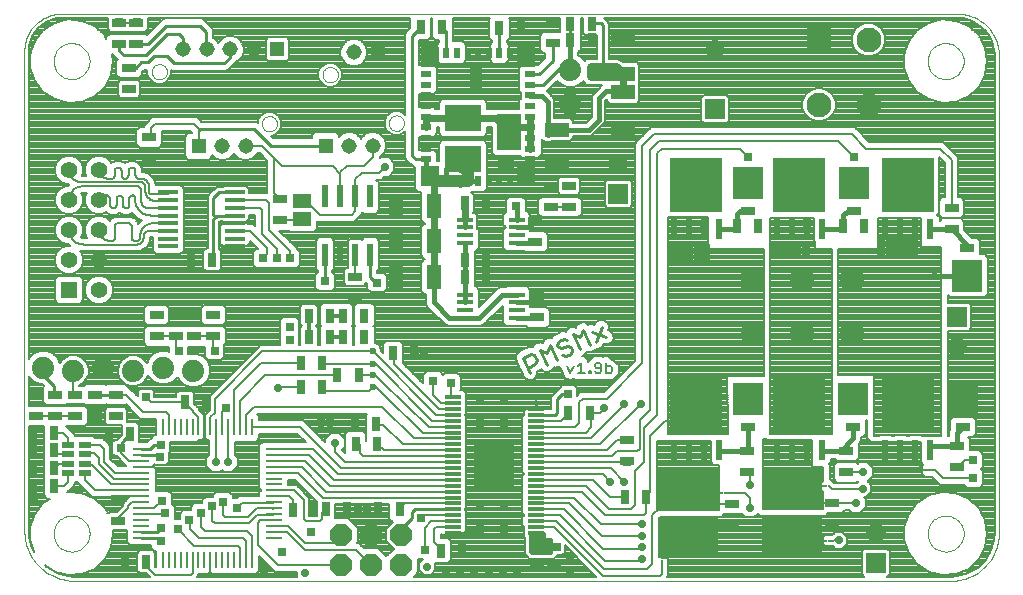
<source format=gtl>
G75*
%MOIN*%
%OFA0B0*%
%FSLAX24Y24*%
%IPPOS*%
%LPD*%
%AMOC8*
5,1,8,0,0,1.08239X$1,22.5*
%
%ADD10C,0.0000*%
%ADD11C,0.0110*%
%ADD12C,0.0070*%
%ADD13R,0.0472X0.0315*%
%ADD14C,0.0740*%
%ADD15R,0.0315X0.0472*%
%ADD16R,0.0394X0.0197*%
%ADD17R,0.0220X0.0780*%
%ADD18R,0.0630X0.0460*%
%ADD19C,0.0650*%
%ADD20R,0.0650X0.0650*%
%ADD21R,0.0660X0.0140*%
%ADD22C,0.0236*%
%ADD23R,0.0551X0.0118*%
%ADD24R,0.1370X0.1740*%
%ADD25C,0.0515*%
%ADD26R,0.0515X0.0515*%
%ADD27R,0.0827X0.0827*%
%ADD28C,0.0827*%
%ADD29R,0.0110X0.0580*%
%ADD30R,0.0580X0.0110*%
%ADD31OC8,0.0740*%
%ADD32R,0.0554X0.0554*%
%ADD33C,0.0554*%
%ADD34R,0.0630X0.0670*%
%ADD35R,0.0370X0.0240*%
%ADD36R,0.0240X0.0370*%
%ADD37R,0.0433X0.0886*%
%ADD38R,0.0803X0.1201*%
%ADD39R,0.1220X0.0866*%
%ADD40R,0.0551X0.0488*%
%ADD41R,0.0472X0.0787*%
%ADD42R,0.0787X0.0472*%
%ADD43R,0.0236X0.0650*%
%ADD44R,0.1772X0.1811*%
%ADD45R,0.0397X0.0397*%
%ADD46R,0.0100X0.0100*%
%ADD47R,0.2000X0.1380*%
%ADD48R,0.1000X0.1051*%
%ADD49R,0.0500X0.0300*%
%ADD50R,0.0540X0.0180*%
%ADD51C,0.0080*%
%ADD52OC8,0.0277*%
%ADD53C,0.0100*%
%ADD54R,0.0277X0.0277*%
%ADD55C,0.0120*%
%ADD56C,0.0240*%
%ADD57C,0.0160*%
%ADD58C,0.0320*%
%ADD59C,0.0400*%
%ADD60C,0.0060*%
D10*
X001860Y003601D02*
X031083Y003601D01*
X030299Y005176D02*
X030301Y005225D01*
X030307Y005273D01*
X030317Y005321D01*
X030331Y005368D01*
X030348Y005414D01*
X030369Y005458D01*
X030394Y005500D01*
X030422Y005540D01*
X030454Y005578D01*
X030488Y005613D01*
X030525Y005645D01*
X030564Y005674D01*
X030606Y005700D01*
X030650Y005722D01*
X030695Y005740D01*
X030742Y005755D01*
X030789Y005766D01*
X030838Y005773D01*
X030887Y005776D01*
X030936Y005775D01*
X030984Y005770D01*
X031033Y005761D01*
X031080Y005748D01*
X031126Y005731D01*
X031170Y005711D01*
X031213Y005687D01*
X031254Y005660D01*
X031292Y005629D01*
X031328Y005596D01*
X031360Y005560D01*
X031390Y005521D01*
X031417Y005480D01*
X031440Y005436D01*
X031459Y005391D01*
X031475Y005345D01*
X031487Y005298D01*
X031495Y005249D01*
X031499Y005200D01*
X031499Y005152D01*
X031495Y005103D01*
X031487Y005054D01*
X031475Y005007D01*
X031459Y004961D01*
X031440Y004916D01*
X031417Y004872D01*
X031390Y004831D01*
X031360Y004792D01*
X031328Y004756D01*
X031292Y004723D01*
X031254Y004692D01*
X031213Y004665D01*
X031170Y004641D01*
X031126Y004621D01*
X031080Y004604D01*
X031033Y004591D01*
X030984Y004582D01*
X030936Y004577D01*
X030887Y004576D01*
X030838Y004579D01*
X030789Y004586D01*
X030742Y004597D01*
X030695Y004612D01*
X030650Y004630D01*
X030606Y004652D01*
X030564Y004678D01*
X030525Y004707D01*
X030488Y004739D01*
X030454Y004774D01*
X030422Y004812D01*
X030394Y004852D01*
X030369Y004894D01*
X030348Y004938D01*
X030331Y004984D01*
X030317Y005031D01*
X030307Y005079D01*
X030301Y005127D01*
X030299Y005176D01*
X031083Y003601D02*
X031161Y003603D01*
X031239Y003609D01*
X031316Y003618D01*
X031393Y003631D01*
X031469Y003649D01*
X031544Y003669D01*
X031618Y003694D01*
X031690Y003722D01*
X031762Y003753D01*
X031831Y003788D01*
X031899Y003827D01*
X031965Y003868D01*
X032028Y003913D01*
X032090Y003961D01*
X032149Y004012D01*
X032205Y004066D01*
X032259Y004122D01*
X032310Y004181D01*
X032358Y004243D01*
X032403Y004306D01*
X032444Y004372D01*
X032483Y004440D01*
X032518Y004509D01*
X032549Y004581D01*
X032577Y004653D01*
X032602Y004727D01*
X032622Y004802D01*
X032640Y004878D01*
X032653Y004955D01*
X032662Y005032D01*
X032668Y005110D01*
X032670Y005188D01*
X032670Y021134D01*
X032668Y021205D01*
X032663Y021277D01*
X032653Y021347D01*
X032640Y021418D01*
X032624Y021487D01*
X032603Y021555D01*
X032579Y021623D01*
X032552Y021689D01*
X032521Y021753D01*
X032487Y021816D01*
X032450Y021877D01*
X032409Y021936D01*
X032366Y021992D01*
X032320Y022047D01*
X032270Y022098D01*
X032219Y022148D01*
X032164Y022194D01*
X032108Y022237D01*
X032049Y022278D01*
X031988Y022315D01*
X031925Y022349D01*
X031861Y022380D01*
X031795Y022407D01*
X031727Y022431D01*
X031659Y022452D01*
X031590Y022468D01*
X031519Y022481D01*
X031449Y022491D01*
X031377Y022496D01*
X031306Y022498D01*
X001420Y022498D01*
X001420Y022499D02*
X001351Y022497D01*
X001282Y022491D01*
X001214Y022482D01*
X001146Y022468D01*
X001079Y022451D01*
X001014Y022430D01*
X000949Y022405D01*
X000886Y022377D01*
X000825Y022346D01*
X000766Y022310D01*
X000708Y022272D01*
X000653Y022231D01*
X000600Y022186D01*
X000550Y022139D01*
X000503Y022089D01*
X000458Y022036D01*
X000417Y021981D01*
X000379Y021923D01*
X000343Y021864D01*
X000312Y021803D01*
X000284Y021740D01*
X000259Y021675D01*
X000238Y021610D01*
X000221Y021543D01*
X000207Y021475D01*
X000198Y021407D01*
X000192Y021338D01*
X000190Y021269D01*
X000190Y005271D01*
X001165Y005176D02*
X001167Y005225D01*
X001173Y005273D01*
X001183Y005321D01*
X001197Y005368D01*
X001214Y005414D01*
X001235Y005458D01*
X001260Y005500D01*
X001288Y005540D01*
X001320Y005578D01*
X001354Y005613D01*
X001391Y005645D01*
X001430Y005674D01*
X001472Y005700D01*
X001516Y005722D01*
X001561Y005740D01*
X001608Y005755D01*
X001655Y005766D01*
X001704Y005773D01*
X001753Y005776D01*
X001802Y005775D01*
X001850Y005770D01*
X001899Y005761D01*
X001946Y005748D01*
X001992Y005731D01*
X002036Y005711D01*
X002079Y005687D01*
X002120Y005660D01*
X002158Y005629D01*
X002194Y005596D01*
X002226Y005560D01*
X002256Y005521D01*
X002283Y005480D01*
X002306Y005436D01*
X002325Y005391D01*
X002341Y005345D01*
X002353Y005298D01*
X002361Y005249D01*
X002365Y005200D01*
X002365Y005152D01*
X002361Y005103D01*
X002353Y005054D01*
X002341Y005007D01*
X002325Y004961D01*
X002306Y004916D01*
X002283Y004872D01*
X002256Y004831D01*
X002226Y004792D01*
X002194Y004756D01*
X002158Y004723D01*
X002120Y004692D01*
X002079Y004665D01*
X002036Y004641D01*
X001992Y004621D01*
X001946Y004604D01*
X001899Y004591D01*
X001850Y004582D01*
X001802Y004577D01*
X001753Y004576D01*
X001704Y004579D01*
X001655Y004586D01*
X001608Y004597D01*
X001561Y004612D01*
X001516Y004630D01*
X001472Y004652D01*
X001430Y004678D01*
X001391Y004707D01*
X001354Y004739D01*
X001320Y004774D01*
X001288Y004812D01*
X001260Y004852D01*
X001235Y004894D01*
X001214Y004938D01*
X001197Y004984D01*
X001183Y005031D01*
X001173Y005079D01*
X001167Y005127D01*
X001165Y005176D01*
X000190Y005271D02*
X000192Y005192D01*
X000198Y005112D01*
X000207Y005033D01*
X000220Y004955D01*
X000237Y004877D01*
X000258Y004801D01*
X000282Y004725D01*
X000310Y004650D01*
X000341Y004577D01*
X000376Y004506D01*
X000414Y004436D01*
X000455Y004368D01*
X000500Y004302D01*
X000547Y004239D01*
X000598Y004177D01*
X000651Y004119D01*
X000708Y004062D01*
X000766Y004009D01*
X000828Y003958D01*
X000891Y003911D01*
X000957Y003866D01*
X001025Y003825D01*
X001095Y003787D01*
X001166Y003752D01*
X001239Y003721D01*
X001314Y003693D01*
X001390Y003669D01*
X001466Y003648D01*
X001544Y003631D01*
X001622Y003618D01*
X001701Y003609D01*
X001781Y003603D01*
X001860Y003601D01*
X008103Y018837D02*
X008105Y018868D01*
X008111Y018899D01*
X008120Y018929D01*
X008133Y018958D01*
X008150Y018985D01*
X008170Y019009D01*
X008192Y019031D01*
X008218Y019050D01*
X008245Y019066D01*
X008274Y019078D01*
X008304Y019087D01*
X008335Y019092D01*
X008367Y019093D01*
X008398Y019090D01*
X008429Y019083D01*
X008459Y019073D01*
X008487Y019059D01*
X008513Y019041D01*
X008537Y019021D01*
X008558Y018997D01*
X008577Y018972D01*
X008592Y018944D01*
X008603Y018915D01*
X008611Y018884D01*
X008615Y018853D01*
X008615Y018821D01*
X008611Y018790D01*
X008603Y018759D01*
X008592Y018730D01*
X008577Y018702D01*
X008558Y018677D01*
X008537Y018653D01*
X008513Y018633D01*
X008487Y018615D01*
X008459Y018601D01*
X008429Y018591D01*
X008398Y018584D01*
X008367Y018581D01*
X008335Y018582D01*
X008304Y018587D01*
X008274Y018596D01*
X008245Y018608D01*
X008218Y018624D01*
X008192Y018643D01*
X008170Y018665D01*
X008150Y018689D01*
X008133Y018716D01*
X008120Y018745D01*
X008111Y018775D01*
X008105Y018806D01*
X008103Y018837D01*
X010131Y020471D02*
X010133Y020502D01*
X010139Y020533D01*
X010148Y020563D01*
X010161Y020592D01*
X010178Y020619D01*
X010198Y020643D01*
X010220Y020665D01*
X010246Y020684D01*
X010273Y020700D01*
X010302Y020712D01*
X010332Y020721D01*
X010363Y020726D01*
X010395Y020727D01*
X010426Y020724D01*
X010457Y020717D01*
X010487Y020707D01*
X010515Y020693D01*
X010541Y020675D01*
X010565Y020655D01*
X010586Y020631D01*
X010605Y020606D01*
X010620Y020578D01*
X010631Y020549D01*
X010639Y020518D01*
X010643Y020487D01*
X010643Y020455D01*
X010639Y020424D01*
X010631Y020393D01*
X010620Y020364D01*
X010605Y020336D01*
X010586Y020311D01*
X010565Y020287D01*
X010541Y020267D01*
X010515Y020249D01*
X010487Y020235D01*
X010457Y020225D01*
X010426Y020218D01*
X010395Y020215D01*
X010363Y020216D01*
X010332Y020221D01*
X010302Y020230D01*
X010273Y020242D01*
X010246Y020258D01*
X010220Y020277D01*
X010198Y020299D01*
X010178Y020323D01*
X010161Y020350D01*
X010148Y020379D01*
X010139Y020409D01*
X010133Y020440D01*
X010131Y020471D01*
X012336Y018857D02*
X012338Y018888D01*
X012344Y018919D01*
X012353Y018949D01*
X012366Y018978D01*
X012383Y019005D01*
X012403Y019029D01*
X012425Y019051D01*
X012451Y019070D01*
X012478Y019086D01*
X012507Y019098D01*
X012537Y019107D01*
X012568Y019112D01*
X012600Y019113D01*
X012631Y019110D01*
X012662Y019103D01*
X012692Y019093D01*
X012720Y019079D01*
X012746Y019061D01*
X012770Y019041D01*
X012791Y019017D01*
X012810Y018992D01*
X012825Y018964D01*
X012836Y018935D01*
X012844Y018904D01*
X012848Y018873D01*
X012848Y018841D01*
X012844Y018810D01*
X012836Y018779D01*
X012825Y018750D01*
X012810Y018722D01*
X012791Y018697D01*
X012770Y018673D01*
X012746Y018653D01*
X012720Y018635D01*
X012692Y018621D01*
X012662Y018611D01*
X012631Y018604D01*
X012600Y018601D01*
X012568Y018602D01*
X012537Y018607D01*
X012507Y018616D01*
X012478Y018628D01*
X012451Y018644D01*
X012425Y018663D01*
X012403Y018685D01*
X012383Y018709D01*
X012366Y018736D01*
X012353Y018765D01*
X012344Y018795D01*
X012338Y018826D01*
X012336Y018857D01*
X004432Y020569D02*
X004434Y020600D01*
X004440Y020631D01*
X004449Y020661D01*
X004462Y020690D01*
X004479Y020717D01*
X004499Y020741D01*
X004521Y020763D01*
X004547Y020782D01*
X004574Y020798D01*
X004603Y020810D01*
X004633Y020819D01*
X004664Y020824D01*
X004696Y020825D01*
X004727Y020822D01*
X004758Y020815D01*
X004788Y020805D01*
X004816Y020791D01*
X004842Y020773D01*
X004866Y020753D01*
X004887Y020729D01*
X004906Y020704D01*
X004921Y020676D01*
X004932Y020647D01*
X004940Y020616D01*
X004944Y020585D01*
X004944Y020553D01*
X004940Y020522D01*
X004932Y020491D01*
X004921Y020462D01*
X004906Y020434D01*
X004887Y020409D01*
X004866Y020385D01*
X004842Y020365D01*
X004816Y020347D01*
X004788Y020333D01*
X004758Y020323D01*
X004727Y020316D01*
X004696Y020313D01*
X004664Y020314D01*
X004633Y020319D01*
X004603Y020328D01*
X004574Y020340D01*
X004547Y020356D01*
X004521Y020375D01*
X004499Y020397D01*
X004479Y020421D01*
X004462Y020448D01*
X004449Y020477D01*
X004440Y020507D01*
X004434Y020538D01*
X004432Y020569D01*
X001165Y020924D02*
X001167Y020973D01*
X001173Y021021D01*
X001183Y021069D01*
X001197Y021116D01*
X001214Y021162D01*
X001235Y021206D01*
X001260Y021248D01*
X001288Y021288D01*
X001320Y021326D01*
X001354Y021361D01*
X001391Y021393D01*
X001430Y021422D01*
X001472Y021448D01*
X001516Y021470D01*
X001561Y021488D01*
X001608Y021503D01*
X001655Y021514D01*
X001704Y021521D01*
X001753Y021524D01*
X001802Y021523D01*
X001850Y021518D01*
X001899Y021509D01*
X001946Y021496D01*
X001992Y021479D01*
X002036Y021459D01*
X002079Y021435D01*
X002120Y021408D01*
X002158Y021377D01*
X002194Y021344D01*
X002226Y021308D01*
X002256Y021269D01*
X002283Y021228D01*
X002306Y021184D01*
X002325Y021139D01*
X002341Y021093D01*
X002353Y021046D01*
X002361Y020997D01*
X002365Y020948D01*
X002365Y020900D01*
X002361Y020851D01*
X002353Y020802D01*
X002341Y020755D01*
X002325Y020709D01*
X002306Y020664D01*
X002283Y020620D01*
X002256Y020579D01*
X002226Y020540D01*
X002194Y020504D01*
X002158Y020471D01*
X002120Y020440D01*
X002079Y020413D01*
X002036Y020389D01*
X001992Y020369D01*
X001946Y020352D01*
X001899Y020339D01*
X001850Y020330D01*
X001802Y020325D01*
X001753Y020324D01*
X001704Y020327D01*
X001655Y020334D01*
X001608Y020345D01*
X001561Y020360D01*
X001516Y020378D01*
X001472Y020400D01*
X001430Y020426D01*
X001391Y020455D01*
X001354Y020487D01*
X001320Y020522D01*
X001288Y020560D01*
X001260Y020600D01*
X001235Y020642D01*
X001214Y020686D01*
X001197Y020732D01*
X001183Y020779D01*
X001173Y020827D01*
X001167Y020875D01*
X001165Y020924D01*
X030299Y020924D02*
X030301Y020973D01*
X030307Y021021D01*
X030317Y021069D01*
X030331Y021116D01*
X030348Y021162D01*
X030369Y021206D01*
X030394Y021248D01*
X030422Y021288D01*
X030454Y021326D01*
X030488Y021361D01*
X030525Y021393D01*
X030564Y021422D01*
X030606Y021448D01*
X030650Y021470D01*
X030695Y021488D01*
X030742Y021503D01*
X030789Y021514D01*
X030838Y021521D01*
X030887Y021524D01*
X030936Y021523D01*
X030984Y021518D01*
X031033Y021509D01*
X031080Y021496D01*
X031126Y021479D01*
X031170Y021459D01*
X031213Y021435D01*
X031254Y021408D01*
X031292Y021377D01*
X031328Y021344D01*
X031360Y021308D01*
X031390Y021269D01*
X031417Y021228D01*
X031440Y021184D01*
X031459Y021139D01*
X031475Y021093D01*
X031487Y021046D01*
X031495Y020997D01*
X031499Y020948D01*
X031499Y020900D01*
X031495Y020851D01*
X031487Y020802D01*
X031475Y020755D01*
X031459Y020709D01*
X031440Y020664D01*
X031417Y020620D01*
X031390Y020579D01*
X031360Y020540D01*
X031328Y020504D01*
X031292Y020471D01*
X031254Y020440D01*
X031213Y020413D01*
X031170Y020389D01*
X031126Y020369D01*
X031080Y020352D01*
X031033Y020339D01*
X030984Y020330D01*
X030936Y020325D01*
X030887Y020324D01*
X030838Y020327D01*
X030789Y020334D01*
X030742Y020345D01*
X030695Y020360D01*
X030650Y020378D01*
X030606Y020400D01*
X030564Y020426D01*
X030525Y020455D01*
X030488Y020487D01*
X030454Y020522D01*
X030422Y020560D01*
X030394Y020600D01*
X030369Y020642D01*
X030348Y020686D01*
X030331Y020732D01*
X030317Y020779D01*
X030307Y020827D01*
X030301Y020875D01*
X030299Y020924D01*
D11*
X019428Y012059D02*
X019250Y011571D01*
X019032Y011470D02*
X018800Y011969D01*
X018711Y011725D01*
X018467Y011813D01*
X018700Y011315D01*
X018443Y011296D02*
X018398Y011174D01*
X018232Y011096D01*
X018110Y011141D01*
X018116Y011346D02*
X018282Y011423D01*
X018404Y011379D01*
X018443Y011296D01*
X018116Y011346D02*
X017994Y011390D01*
X017955Y011473D01*
X017999Y011595D01*
X018166Y011673D01*
X018288Y011629D01*
X017698Y011455D02*
X017609Y011211D01*
X017365Y011300D01*
X017598Y010801D01*
X017264Y010949D02*
X017186Y011115D01*
X017064Y011159D01*
X016815Y011043D01*
X017047Y010544D01*
X016970Y010710D02*
X017219Y010827D01*
X017264Y010949D01*
X017698Y011455D02*
X017931Y010956D01*
X019095Y011904D02*
X019583Y011726D01*
D12*
X019565Y010856D02*
X019565Y010526D01*
X019730Y010526D01*
X019786Y010581D01*
X019786Y010691D01*
X019730Y010746D01*
X019565Y010746D01*
X019417Y010801D02*
X019362Y010856D01*
X019252Y010856D01*
X019197Y010801D01*
X019197Y010746D01*
X019252Y010691D01*
X019417Y010691D01*
X019417Y010581D02*
X019417Y010801D01*
X019417Y010581D02*
X019362Y010526D01*
X019252Y010526D01*
X019197Y010581D01*
X019068Y010581D02*
X019068Y010526D01*
X019013Y010526D01*
X019013Y010581D01*
X019068Y010581D01*
X018865Y010526D02*
X018645Y010526D01*
X018755Y010526D02*
X018755Y010856D01*
X018645Y010746D01*
X018496Y010746D02*
X018386Y010526D01*
X018276Y010746D01*
D13*
X017277Y012380D03*
X017277Y013089D03*
X017218Y014900D03*
X017218Y015609D03*
X017751Y016061D03*
X018342Y016061D03*
X018342Y016770D03*
X017751Y016770D03*
X011218Y013731D03*
X011218Y013022D03*
X008724Y015623D03*
X008724Y016331D03*
X004353Y017676D03*
X004353Y018384D03*
X003684Y019998D03*
X003684Y020707D03*
X003920Y021495D03*
X003349Y021495D03*
X003349Y022203D03*
X003920Y022203D03*
X004599Y012459D03*
X005229Y012459D03*
X005859Y012459D03*
X006489Y012459D03*
X006489Y011750D03*
X005859Y011750D03*
X005229Y011750D03*
X004599Y011750D03*
X003243Y009802D03*
X002550Y009802D03*
X001883Y009802D03*
X001224Y009802D03*
X000592Y009802D03*
X000592Y009093D03*
X001224Y009093D03*
X001883Y009093D03*
X002550Y009093D03*
X003243Y009093D03*
X003320Y006317D03*
X003320Y005609D03*
X017277Y004743D03*
X017828Y004743D03*
X017828Y004034D03*
X017277Y004034D03*
X020269Y007597D03*
X020269Y008306D03*
X023773Y006160D03*
X023773Y005451D03*
X024285Y007223D03*
X024285Y007932D03*
X027119Y006199D03*
X027119Y005491D03*
X027592Y007223D03*
X027592Y007932D03*
X031292Y008089D03*
X031292Y007380D03*
X031096Y015333D03*
X031096Y016042D03*
X017798Y021534D03*
X017798Y022243D03*
D14*
X018389Y020620D03*
X018389Y019480D03*
X005824Y010608D03*
X004824Y010708D03*
X003824Y010608D03*
X002824Y010708D03*
X001824Y010608D03*
X000824Y010708D03*
D15*
X000485Y008542D03*
X001194Y008542D03*
X001194Y007951D03*
X001194Y007361D03*
X000485Y007361D03*
X000485Y007951D03*
X000485Y006770D03*
X001194Y006770D03*
X003017Y008502D03*
X003725Y008502D03*
X005546Y009552D03*
X006255Y009552D03*
X009403Y010058D03*
X010111Y010058D03*
X010623Y010451D03*
X010111Y010845D03*
X009403Y010845D03*
X009668Y011731D03*
X010377Y011731D03*
X010810Y011731D03*
X011519Y011731D03*
X011519Y012439D03*
X010810Y012439D03*
X010377Y012439D03*
X009668Y012439D03*
X012477Y011182D03*
X013186Y011182D03*
X011332Y010451D03*
X011218Y008813D03*
X011229Y008176D03*
X011938Y008176D03*
X011926Y008813D03*
X011989Y005991D03*
X012698Y005991D03*
X010954Y005983D03*
X010245Y005983D03*
X009849Y005977D03*
X009141Y005977D03*
X014072Y004605D03*
X014781Y004605D03*
X020198Y006396D03*
X020907Y006396D03*
X019029Y009191D03*
X018320Y009191D03*
X015584Y013719D03*
X014875Y013719D03*
X014875Y014290D03*
X015584Y014290D03*
X015584Y016180D03*
X014875Y016180D03*
X018389Y021613D03*
X018389Y022164D03*
X019098Y022164D03*
X019098Y021613D03*
X016735Y022026D03*
X016027Y022026D03*
X014117Y022046D03*
X013409Y022046D03*
X023930Y015432D03*
X024639Y015432D03*
X027474Y015432D03*
X028182Y015432D03*
X006458Y014306D03*
X005749Y014306D03*
X004257Y004237D03*
X003548Y004237D03*
D16*
X002198Y007193D03*
X002198Y007508D03*
X002198Y007823D03*
X002198Y008138D03*
X001647Y008138D03*
X001647Y007823D03*
X001647Y007508D03*
X001647Y007193D03*
D17*
X010216Y014475D03*
X010716Y014475D03*
X011216Y014475D03*
X011716Y014475D03*
X011716Y016415D03*
X011216Y016415D03*
X010716Y016415D03*
X010216Y016415D03*
D18*
X009436Y016249D03*
X009436Y015649D03*
D19*
X019993Y017497D03*
X023223Y021320D03*
X031292Y011408D03*
X028576Y005203D03*
D20*
X028576Y004203D03*
X031292Y012408D03*
X023223Y019320D03*
X019993Y016497D03*
D21*
X007204Y016548D03*
X007204Y016288D03*
X007204Y016028D03*
X007204Y015778D03*
X007204Y015518D03*
X007204Y015268D03*
X007204Y015008D03*
X007204Y014748D03*
X004984Y014748D03*
X004984Y015008D03*
X004984Y015268D03*
X004984Y015518D03*
X004984Y015778D03*
X004984Y016028D03*
X004984Y016288D03*
X004984Y016548D03*
D22*
X011816Y011266D03*
X011812Y010833D03*
X011812Y010451D03*
X011804Y010077D03*
D23*
X014462Y009723D03*
X014462Y009526D03*
X014462Y009329D03*
X014462Y009132D03*
X014462Y008936D03*
X014462Y008739D03*
X014462Y008542D03*
X014462Y008345D03*
X014462Y008148D03*
X014462Y007951D03*
X014462Y007754D03*
X014462Y007558D03*
X014462Y007361D03*
X014462Y007164D03*
X014462Y006967D03*
X014462Y006770D03*
X014462Y006573D03*
X014462Y006376D03*
X014462Y006180D03*
X014462Y005983D03*
X014462Y005786D03*
X014462Y005589D03*
X014462Y005392D03*
X014462Y005195D03*
X017257Y005195D03*
X017257Y005392D03*
X017257Y005589D03*
X017257Y005786D03*
X017257Y005983D03*
X017257Y006180D03*
X017257Y006376D03*
X017257Y006573D03*
X017257Y006770D03*
X017257Y006967D03*
X017257Y007164D03*
X017257Y007361D03*
X017257Y007558D03*
X017257Y007754D03*
X017257Y007951D03*
X017257Y008148D03*
X017257Y008345D03*
X017257Y008542D03*
X017257Y008739D03*
X017257Y008936D03*
X017257Y009132D03*
X017257Y009329D03*
X017257Y009526D03*
X017257Y009723D03*
D24*
X015859Y007459D03*
D25*
X011804Y018109D03*
X011017Y018109D03*
X007572Y018089D03*
X006785Y018089D03*
X011174Y021219D03*
X007838Y021317D03*
X007050Y021317D03*
X006263Y021317D03*
X005475Y021317D03*
D26*
X008625Y021317D03*
X011962Y021219D03*
X010229Y018109D03*
X005997Y018089D03*
D27*
X024462Y013621D03*
X026676Y021632D03*
D28*
X028330Y021632D03*
X028330Y019467D03*
X026676Y019467D03*
X026115Y013621D03*
X027769Y013621D03*
X027769Y011849D03*
X026115Y011849D03*
X024462Y011849D03*
D29*
X007772Y008724D03*
X007572Y008724D03*
X007372Y008724D03*
X007182Y008724D03*
X006982Y008724D03*
X006782Y008724D03*
X006592Y008724D03*
X006392Y008724D03*
X006192Y008724D03*
X005992Y008724D03*
X005802Y008724D03*
X005602Y008724D03*
X005402Y008724D03*
X005212Y008724D03*
X005012Y008724D03*
X004812Y008724D03*
X004812Y004304D03*
X005012Y004304D03*
X005212Y004304D03*
X005402Y004304D03*
X005602Y004304D03*
X005802Y004304D03*
X005992Y004304D03*
X006192Y004304D03*
X006392Y004304D03*
X006592Y004304D03*
X006782Y004304D03*
X006982Y004304D03*
X007182Y004304D03*
X007372Y004304D03*
X007572Y004304D03*
X007772Y004304D03*
D30*
X008502Y005034D03*
X008502Y005234D03*
X008502Y005434D03*
X008502Y005624D03*
X008502Y005824D03*
X008502Y006024D03*
X008502Y006214D03*
X008502Y006414D03*
X008502Y006614D03*
X008502Y006814D03*
X008502Y007004D03*
X008502Y007204D03*
X008502Y007404D03*
X008502Y007594D03*
X008502Y007794D03*
X008502Y007994D03*
X004082Y007994D03*
X004082Y007794D03*
X004082Y007594D03*
X004082Y007404D03*
X004082Y007204D03*
X004082Y007004D03*
X004082Y006814D03*
X004082Y006614D03*
X004082Y006414D03*
X004082Y006214D03*
X004082Y006024D03*
X004082Y005824D03*
X004082Y005624D03*
X004082Y005434D03*
X004082Y005234D03*
X004082Y005034D03*
D31*
X010755Y005124D03*
X011755Y005124D03*
X012755Y005124D03*
X012755Y004124D03*
X011755Y004124D03*
X010755Y004124D03*
D32*
X001678Y013304D03*
D33*
X002678Y013304D03*
X002678Y014304D03*
X001678Y014304D03*
X001678Y015304D03*
X002678Y015304D03*
X002678Y016304D03*
X001678Y016304D03*
X001678Y017304D03*
X002678Y017304D03*
D34*
X013704Y017081D03*
X016924Y017081D03*
X016924Y021061D03*
X013704Y021061D03*
D35*
X013574Y020491D03*
X013574Y020131D03*
X013574Y019781D03*
X013574Y019421D03*
X013574Y019071D03*
X013574Y018721D03*
X013574Y018361D03*
X013574Y018011D03*
X013574Y017651D03*
X017054Y017651D03*
X017054Y018011D03*
X017054Y018361D03*
X017054Y018721D03*
X017054Y019071D03*
X017054Y019421D03*
X017054Y019781D03*
X017054Y020131D03*
X017054Y020491D03*
D36*
X016374Y021211D03*
X016024Y021211D03*
X015664Y021211D03*
X015314Y021211D03*
X014964Y021211D03*
X014604Y021211D03*
X014254Y021211D03*
X014254Y016931D03*
X014604Y016931D03*
X014964Y016931D03*
X015314Y016931D03*
X015664Y016931D03*
X016024Y016931D03*
X016374Y016931D03*
D37*
X015231Y020373D03*
D38*
X016361Y018554D03*
D39*
X014806Y019030D03*
X014806Y017660D03*
D40*
X016235Y017475D03*
D41*
X013842Y016101D03*
X012582Y016101D03*
X012582Y014920D03*
X013842Y014920D03*
X013842Y013739D03*
X012582Y013739D03*
D42*
X017936Y017380D03*
X017936Y018640D03*
X020161Y018621D03*
X020161Y019880D03*
X020161Y020510D03*
X020161Y021770D03*
D43*
X021842Y015313D03*
X022342Y015313D03*
X022842Y015313D03*
X023342Y015313D03*
X025267Y015313D03*
X025767Y015313D03*
X026267Y015313D03*
X026767Y015313D03*
X028889Y015313D03*
X029389Y015313D03*
X029889Y015313D03*
X030389Y015313D03*
X030389Y007951D03*
X029889Y007951D03*
X029389Y007951D03*
X028889Y007951D03*
X026767Y007951D03*
X026267Y007951D03*
X025767Y007951D03*
X025267Y007951D03*
X023342Y007951D03*
X022842Y007951D03*
X022342Y007951D03*
X021842Y007951D03*
D44*
X022592Y009447D03*
X026017Y009447D03*
X029639Y009447D03*
X029639Y016810D03*
X026017Y016810D03*
X022592Y016810D03*
D45*
X022592Y016857D03*
X023092Y016857D03*
X023092Y017357D03*
X022592Y017357D03*
X022092Y017357D03*
X022092Y016857D03*
X022092Y016357D03*
X022592Y016357D03*
X023092Y016357D03*
X025517Y016357D03*
X026017Y016357D03*
X026017Y016857D03*
X025517Y016857D03*
X025517Y017357D03*
X026017Y017357D03*
X026517Y017357D03*
X026517Y016857D03*
X026517Y016357D03*
X029139Y016357D03*
X029639Y016357D03*
X029639Y016857D03*
X029139Y016857D03*
X029139Y017357D03*
X029639Y017357D03*
X030139Y017357D03*
X030139Y016857D03*
X030139Y016357D03*
X030139Y009995D03*
X029639Y009995D03*
X029139Y009995D03*
X029139Y009495D03*
X029639Y009495D03*
X030139Y009495D03*
X030139Y008995D03*
X029639Y008995D03*
X029139Y008995D03*
X026517Y008995D03*
X026517Y009495D03*
X026517Y009995D03*
X026017Y009995D03*
X025517Y009995D03*
X025517Y009495D03*
X026017Y009495D03*
X026017Y008995D03*
X025517Y008995D03*
X023092Y008995D03*
X022592Y008995D03*
X022592Y009495D03*
X023092Y009495D03*
X023092Y009995D03*
X022592Y009995D03*
X022092Y009995D03*
X022092Y009495D03*
X022092Y008995D03*
D46*
X023458Y006514D03*
X023536Y006514D03*
X021450Y004349D03*
X021450Y004270D03*
X026922Y004939D03*
X027001Y004939D03*
X027001Y006750D03*
X026922Y006750D03*
X030269Y007302D03*
X030348Y007302D03*
D47*
X025781Y006674D03*
X025781Y005044D03*
X022316Y005044D03*
X022316Y006674D03*
D48*
X024304Y009664D03*
X027808Y009664D03*
X031479Y009664D03*
X031617Y013768D03*
X027828Y016869D03*
X024304Y016869D03*
D49*
X024304Y015943D03*
X027828Y015943D03*
X031617Y014694D03*
X031479Y008738D03*
X027808Y008738D03*
X024304Y008738D03*
D50*
X016601Y012374D03*
X016601Y012624D03*
X016601Y012884D03*
X016601Y013134D03*
X014881Y013134D03*
X014881Y012884D03*
X014881Y012624D03*
X014881Y012374D03*
X014881Y014874D03*
X014881Y015124D03*
X014881Y015384D03*
X014881Y015634D03*
X016601Y015634D03*
X016601Y015384D03*
X016601Y015124D03*
X016601Y014874D03*
D51*
X016861Y014594D02*
X016253Y014594D01*
X016141Y014706D01*
X016141Y014956D01*
X016141Y015293D01*
X016228Y015379D01*
X016141Y015466D01*
X016141Y015803D01*
X016239Y015901D01*
X016239Y016299D01*
X016351Y016410D01*
X016785Y016410D01*
X016897Y016299D01*
X016897Y015914D01*
X016950Y015914D01*
X017061Y015803D01*
X017061Y015466D01*
X016975Y015379D01*
X017061Y015293D01*
X017061Y015248D01*
X017533Y015248D01*
X017644Y015136D01*
X017644Y014664D01*
X017533Y014553D01*
X016903Y014553D01*
X016861Y014594D01*
X016864Y014591D02*
X015223Y014591D01*
X015223Y014594D02*
X015230Y014594D01*
X015341Y014706D01*
X015341Y015293D01*
X015291Y015343D01*
X015291Y015782D01*
X015209Y015864D01*
X015152Y015864D01*
X015173Y015885D01*
X015173Y016474D01*
X015091Y016556D01*
X015076Y016556D01*
X015078Y016556D01*
X015513Y016556D01*
X015624Y016668D01*
X015624Y017195D01*
X015606Y017213D01*
X015606Y018172D01*
X015495Y018283D01*
X014117Y018283D01*
X014006Y018172D01*
X014006Y017606D01*
X013949Y017606D01*
X013949Y017850D01*
X013838Y017961D01*
X013353Y017961D01*
X013353Y018411D01*
X013838Y018411D01*
X013949Y018523D01*
X013949Y018720D01*
X014006Y018720D01*
X014006Y018518D01*
X014117Y018407D01*
X015495Y018407D01*
X015606Y018518D01*
X015606Y018720D01*
X015757Y018720D01*
X015770Y018707D01*
X015770Y017875D01*
X015881Y017763D01*
X016728Y017763D01*
X016790Y017701D01*
X017318Y017701D01*
X017429Y017813D01*
X017429Y018320D01*
X017484Y018264D01*
X017529Y018264D01*
X017550Y018243D01*
X017614Y018243D01*
X017676Y018228D01*
X017702Y018243D01*
X017732Y018243D01*
X017753Y018264D01*
X018388Y018264D01*
X018470Y018346D01*
X018470Y018420D01*
X019090Y018420D01*
X019425Y018755D01*
X019554Y018884D01*
X019554Y019592D01*
X019627Y019665D01*
X019627Y019586D01*
X019709Y019504D01*
X020612Y019504D01*
X020694Y019586D01*
X020694Y020175D01*
X020673Y020195D01*
X020694Y020216D01*
X020694Y020805D01*
X020612Y020887D01*
X020150Y020887D01*
X020094Y020942D01*
X019984Y020987D01*
X019662Y020987D01*
X019662Y022203D01*
X019550Y022314D01*
X019506Y022358D01*
X031306Y022358D01*
X031466Y022348D01*
X031775Y022265D01*
X032051Y022105D01*
X032277Y021879D01*
X032437Y021603D01*
X032520Y021294D01*
X032530Y021134D01*
X032530Y005188D01*
X032518Y004999D01*
X032420Y004634D01*
X032231Y004307D01*
X031964Y004040D01*
X031637Y003851D01*
X031272Y003753D01*
X031083Y003741D01*
X028961Y003741D01*
X029041Y003820D01*
X029041Y004586D01*
X028959Y004668D01*
X028193Y004668D01*
X028111Y004586D01*
X028111Y003820D01*
X028190Y003741D01*
X021608Y003741D01*
X021630Y003763D01*
X021630Y004152D01*
X021640Y004162D01*
X021640Y004378D01*
X021558Y004460D01*
X021345Y004460D01*
X021345Y005705D01*
X021376Y005733D01*
X023435Y005733D01*
X023514Y005812D01*
X024088Y005812D01*
X024108Y005832D01*
X024227Y005713D01*
X024499Y005713D01*
X024630Y005844D01*
X024701Y005772D01*
X026899Y005772D01*
X026979Y005852D01*
X027434Y005852D01*
X027545Y005963D01*
X027545Y005969D01*
X027672Y005969D01*
X027770Y005871D01*
X028043Y005871D01*
X028235Y006063D01*
X028235Y006335D01*
X028178Y006393D01*
X028258Y006393D01*
X028422Y006556D01*
X028422Y006787D01*
X028297Y006912D01*
X028472Y007087D01*
X028472Y007359D01*
X028279Y007552D01*
X028007Y007552D01*
X027966Y007511D01*
X027907Y007570D01*
X027277Y007570D01*
X027165Y007459D01*
X027165Y006987D01*
X027277Y006875D01*
X027907Y006875D01*
X027966Y006935D01*
X027989Y006912D01*
X027929Y006852D01*
X027191Y006852D01*
X027191Y006858D01*
X027109Y006940D01*
X027101Y006940D01*
X027051Y006990D01*
X027034Y006990D01*
X027034Y007476D01*
X027019Y007491D01*
X027075Y007548D01*
X027075Y007662D01*
X027199Y007662D01*
X027277Y007584D01*
X027907Y007584D01*
X028018Y007695D01*
X028018Y008168D01*
X028015Y008170D01*
X028037Y008192D01*
X028078Y008291D01*
X028078Y008398D01*
X028137Y008398D01*
X028248Y008510D01*
X028248Y008948D01*
X028267Y008948D01*
X028267Y008348D01*
X028402Y008213D01*
X030081Y008213D01*
X030081Y007548D01*
X030153Y007476D01*
X030108Y007430D01*
X030108Y007173D01*
X030219Y007062D01*
X030459Y007062D01*
X030725Y006796D01*
X031508Y006796D01*
X031597Y006707D01*
X032031Y006707D01*
X032143Y006818D01*
X032143Y007253D01*
X032065Y007331D01*
X032133Y007399D01*
X032133Y007834D01*
X032022Y007945D01*
X031719Y007945D01*
X031719Y008325D01*
X031646Y008398D01*
X031808Y008398D01*
X031919Y008510D01*
X031919Y008967D01*
X031808Y009078D01*
X031151Y009078D01*
X031039Y008967D01*
X031039Y008626D01*
X031022Y008585D01*
X031022Y008578D01*
X031020Y008572D01*
X031022Y008525D01*
X031022Y008437D01*
X030977Y008437D01*
X030971Y008430D01*
X030971Y011943D01*
X031675Y011943D01*
X031757Y012025D01*
X031757Y012791D01*
X031675Y012873D01*
X030971Y012873D01*
X030971Y013120D01*
X031039Y013053D01*
X032196Y013053D01*
X032307Y013164D01*
X032307Y014372D01*
X032196Y014484D01*
X032057Y014484D01*
X032057Y014922D01*
X031946Y015034D01*
X031777Y015034D01*
X031522Y015289D01*
X031522Y015569D01*
X031410Y015681D01*
X030781Y015681D01*
X030703Y015603D01*
X030697Y015603D01*
X030697Y015717D01*
X030616Y015798D01*
X030665Y015846D01*
X030665Y017722D01*
X030866Y017521D01*
X030866Y016389D01*
X030781Y016389D01*
X030669Y016278D01*
X030669Y015806D01*
X030781Y015694D01*
X031410Y015694D01*
X031522Y015806D01*
X031522Y016278D01*
X031410Y016389D01*
X031326Y016389D01*
X031326Y017712D01*
X031191Y017847D01*
X030797Y018240D01*
X028356Y018240D01*
X027884Y018713D01*
X021079Y018713D01*
X020685Y018319D01*
X020551Y018184D01*
X020551Y010940D01*
X019504Y009894D01*
X018717Y009894D01*
X018599Y009776D01*
X018599Y010038D01*
X018517Y010120D01*
X018123Y010120D01*
X018041Y010038D01*
X018041Y010028D01*
X017933Y009920D01*
X017756Y009743D01*
X017756Y009322D01*
X017600Y009322D01*
X017591Y009331D01*
X017756Y009331D01*
X017756Y009410D02*
X014927Y009410D01*
X014927Y009488D02*
X017756Y009488D01*
X017756Y009567D02*
X014927Y009567D01*
X014927Y009645D02*
X017756Y009645D01*
X017756Y009724D02*
X014927Y009724D01*
X014927Y009802D02*
X017816Y009802D01*
X017894Y009881D02*
X014907Y009881D01*
X014927Y009861D02*
X014816Y009972D01*
X014725Y009972D01*
X014731Y009978D01*
X014731Y010413D01*
X014620Y010524D01*
X014185Y010524D01*
X014137Y010476D01*
X014030Y010583D01*
X013595Y010583D01*
X013483Y010472D01*
X013483Y010180D01*
X012811Y010853D01*
X012825Y010867D01*
X012825Y011496D01*
X012714Y011608D01*
X012241Y011608D01*
X012130Y011496D01*
X012130Y011203D01*
X012074Y011260D01*
X012074Y011318D01*
X012035Y011412D01*
X011962Y011485D01*
X011867Y011524D01*
X011866Y011524D01*
X011866Y012046D01*
X011827Y012085D01*
X011866Y012125D01*
X011866Y012754D01*
X011755Y012866D01*
X011283Y012866D01*
X011171Y012754D01*
X011171Y012125D01*
X011211Y012085D01*
X011171Y012046D01*
X011171Y011446D01*
X011158Y011446D01*
X011158Y012046D01*
X011118Y012085D01*
X011158Y012125D01*
X011158Y012754D01*
X011046Y012866D01*
X010141Y012866D01*
X010030Y012754D01*
X010030Y012125D01*
X010069Y012085D01*
X010030Y012046D01*
X010030Y011446D01*
X009966Y011446D01*
X009966Y012025D01*
X009906Y012085D01*
X009966Y012145D01*
X009966Y012734D01*
X009884Y012816D01*
X009453Y012816D01*
X009371Y012734D01*
X009371Y012145D01*
X009431Y012085D01*
X009371Y012025D01*
X009371Y011446D01*
X009357Y011446D01*
X009357Y011830D01*
X009348Y011839D01*
X009357Y011848D01*
X009357Y012283D01*
X009246Y012394D01*
X008811Y012394D01*
X008700Y012283D01*
X008700Y011848D01*
X008709Y011839D01*
X008700Y011830D01*
X008700Y011446D01*
X008197Y011446D01*
X008197Y011447D01*
X008123Y011446D01*
X008049Y011446D01*
X008048Y011446D01*
X008047Y011446D01*
X007996Y011393D01*
X007943Y011341D01*
X007943Y011340D01*
X006421Y009799D01*
X006368Y009746D01*
X006368Y009746D01*
X006368Y009745D01*
X006368Y009671D01*
X006368Y009286D01*
X006211Y009128D01*
X006211Y009086D01*
X006197Y009072D01*
X006197Y008376D01*
X006279Y008294D01*
X006358Y008294D01*
X006358Y007802D01*
X006259Y007704D01*
X006259Y007431D01*
X006452Y007239D01*
X006724Y007239D01*
X006785Y007299D01*
X006845Y007239D01*
X007118Y007239D01*
X007310Y007431D01*
X007310Y007704D01*
X007211Y007802D01*
X007211Y008244D01*
X007906Y008244D01*
X008017Y008356D01*
X008017Y008499D01*
X009288Y008499D01*
X009562Y008224D01*
X008886Y008224D01*
X008871Y008239D01*
X008134Y008239D01*
X008022Y008128D01*
X008022Y006681D01*
X008072Y006631D01*
X008072Y006598D01*
X008022Y006548D01*
X008022Y006429D01*
X007339Y006429D01*
X007280Y006371D01*
X007133Y006371D01*
X007133Y006456D01*
X007022Y006567D01*
X006587Y006567D01*
X006475Y006456D01*
X006475Y006410D01*
X006232Y006410D01*
X006121Y006299D01*
X006121Y006189D01*
X005858Y006189D01*
X005747Y006078D01*
X005747Y005945D01*
X005477Y005945D01*
X005365Y005834D01*
X005365Y005658D01*
X005204Y005658D01*
X005204Y006062D01*
X005105Y006161D01*
X005105Y006495D01*
X004994Y006607D01*
X004562Y006607D01*
X004562Y007338D01*
X004466Y007435D01*
X004512Y007481D01*
X004529Y007464D01*
X004922Y007464D01*
X005004Y007546D01*
X005004Y007853D01*
X005058Y007907D01*
X005058Y008244D01*
X005936Y008244D01*
X005986Y008294D01*
X006105Y008294D01*
X006187Y008376D01*
X006187Y009072D01*
X006172Y009087D01*
X006172Y009133D01*
X006067Y009238D01*
X006067Y009238D01*
X006000Y009305D01*
X006000Y009353D01*
X005844Y009509D01*
X005844Y009846D01*
X005762Y009928D01*
X005331Y009928D01*
X005249Y009846D01*
X005249Y009732D01*
X004524Y009732D01*
X004524Y009920D01*
X004442Y010002D01*
X004048Y010002D01*
X003966Y009920D01*
X003966Y009746D01*
X003681Y010032D01*
X003669Y010032D01*
X003669Y010038D01*
X006657Y010038D01*
X006734Y010116D02*
X006101Y010116D01*
X006141Y010133D02*
X006299Y010291D01*
X006384Y010497D01*
X006384Y010719D01*
X006299Y010925D01*
X006141Y011083D01*
X005935Y011168D01*
X005713Y011168D01*
X005657Y011145D01*
X005657Y011403D01*
X006174Y011403D01*
X006174Y011403D01*
X006174Y011403D01*
X006200Y011403D01*
X006200Y011061D01*
X006311Y010949D01*
X006746Y010949D01*
X006857Y011061D01*
X006857Y011456D01*
X006915Y011514D01*
X006915Y011987D01*
X006804Y012098D01*
X006174Y012098D01*
X005544Y012098D01*
X004914Y012098D01*
X004285Y012098D01*
X004173Y011987D01*
X004173Y011514D01*
X004285Y011403D01*
X004914Y011403D01*
X004914Y011403D01*
X004914Y011403D01*
X004993Y011403D01*
X004999Y011347D01*
X004999Y011242D01*
X004935Y011268D01*
X004713Y011268D01*
X004507Y011183D01*
X004349Y011025D01*
X004276Y010849D01*
X004256Y010897D01*
X004113Y011040D01*
X003925Y011118D01*
X003722Y011118D01*
X003535Y011040D01*
X003392Y010897D01*
X003314Y010709D01*
X003314Y010507D01*
X003392Y010319D01*
X003535Y010176D01*
X003722Y010098D01*
X003925Y010098D01*
X004113Y010176D01*
X004256Y010319D01*
X004318Y010467D01*
X004349Y010391D01*
X004507Y010233D01*
X004713Y010148D01*
X004935Y010148D01*
X005141Y010233D01*
X005299Y010391D01*
X005303Y010402D01*
X005349Y010291D01*
X005507Y010133D01*
X005713Y010048D01*
X005935Y010048D01*
X006141Y010133D01*
X006203Y010195D02*
X006812Y010195D01*
X006890Y010273D02*
X006281Y010273D01*
X006324Y010352D02*
X006967Y010352D01*
X007045Y010430D02*
X006356Y010430D01*
X006384Y010509D02*
X007122Y010509D01*
X007200Y010587D02*
X006384Y010587D01*
X006384Y010666D02*
X007277Y010666D01*
X007355Y010744D02*
X006374Y010744D01*
X006341Y010823D02*
X007432Y010823D01*
X007510Y010901D02*
X006308Y010901D01*
X006281Y010980D02*
X006244Y010980D01*
X006202Y011058D02*
X006165Y011058D01*
X006200Y011137D02*
X006010Y011137D01*
X006200Y011215D02*
X005657Y011215D01*
X005657Y011294D02*
X006200Y011294D01*
X006200Y011372D02*
X005657Y011372D01*
X005328Y011278D02*
X005229Y011357D01*
X005229Y011750D01*
X004599Y011750D01*
X004173Y011765D02*
X000330Y011765D01*
X000330Y011843D02*
X004173Y011843D01*
X004173Y011922D02*
X000330Y011922D01*
X000330Y012000D02*
X004187Y012000D01*
X004266Y012079D02*
X000330Y012079D01*
X000330Y012157D02*
X004239Y012157D01*
X004285Y012112D02*
X004173Y012223D01*
X004173Y012695D01*
X004285Y012807D01*
X004914Y012807D01*
X005026Y012695D01*
X005026Y012223D01*
X004914Y012112D01*
X004285Y012112D01*
X004173Y012236D02*
X000330Y012236D01*
X000330Y012314D02*
X004173Y012314D01*
X004173Y012393D02*
X000330Y012393D01*
X000330Y012471D02*
X004173Y012471D01*
X004173Y012550D02*
X000330Y012550D01*
X000330Y012628D02*
X004173Y012628D01*
X004185Y012707D02*
X000330Y012707D01*
X000330Y012785D02*
X004263Y012785D01*
X004936Y012785D02*
X006153Y012785D01*
X006174Y012807D02*
X006063Y012695D01*
X006063Y012223D01*
X006174Y012112D01*
X006804Y012112D01*
X006915Y012223D01*
X006915Y012695D01*
X006804Y012807D01*
X006174Y012807D01*
X006075Y012707D02*
X005014Y012707D01*
X005026Y012628D02*
X006063Y012628D01*
X006063Y012550D02*
X005026Y012550D01*
X005026Y012471D02*
X006063Y012471D01*
X006063Y012393D02*
X005026Y012393D01*
X005026Y012314D02*
X006063Y012314D01*
X006063Y012236D02*
X005026Y012236D01*
X004960Y012157D02*
X006129Y012157D01*
X006174Y012098D02*
X006174Y012098D01*
X006174Y012098D01*
X006489Y011750D02*
X005859Y011750D01*
X005544Y012098D02*
X005544Y012098D01*
X005544Y012098D01*
X004914Y012098D02*
X004914Y012098D01*
X004914Y012098D01*
X004173Y011686D02*
X000330Y011686D01*
X000330Y011608D02*
X004173Y011608D01*
X004173Y011529D02*
X000330Y011529D01*
X000330Y011451D02*
X004237Y011451D01*
X004461Y011137D02*
X001187Y011137D01*
X001141Y011183D02*
X000935Y011268D01*
X000713Y011268D01*
X000507Y011183D01*
X000349Y011025D01*
X000330Y010979D01*
X000330Y021269D01*
X000343Y021439D01*
X000343Y021439D01*
X000449Y021763D01*
X000649Y022039D01*
X000925Y022240D01*
X001249Y022345D01*
X001420Y022358D01*
X002973Y022358D01*
X002973Y021988D01*
X003055Y021906D01*
X004215Y021906D01*
X004297Y021988D01*
X004297Y022358D01*
X013061Y022358D01*
X013061Y022038D01*
X012910Y021886D01*
X012873Y021798D01*
X012873Y019135D01*
X012816Y019192D01*
X012670Y019253D01*
X012513Y019253D01*
X012367Y019192D01*
X012256Y019081D01*
X012196Y018936D01*
X012196Y018778D01*
X012256Y018633D01*
X012367Y018521D01*
X012513Y018461D01*
X012670Y018461D01*
X012816Y018521D01*
X012873Y018579D01*
X012873Y017726D01*
X012910Y017638D01*
X012977Y017571D01*
X013100Y017448D01*
X013188Y017411D01*
X013199Y017411D01*
X013199Y016668D01*
X013310Y016556D01*
X013415Y016556D01*
X013415Y015628D01*
X013527Y015517D01*
X013532Y015517D01*
X013532Y015503D01*
X013527Y015503D01*
X013415Y015392D01*
X013415Y014447D01*
X013527Y014336D01*
X013532Y014336D01*
X013532Y014322D01*
X013527Y014322D01*
X013415Y014211D01*
X013415Y013266D01*
X013527Y013155D01*
X013562Y013155D01*
X013562Y012838D01*
X013603Y012739D01*
X013679Y012663D01*
X014197Y012146D01*
X014296Y012104D01*
X014523Y012104D01*
X014533Y012094D01*
X015230Y012094D01*
X015240Y012104D01*
X015415Y012104D01*
X015514Y012146D01*
X015590Y012221D01*
X016141Y012773D01*
X016141Y012206D01*
X016253Y012094D01*
X016900Y012094D01*
X016962Y012033D01*
X017592Y012033D01*
X017703Y012144D01*
X017703Y012617D01*
X017592Y012728D01*
X017061Y012728D01*
X017061Y012793D01*
X016975Y012879D01*
X017061Y012966D01*
X017061Y013303D01*
X016950Y013414D01*
X016253Y013414D01*
X016243Y013404D01*
X016068Y013404D01*
X015968Y013363D01*
X015341Y012736D01*
X015341Y013303D01*
X015230Y013414D01*
X015223Y013414D01*
X015223Y014594D01*
X015223Y014512D02*
X020551Y014512D01*
X020551Y014434D02*
X015223Y014434D01*
X015223Y014355D02*
X020551Y014355D01*
X020551Y014277D02*
X015223Y014277D01*
X015223Y014198D02*
X020551Y014198D01*
X020551Y014120D02*
X015223Y014120D01*
X015223Y014041D02*
X020551Y014041D01*
X020551Y013963D02*
X015223Y013963D01*
X015223Y013884D02*
X020551Y013884D01*
X020551Y013806D02*
X015223Y013806D01*
X015223Y013727D02*
X020551Y013727D01*
X020551Y013649D02*
X015223Y013649D01*
X015223Y013570D02*
X020551Y013570D01*
X020551Y013492D02*
X015223Y013492D01*
X015231Y013413D02*
X016252Y013413D01*
X015940Y013335D02*
X015309Y013335D01*
X015341Y013256D02*
X015861Y013256D01*
X015783Y013178D02*
X015341Y013178D01*
X015341Y013099D02*
X015704Y013099D01*
X015626Y013021D02*
X015341Y013021D01*
X015341Y012942D02*
X015547Y012942D01*
X015469Y012864D02*
X015341Y012864D01*
X015341Y012785D02*
X015390Y012785D01*
X015762Y012393D02*
X016141Y012393D01*
X016141Y012471D02*
X015840Y012471D01*
X015919Y012550D02*
X016141Y012550D01*
X016141Y012628D02*
X015997Y012628D01*
X016076Y012707D02*
X016141Y012707D01*
X016141Y012314D02*
X015683Y012314D01*
X015605Y012236D02*
X016141Y012236D01*
X016190Y012157D02*
X015526Y012157D01*
X014185Y012157D02*
X011866Y012157D01*
X011866Y012236D02*
X014106Y012236D01*
X014028Y012314D02*
X011866Y012314D01*
X011866Y012393D02*
X013949Y012393D01*
X013871Y012471D02*
X011866Y012471D01*
X011866Y012550D02*
X013792Y012550D01*
X013714Y012628D02*
X011866Y012628D01*
X011866Y012707D02*
X013635Y012707D01*
X013584Y012785D02*
X011835Y012785D01*
X011757Y012864D02*
X013562Y012864D01*
X013562Y012942D02*
X002978Y012942D01*
X002943Y012908D02*
X003074Y013039D01*
X003145Y013211D01*
X003145Y013397D01*
X003074Y013568D01*
X002943Y013700D01*
X002771Y013771D01*
X002585Y013771D01*
X002414Y013700D01*
X002282Y013568D01*
X002211Y013397D01*
X002211Y013211D01*
X002282Y013039D01*
X002414Y012908D01*
X002585Y012836D01*
X002771Y012836D01*
X002943Y012908D01*
X002837Y012864D02*
X010139Y012864D01*
X010061Y012785D02*
X009914Y012785D01*
X009966Y012707D02*
X010030Y012707D01*
X010030Y012628D02*
X009966Y012628D01*
X009966Y012550D02*
X010030Y012550D01*
X010030Y012471D02*
X009966Y012471D01*
X009966Y012393D02*
X010030Y012393D01*
X010030Y012314D02*
X009966Y012314D01*
X009966Y012236D02*
X010030Y012236D01*
X010030Y012157D02*
X009966Y012157D01*
X009912Y012079D02*
X010063Y012079D01*
X010030Y012000D02*
X009966Y012000D01*
X009966Y011922D02*
X010030Y011922D01*
X010030Y011843D02*
X009966Y011843D01*
X009966Y011765D02*
X010030Y011765D01*
X010030Y011686D02*
X009966Y011686D01*
X009966Y011608D02*
X010030Y011608D01*
X010030Y011529D02*
X009966Y011529D01*
X009966Y011451D02*
X010030Y011451D01*
X009371Y011451D02*
X009357Y011451D01*
X009357Y011529D02*
X009371Y011529D01*
X009371Y011608D02*
X009357Y011608D01*
X009357Y011686D02*
X009371Y011686D01*
X009371Y011765D02*
X009357Y011765D01*
X009353Y011843D02*
X009371Y011843D01*
X009371Y011922D02*
X009357Y011922D01*
X009357Y012000D02*
X009371Y012000D01*
X009357Y012079D02*
X009425Y012079D01*
X009371Y012157D02*
X009357Y012157D01*
X009357Y012236D02*
X009371Y012236D01*
X009371Y012314D02*
X009326Y012314D01*
X009371Y012393D02*
X009247Y012393D01*
X009371Y012471D02*
X006915Y012471D01*
X006915Y012393D02*
X008810Y012393D01*
X008731Y012314D02*
X006915Y012314D01*
X006915Y012236D02*
X008700Y012236D01*
X008700Y012157D02*
X006850Y012157D01*
X006823Y012079D02*
X008700Y012079D01*
X008700Y012000D02*
X006902Y012000D01*
X006915Y011922D02*
X008700Y011922D01*
X008704Y011843D02*
X006915Y011843D01*
X006915Y011765D02*
X008700Y011765D01*
X008700Y011686D02*
X006915Y011686D01*
X006915Y011608D02*
X008700Y011608D01*
X008700Y011529D02*
X006915Y011529D01*
X006857Y011451D02*
X008700Y011451D01*
X008123Y011266D02*
X006548Y009672D01*
X006548Y009211D01*
X006391Y009054D01*
X006391Y008726D01*
X006392Y008724D01*
X006197Y008703D02*
X006187Y008703D01*
X006192Y008724D02*
X006192Y009121D01*
X006192Y009489D01*
X006255Y009552D01*
X006368Y009567D02*
X005844Y009567D01*
X005844Y009645D02*
X006368Y009645D01*
X006368Y009724D02*
X005844Y009724D01*
X005844Y009802D02*
X006424Y009802D01*
X006502Y009881D02*
X005809Y009881D01*
X005547Y010116D02*
X003970Y010116D01*
X004006Y009959D02*
X003753Y009959D01*
X003832Y009881D02*
X003966Y009881D01*
X003966Y009802D02*
X003910Y009802D01*
X003586Y009802D02*
X004157Y009231D01*
X004905Y009231D01*
X005013Y009123D01*
X005013Y008725D01*
X005012Y008724D01*
X004567Y008703D02*
X004023Y008703D01*
X004023Y008625D02*
X004567Y008625D01*
X004567Y008546D02*
X004023Y008546D01*
X004023Y008468D02*
X004567Y008468D01*
X004567Y008453D02*
X004567Y009001D01*
X004061Y009001D01*
X003927Y009136D01*
X003583Y009479D01*
X003558Y009454D01*
X002928Y009454D01*
X002897Y009486D01*
X002865Y009454D01*
X002235Y009454D01*
X002181Y009508D01*
X002177Y009504D01*
X001589Y009504D01*
X001589Y009504D01*
X001538Y009454D01*
X000909Y009454D01*
X000797Y009565D01*
X000797Y010038D01*
X000855Y010096D01*
X000804Y010148D01*
X000713Y010148D01*
X000507Y010233D01*
X000349Y010391D01*
X000330Y010437D01*
X000330Y009440D01*
X000907Y009440D01*
X000908Y009439D01*
X000909Y009440D01*
X001538Y009440D01*
X001553Y009426D01*
X001568Y009440D01*
X002198Y009440D01*
X002309Y009329D01*
X002309Y008857D01*
X002198Y008746D01*
X001591Y008746D01*
X001742Y008595D01*
X001877Y008460D01*
X001877Y008427D01*
X001922Y008427D01*
X001922Y008427D01*
X001922Y008427D01*
X002473Y008427D01*
X002542Y008358D01*
X002805Y008358D01*
X002940Y008224D01*
X003058Y008106D01*
X003058Y007673D01*
X003296Y007434D01*
X003582Y007434D01*
X003265Y007751D01*
X003202Y007751D01*
X003120Y007833D01*
X003120Y008227D01*
X003202Y008309D01*
X003263Y008309D01*
X003428Y008474D01*
X003428Y008796D01*
X002949Y008796D01*
X002867Y008878D01*
X002867Y009308D01*
X002949Y009390D01*
X003537Y009390D01*
X003619Y009308D01*
X003619Y008879D01*
X003941Y008879D01*
X004023Y008797D01*
X004023Y008239D01*
X004288Y008239D01*
X004309Y008260D01*
X004377Y008328D01*
X004401Y008338D01*
X004401Y008342D01*
X004512Y008453D01*
X004567Y008453D01*
X004448Y008389D02*
X004023Y008389D01*
X004023Y008311D02*
X004360Y008311D01*
X004567Y008782D02*
X004023Y008782D01*
X003959Y008860D02*
X004567Y008860D01*
X004567Y008939D02*
X003619Y008939D01*
X003619Y009017D02*
X004045Y009017D01*
X003966Y009096D02*
X003619Y009096D01*
X003619Y009174D02*
X003888Y009174D01*
X003809Y009253D02*
X003619Y009253D01*
X003596Y009331D02*
X003731Y009331D01*
X003652Y009410D02*
X002228Y009410D01*
X002201Y009488D02*
X001573Y009488D01*
X001883Y009802D02*
X001824Y009861D01*
X001824Y010608D01*
X002173Y010980D02*
X003475Y010980D01*
X003396Y010901D02*
X002252Y010901D01*
X002256Y010897D02*
X002113Y011040D01*
X001925Y011118D01*
X001722Y011118D01*
X001535Y011040D01*
X001392Y010897D01*
X001372Y010849D01*
X001299Y011025D01*
X001141Y011183D01*
X001062Y011215D02*
X004586Y011215D01*
X004382Y011058D02*
X004069Y011058D01*
X004173Y010980D02*
X004330Y010980D01*
X004298Y010901D02*
X004252Y010901D01*
X004302Y010430D02*
X004333Y010430D01*
X004388Y010352D02*
X004270Y010352D01*
X004211Y010273D02*
X004467Y010273D01*
X004599Y010195D02*
X004132Y010195D01*
X004484Y009959D02*
X006579Y009959D01*
X006368Y009488D02*
X005864Y009488D01*
X005943Y009410D02*
X006368Y009410D01*
X006368Y009331D02*
X006000Y009331D01*
X006052Y009253D02*
X006336Y009253D01*
X006257Y009174D02*
X006131Y009174D01*
X006192Y009121D02*
X006194Y009123D01*
X006211Y009096D02*
X006172Y009096D01*
X006187Y009017D02*
X006197Y009017D01*
X006187Y008939D02*
X006197Y008939D01*
X006187Y008860D02*
X006197Y008860D01*
X006187Y008782D02*
X006197Y008782D01*
X006187Y008625D02*
X006197Y008625D01*
X006187Y008546D02*
X006197Y008546D01*
X006187Y008468D02*
X006197Y008468D01*
X006187Y008389D02*
X006197Y008389D01*
X006263Y008311D02*
X006122Y008311D01*
X006358Y008232D02*
X005058Y008232D01*
X005058Y008154D02*
X006358Y008154D01*
X006358Y008075D02*
X005058Y008075D01*
X005058Y007997D02*
X006358Y007997D01*
X006358Y007918D02*
X005058Y007918D01*
X005004Y007840D02*
X006358Y007840D01*
X006317Y007761D02*
X005004Y007761D01*
X005004Y007683D02*
X006259Y007683D01*
X006259Y007604D02*
X005004Y007604D01*
X004984Y007526D02*
X006259Y007526D01*
X006259Y007447D02*
X004479Y007447D01*
X004525Y007404D02*
X004082Y007404D01*
X004082Y007594D02*
X003677Y007594D01*
X003399Y007873D01*
X003399Y008030D01*
X003120Y007997D02*
X003058Y007997D01*
X003058Y008075D02*
X003120Y008075D01*
X003120Y008154D02*
X003010Y008154D01*
X002931Y008232D02*
X003126Y008232D01*
X003265Y008311D02*
X002853Y008311D01*
X002710Y008128D02*
X002208Y008128D01*
X002198Y008138D01*
X002227Y007853D02*
X002198Y007823D01*
X002227Y007853D02*
X002513Y007853D01*
X002670Y007695D01*
X002670Y007498D01*
X003165Y007004D01*
X004082Y007004D01*
X004082Y006814D02*
X003079Y006814D01*
X002434Y007459D01*
X002247Y007459D01*
X002198Y007508D01*
X002198Y007193D02*
X002198Y006947D01*
X002531Y006614D01*
X004082Y006614D01*
X004084Y006416D02*
X004082Y006414D01*
X003594Y006414D01*
X003458Y006278D01*
X003340Y006278D01*
X003300Y006239D01*
X003475Y006175D02*
X003475Y006097D01*
X003284Y005906D01*
X003026Y005906D01*
X002966Y005847D01*
X002866Y006032D01*
X002866Y006032D01*
X002528Y006344D01*
X002528Y006344D01*
X002107Y006528D01*
X001650Y006566D01*
X001650Y006566D01*
X001623Y006559D01*
X001742Y006678D01*
X001877Y006813D01*
X001877Y006905D01*
X001922Y006905D01*
X001922Y006905D01*
X001922Y006905D01*
X001968Y006905D01*
X001968Y006852D01*
X002103Y006717D01*
X002436Y006384D01*
X002626Y006384D01*
X003683Y006384D01*
X003593Y006294D01*
X003475Y006175D01*
X003491Y006191D02*
X002693Y006191D01*
X002778Y006113D02*
X003475Y006113D01*
X003412Y006034D02*
X002864Y006034D01*
X002907Y005956D02*
X003334Y005956D01*
X003320Y005687D02*
X003655Y006022D01*
X003655Y006101D01*
X003773Y006219D01*
X004078Y006219D01*
X004082Y006214D01*
X004082Y006024D02*
X004523Y006024D01*
X004777Y006278D01*
X005105Y006270D02*
X006121Y006270D01*
X006121Y006191D02*
X005105Y006191D01*
X005153Y006113D02*
X005782Y006113D01*
X005747Y006034D02*
X005204Y006034D01*
X005204Y005956D02*
X005747Y005956D01*
X006076Y005861D02*
X006076Y005392D01*
X006214Y005254D01*
X007608Y005254D01*
X007773Y005090D01*
X007772Y005089D01*
X007772Y004304D01*
X007572Y004304D02*
X007572Y004919D01*
X007474Y005018D01*
X006017Y005018D01*
X005702Y005333D01*
X005702Y005609D01*
X005694Y005617D01*
X005365Y005720D02*
X005204Y005720D01*
X005204Y005799D02*
X005365Y005799D01*
X005409Y005877D02*
X005204Y005877D01*
X004875Y005845D02*
X004854Y005824D01*
X004082Y005824D01*
X003569Y006270D02*
X002608Y006270D01*
X002517Y006348D02*
X003648Y006348D01*
X002997Y005877D02*
X002950Y005877D01*
X003320Y005687D02*
X003320Y005609D01*
X003312Y005601D01*
X003137Y005311D02*
X003602Y005311D01*
X003602Y004901D01*
X003714Y004789D01*
X004405Y004789D01*
X004405Y004702D01*
X004516Y004591D01*
X004567Y004591D01*
X004567Y004045D01*
X004554Y004058D01*
X004554Y004531D01*
X004472Y004613D01*
X004041Y004613D01*
X003959Y004531D01*
X003959Y003942D01*
X004041Y003860D01*
X004243Y003860D01*
X004249Y003854D01*
X004249Y003854D01*
X004362Y003741D01*
X001860Y003741D01*
X001661Y003754D01*
X001275Y003857D01*
X000929Y004057D01*
X000868Y004118D01*
X001204Y003898D01*
X001204Y003898D01*
X001650Y003785D01*
X002107Y003823D01*
X002528Y004008D01*
X002866Y004319D01*
X003084Y004723D01*
X003160Y005176D01*
X003137Y005311D01*
X003148Y005249D02*
X003602Y005249D01*
X003602Y005171D02*
X003159Y005171D01*
X003146Y005092D02*
X003602Y005092D01*
X003602Y005014D02*
X003133Y005014D01*
X003120Y004935D02*
X003602Y004935D01*
X003646Y004857D02*
X003107Y004857D01*
X003094Y004778D02*
X004405Y004778D01*
X004407Y004700D02*
X003072Y004700D01*
X003084Y004723D02*
X003084Y004723D01*
X003029Y004621D02*
X004486Y004621D01*
X004542Y004543D02*
X004567Y004543D01*
X004567Y004464D02*
X004554Y004464D01*
X004554Y004386D02*
X004567Y004386D01*
X004567Y004307D02*
X004554Y004307D01*
X004554Y004229D02*
X004567Y004229D01*
X004567Y004150D02*
X004554Y004150D01*
X004554Y004072D02*
X004567Y004072D01*
X004324Y004034D02*
X004324Y004156D01*
X004257Y004223D01*
X004257Y004237D01*
X004324Y004034D02*
X004560Y003798D01*
X005741Y003798D01*
X005802Y003859D01*
X005802Y004304D01*
X005851Y004778D02*
X005300Y005329D01*
X005851Y004778D02*
X007304Y004778D01*
X007372Y004710D01*
X007372Y004304D01*
X008017Y004307D02*
X008144Y004307D01*
X008066Y004386D02*
X008017Y004386D01*
X008017Y004434D02*
X008425Y004027D01*
X008559Y003893D01*
X009262Y003893D01*
X009262Y003741D01*
X005939Y003741D01*
X005982Y003784D01*
X005982Y003824D01*
X006326Y003824D01*
X006392Y003891D01*
X006459Y003824D01*
X007906Y003824D01*
X008017Y003936D01*
X008017Y004434D01*
X008017Y004229D02*
X008223Y004229D01*
X008301Y004150D02*
X008017Y004150D01*
X008017Y004072D02*
X008380Y004072D01*
X008458Y003993D02*
X008017Y003993D01*
X007997Y003915D02*
X008537Y003915D01*
X008655Y004123D02*
X010753Y004123D01*
X010755Y004124D01*
X011255Y004624D02*
X011755Y004124D01*
X012129Y004543D02*
X012381Y004543D01*
X012303Y004464D02*
X012207Y004464D01*
X012255Y004416D02*
X011987Y004684D01*
X011523Y004684D01*
X011522Y004683D01*
X011350Y004854D01*
X011277Y004854D01*
X011315Y004893D01*
X011315Y005356D01*
X010987Y005684D01*
X010539Y005684D01*
X010543Y005689D01*
X010543Y006146D01*
X012350Y006146D01*
X012350Y005676D01*
X012462Y005564D01*
X012474Y005564D01*
X012245Y005336D01*
X012245Y004913D01*
X012498Y004660D01*
X012255Y004416D01*
X012050Y004621D02*
X012460Y004621D01*
X012458Y004700D02*
X011505Y004700D01*
X011426Y004778D02*
X012380Y004778D01*
X012301Y004857D02*
X011279Y004857D01*
X011315Y004935D02*
X012245Y004935D01*
X012245Y005014D02*
X011315Y005014D01*
X011315Y005092D02*
X012245Y005092D01*
X012245Y005171D02*
X011315Y005171D01*
X011315Y005249D02*
X012245Y005249D01*
X012245Y005328D02*
X011315Y005328D01*
X011265Y005406D02*
X012316Y005406D01*
X012394Y005485D02*
X011187Y005485D01*
X011108Y005563D02*
X012473Y005563D01*
X012384Y005642D02*
X011030Y005642D01*
X010543Y005720D02*
X012350Y005720D01*
X012350Y005799D02*
X010543Y005799D01*
X010543Y005877D02*
X012350Y005877D01*
X012350Y005956D02*
X010543Y005956D01*
X010543Y006034D02*
X012350Y006034D01*
X012350Y006113D02*
X010543Y006113D01*
X010249Y005983D02*
X010245Y005983D01*
X010121Y005859D01*
X010121Y005678D01*
X010033Y005589D01*
X009580Y005589D01*
X009511Y005658D01*
X009511Y006298D01*
X009194Y006614D01*
X008502Y006614D01*
X008502Y006414D02*
X009020Y006414D01*
X009147Y006288D01*
X009147Y005932D01*
X009141Y005977D01*
X009691Y005956D02*
X009948Y005956D01*
X009948Y005940D02*
X009948Y006244D01*
X009219Y006973D01*
X008982Y006973D01*
X008982Y006794D01*
X009269Y006794D01*
X009691Y006372D01*
X009691Y005769D01*
X009941Y005769D01*
X009941Y005933D01*
X009948Y005940D01*
X009941Y005877D02*
X009691Y005877D01*
X009691Y005799D02*
X009941Y005799D01*
X009948Y006034D02*
X009691Y006034D01*
X009691Y006113D02*
X009948Y006113D01*
X009948Y006191D02*
X009691Y006191D01*
X009691Y006270D02*
X009922Y006270D01*
X009844Y006348D02*
X009691Y006348D01*
X009636Y006427D02*
X009765Y006427D01*
X009687Y006505D02*
X009558Y006505D01*
X009608Y006584D02*
X009479Y006584D01*
X009530Y006662D02*
X009401Y006662D01*
X009451Y006741D02*
X009322Y006741D01*
X009373Y006819D02*
X008982Y006819D01*
X008982Y006898D02*
X009294Y006898D01*
X009314Y007203D02*
X008503Y007203D01*
X008502Y007204D01*
X008507Y007400D02*
X008502Y007404D01*
X008507Y007400D02*
X009432Y007400D01*
X010259Y006573D01*
X014462Y006573D01*
X014462Y006376D02*
X010141Y006376D01*
X009314Y007203D01*
X009560Y007587D02*
X008510Y007587D01*
X008502Y007594D01*
X008503Y007794D02*
X008502Y007794D01*
X008503Y007794D02*
X009678Y007794D01*
X010505Y006967D01*
X014462Y006967D01*
X014452Y007154D02*
X014462Y007164D01*
X014452Y007154D02*
X010643Y007154D01*
X009803Y007994D01*
X008502Y007994D01*
X008127Y008232D02*
X007211Y008232D01*
X007211Y008154D02*
X008048Y008154D01*
X008022Y008075D02*
X007211Y008075D01*
X007211Y007997D02*
X008022Y007997D01*
X008022Y007918D02*
X007211Y007918D01*
X007211Y007840D02*
X008022Y007840D01*
X008022Y007761D02*
X007252Y007761D01*
X007310Y007683D02*
X008022Y007683D01*
X008022Y007604D02*
X007310Y007604D01*
X007310Y007526D02*
X008022Y007526D01*
X008022Y007447D02*
X007310Y007447D01*
X007248Y007369D02*
X008022Y007369D01*
X008022Y007290D02*
X007169Y007290D01*
X006793Y007290D02*
X006776Y007290D01*
X006400Y007290D02*
X004562Y007290D01*
X004562Y007212D02*
X008022Y007212D01*
X008022Y007133D02*
X004562Y007133D01*
X004562Y007055D02*
X008022Y007055D01*
X008022Y006976D02*
X004562Y006976D01*
X004562Y006898D02*
X008022Y006898D01*
X008022Y006819D02*
X004562Y006819D01*
X004562Y006741D02*
X008022Y006741D01*
X008041Y006662D02*
X004562Y006662D01*
X005017Y006584D02*
X008058Y006584D01*
X008022Y006505D02*
X007084Y006505D01*
X007133Y006427D02*
X007336Y006427D01*
X007434Y006199D02*
X008487Y006199D01*
X008502Y006214D01*
X008485Y006042D02*
X007946Y006042D01*
X007631Y005727D01*
X006883Y005727D01*
X006804Y005806D01*
X006804Y006239D01*
X006475Y006427D02*
X005105Y006427D01*
X005105Y006348D02*
X006171Y006348D01*
X006450Y006081D02*
X006450Y005609D01*
X006529Y005530D01*
X007670Y005530D01*
X007946Y005806D01*
X008484Y005806D01*
X008502Y005824D01*
X008481Y006002D02*
X008502Y006024D01*
X008485Y006042D01*
X008502Y005624D02*
X008060Y005624D01*
X007975Y005540D01*
X007975Y004802D01*
X008655Y004123D01*
X009262Y003836D02*
X007918Y003836D01*
X006447Y003836D02*
X006338Y003836D01*
X006381Y003808D02*
X006392Y003819D01*
X006392Y004304D01*
X005956Y003758D02*
X009262Y003758D01*
X009262Y003741D02*
X009262Y003741D01*
X009560Y004624D02*
X011255Y004624D01*
X010755Y005124D02*
X010491Y004861D01*
X009560Y004861D01*
X008987Y005434D01*
X008502Y005434D01*
X008502Y005234D02*
X008950Y005234D01*
X009560Y004624D01*
X010753Y005126D02*
X010755Y005124D01*
X010269Y005920D02*
X010245Y005983D01*
X010377Y006770D02*
X009560Y007587D01*
X009554Y008232D02*
X008878Y008232D01*
X009319Y008468D02*
X008017Y008468D01*
X008017Y008389D02*
X009397Y008389D01*
X009476Y008311D02*
X007973Y008311D01*
X007772Y008724D02*
X007777Y008729D01*
X009383Y008729D01*
X010751Y007361D01*
X014462Y007361D01*
X014462Y007558D02*
X010869Y007558D01*
X010544Y007882D01*
X010544Y008207D01*
X010216Y008221D02*
X010216Y008343D01*
X010408Y008536D01*
X010681Y008536D01*
X010873Y008343D01*
X010873Y008071D01*
X010777Y007975D01*
X010882Y007870D01*
X010882Y008491D01*
X010993Y008602D01*
X011466Y008602D01*
X011577Y008491D01*
X011577Y008279D01*
X011591Y008266D01*
X011591Y008487D01*
X011579Y008499D01*
X011579Y009128D01*
X011609Y009158D01*
X007952Y009158D01*
X008017Y009093D01*
X008017Y008959D01*
X009478Y008959D01*
X009613Y008824D01*
X010216Y008221D01*
X010216Y008232D02*
X010205Y008232D01*
X010216Y008311D02*
X010126Y008311D01*
X010048Y008389D02*
X010262Y008389D01*
X010340Y008468D02*
X009969Y008468D01*
X009891Y008546D02*
X010938Y008546D01*
X010882Y008468D02*
X010749Y008468D01*
X010827Y008389D02*
X010882Y008389D01*
X010873Y008311D02*
X010882Y008311D01*
X010873Y008232D02*
X010882Y008232D01*
X010873Y008154D02*
X010882Y008154D01*
X010873Y008075D02*
X010882Y008075D01*
X010882Y007997D02*
X010799Y007997D01*
X010834Y007918D02*
X010882Y007918D01*
X011229Y008176D02*
X011371Y008160D01*
X011371Y007853D01*
X011470Y007754D01*
X014462Y007754D01*
X014462Y007951D02*
X012162Y007951D01*
X011938Y008176D01*
X011591Y008311D02*
X011577Y008311D01*
X011577Y008389D02*
X011591Y008389D01*
X011591Y008468D02*
X011577Y008468D01*
X011579Y008546D02*
X011521Y008546D01*
X011579Y008625D02*
X009812Y008625D01*
X009734Y008703D02*
X011579Y008703D01*
X011579Y008782D02*
X009655Y008782D01*
X009577Y008860D02*
X011579Y008860D01*
X011579Y008939D02*
X009498Y008939D01*
X009403Y010058D02*
X008655Y010058D01*
X008635Y010018D01*
X008222Y010451D02*
X007372Y009602D01*
X007372Y008724D01*
X007182Y008724D02*
X007182Y009963D01*
X008064Y010845D01*
X009403Y010845D01*
X010111Y010845D02*
X010123Y010833D01*
X011812Y010833D01*
X011895Y010833D01*
X013792Y008936D01*
X014462Y008936D01*
X014462Y009132D02*
X013911Y009132D01*
X011816Y011266D01*
X008123Y011266D01*
X007975Y011372D02*
X006857Y011372D01*
X006857Y011294D02*
X007897Y011294D01*
X007820Y011215D02*
X006857Y011215D01*
X006857Y011137D02*
X007742Y011137D01*
X007665Y011058D02*
X006855Y011058D01*
X006777Y010980D02*
X007587Y010980D01*
X008222Y010451D02*
X010623Y010451D01*
X010111Y010058D02*
X010229Y009939D01*
X011686Y009939D01*
X011804Y010058D01*
X011804Y010077D01*
X011903Y010077D01*
X012119Y009861D01*
X013477Y008542D01*
X014462Y008542D01*
X014462Y008739D02*
X013674Y008739D01*
X012119Y010215D01*
X011883Y010451D01*
X011812Y010451D01*
X011332Y010451D01*
X012118Y011215D02*
X012130Y011215D01*
X012130Y011294D02*
X012074Y011294D01*
X012051Y011372D02*
X012130Y011372D01*
X012130Y011451D02*
X011996Y011451D01*
X011866Y011529D02*
X012163Y011529D01*
X011866Y011608D02*
X017506Y011608D01*
X017485Y011584D02*
X017463Y011525D01*
X017403Y011547D01*
X017306Y011542D01*
X017251Y011517D01*
X017218Y011501D01*
X017218Y011501D01*
X017218Y011501D01*
X017152Y011429D01*
X017139Y011393D01*
X017110Y011403D01*
X017102Y011406D01*
X017078Y011405D01*
X017005Y011402D01*
X016755Y011286D01*
X016747Y011282D01*
X016667Y011244D01*
X016601Y011173D01*
X016568Y011081D01*
X016568Y011081D01*
X016571Y011008D01*
X016572Y010984D01*
X016613Y010895D01*
X016613Y010895D01*
X016727Y010651D01*
X016727Y010651D01*
X016768Y010563D01*
X016768Y010563D01*
X016846Y010396D01*
X016918Y010330D01*
X017009Y010297D01*
X017107Y010301D01*
X017195Y010343D01*
X017261Y010414D01*
X017294Y010506D01*
X017291Y010590D01*
X017308Y010598D01*
X017367Y010625D01*
X017395Y010656D01*
X017397Y010653D01*
X017469Y010587D01*
X017560Y010554D01*
X017658Y010558D01*
X017746Y010599D01*
X017812Y010671D01*
X017833Y010731D01*
X017893Y010709D01*
X017990Y010713D01*
X018035Y010734D01*
X018033Y010729D01*
X018178Y010439D01*
X018202Y010366D01*
X018219Y010358D01*
X018227Y010342D01*
X018300Y010317D01*
X018369Y010283D01*
X018386Y010288D01*
X018404Y010283D01*
X018473Y010317D01*
X018519Y010333D01*
X018551Y010301D01*
X019455Y010301D01*
X019464Y010309D01*
X019472Y010301D01*
X019824Y010301D01*
X019879Y010356D01*
X020011Y010487D01*
X020011Y010784D01*
X019955Y010839D01*
X019824Y010971D01*
X019769Y010971D01*
X019659Y011081D01*
X019472Y011081D01*
X019464Y011073D01*
X019455Y011081D01*
X019159Y011081D01*
X019104Y011026D01*
X018980Y010902D01*
X018980Y010949D01*
X018915Y011014D01*
X018848Y011081D01*
X018778Y011081D01*
X018847Y011113D01*
X018913Y011185D01*
X018935Y011244D01*
X018994Y011223D01*
X019092Y011227D01*
X019180Y011268D01*
X019232Y011325D01*
X019310Y011329D01*
X019398Y011370D01*
X019464Y011442D01*
X019486Y011501D01*
X019545Y011480D01*
X019642Y011484D01*
X019731Y011525D01*
X019797Y011597D01*
X019830Y011688D01*
X019826Y011786D01*
X019785Y011874D01*
X019713Y011940D01*
X019653Y011962D01*
X019675Y012021D01*
X019671Y012118D01*
X019629Y012207D01*
X019558Y012273D01*
X019466Y012306D01*
X019369Y012302D01*
X019280Y012260D01*
X019214Y012189D01*
X019193Y012129D01*
X019133Y012151D01*
X019036Y012147D01*
X018991Y012126D01*
X018929Y012182D01*
X018838Y012215D01*
X018838Y012215D01*
X018765Y012212D01*
X018740Y012211D01*
X018652Y012170D01*
X018586Y012098D01*
X018564Y012039D01*
X018505Y012060D01*
X018408Y012056D01*
X018352Y012030D01*
X018319Y012015D01*
X018253Y011943D01*
X018240Y011907D01*
X018204Y011920D01*
X018204Y011920D01*
X018106Y011916D01*
X018055Y011892D01*
X018018Y011874D01*
X017940Y011838D01*
X017852Y011797D01*
X017786Y011725D01*
X017773Y011688D01*
X017736Y011702D01*
X017663Y011699D01*
X017639Y011697D01*
X017550Y011656D01*
X017485Y011584D01*
X017464Y011529D02*
X017451Y011529D01*
X017403Y011547D02*
X017403Y011547D01*
X017278Y011529D02*
X012792Y011529D01*
X012825Y011451D02*
X017172Y011451D01*
X016942Y011372D02*
X012825Y011372D01*
X012825Y011294D02*
X016773Y011294D01*
X016755Y011286D02*
X016755Y011286D01*
X016640Y011215D02*
X012825Y011215D01*
X012825Y011137D02*
X016588Y011137D01*
X016569Y011058D02*
X012825Y011058D01*
X012825Y010980D02*
X016574Y010980D01*
X016610Y010901D02*
X012825Y010901D01*
X012841Y010823D02*
X016647Y010823D01*
X016684Y010744D02*
X012919Y010744D01*
X012998Y010666D02*
X016720Y010666D01*
X016757Y010587D02*
X013076Y010587D01*
X013155Y010509D02*
X013520Y010509D01*
X013483Y010430D02*
X013233Y010430D01*
X013312Y010352D02*
X013483Y010352D01*
X013483Y010273D02*
X013390Y010273D01*
X013469Y010195D02*
X013483Y010195D01*
X013812Y010254D02*
X013812Y009802D01*
X014088Y009526D01*
X014462Y009526D01*
X014462Y009329D02*
X014009Y009329D01*
X012513Y010825D01*
X012513Y011146D01*
X012477Y011182D01*
X011812Y011231D02*
X011816Y011266D01*
X011866Y011686D02*
X017615Y011686D01*
X017736Y011702D02*
X017736Y011702D01*
X017822Y011765D02*
X011866Y011765D01*
X011866Y011843D02*
X017952Y011843D01*
X017940Y011838D02*
X017940Y011838D01*
X018018Y011874D02*
X018018Y011874D01*
X018246Y011922D02*
X011866Y011922D01*
X011866Y012000D02*
X018306Y012000D01*
X018319Y012015D02*
X018319Y012015D01*
X018505Y012060D02*
X018505Y012060D01*
X018579Y012079D02*
X017638Y012079D01*
X017703Y012157D02*
X018640Y012157D01*
X018956Y012157D02*
X019203Y012157D01*
X019258Y012236D02*
X017703Y012236D01*
X017703Y012314D02*
X020551Y012314D01*
X020551Y012236D02*
X019598Y012236D01*
X019652Y012157D02*
X020551Y012157D01*
X020551Y012079D02*
X019672Y012079D01*
X019667Y012000D02*
X020551Y012000D01*
X020551Y011922D02*
X019732Y011922D01*
X019799Y011843D02*
X020551Y011843D01*
X020551Y011765D02*
X019827Y011765D01*
X019829Y011686D02*
X020551Y011686D01*
X020551Y011608D02*
X019801Y011608D01*
X019735Y011529D02*
X020551Y011529D01*
X020551Y011451D02*
X019467Y011451D01*
X019400Y011372D02*
X020551Y011372D01*
X020551Y011294D02*
X019204Y011294D01*
X019136Y011058D02*
X018870Y011058D01*
X018869Y011137D02*
X020551Y011137D01*
X020551Y011215D02*
X018924Y011215D01*
X018949Y010980D02*
X019058Y010980D01*
X019681Y011058D02*
X020551Y011058D01*
X020551Y010980D02*
X019760Y010980D01*
X019893Y010901D02*
X020512Y010901D01*
X020433Y010823D02*
X019972Y010823D01*
X020011Y010744D02*
X020355Y010744D01*
X020276Y010666D02*
X020011Y010666D01*
X020011Y010587D02*
X020198Y010587D01*
X020119Y010509D02*
X020011Y010509D01*
X020041Y010430D02*
X019953Y010430D01*
X019962Y010352D02*
X019875Y010352D01*
X019884Y010273D02*
X014731Y010273D01*
X014731Y010195D02*
X019805Y010195D01*
X019727Y010116D02*
X018520Y010116D01*
X018599Y010038D02*
X019648Y010038D01*
X019570Y009959D02*
X018599Y009959D01*
X018599Y009881D02*
X018704Y009881D01*
X018625Y009802D02*
X018599Y009802D01*
X018812Y009664D02*
X019599Y009664D01*
X020781Y010845D01*
X020781Y018089D01*
X021174Y018483D01*
X027788Y018483D01*
X028261Y018010D01*
X030702Y018010D01*
X031096Y017617D01*
X031096Y016042D01*
X031326Y016396D02*
X032530Y016396D01*
X032530Y016318D02*
X031482Y016318D01*
X031522Y016239D02*
X032530Y016239D01*
X032530Y016161D02*
X031522Y016161D01*
X031522Y016082D02*
X032530Y016082D01*
X032530Y016004D02*
X031522Y016004D01*
X031522Y015925D02*
X032530Y015925D01*
X032530Y015847D02*
X031522Y015847D01*
X031485Y015768D02*
X032530Y015768D01*
X032530Y015690D02*
X030697Y015690D01*
X030697Y015611D02*
X030711Y015611D01*
X030707Y015768D02*
X030646Y015768D01*
X030665Y015847D02*
X030669Y015847D01*
X030665Y015925D02*
X030669Y015925D01*
X030665Y016004D02*
X030669Y016004D01*
X030665Y016082D02*
X030669Y016082D01*
X030665Y016161D02*
X030669Y016161D01*
X030665Y016239D02*
X030669Y016239D01*
X030665Y016318D02*
X030709Y016318D01*
X030665Y016396D02*
X030866Y016396D01*
X030866Y016475D02*
X030665Y016475D01*
X030665Y016553D02*
X030866Y016553D01*
X030866Y016632D02*
X030665Y016632D01*
X030665Y016710D02*
X030866Y016710D01*
X030866Y016789D02*
X030665Y016789D01*
X030665Y016867D02*
X030866Y016867D01*
X030866Y016946D02*
X030665Y016946D01*
X030665Y017024D02*
X030866Y017024D01*
X030866Y017103D02*
X030665Y017103D01*
X030665Y017181D02*
X030866Y017181D01*
X030866Y017260D02*
X030665Y017260D01*
X030665Y017338D02*
X030866Y017338D01*
X030866Y017417D02*
X030665Y017417D01*
X030665Y017495D02*
X030866Y017495D01*
X030813Y017574D02*
X030665Y017574D01*
X030665Y017652D02*
X030734Y017652D01*
X031071Y017966D02*
X032530Y017966D01*
X032530Y017888D02*
X031150Y017888D01*
X031228Y017809D02*
X032530Y017809D01*
X032530Y017731D02*
X031307Y017731D01*
X031326Y017652D02*
X032530Y017652D01*
X032530Y017574D02*
X031326Y017574D01*
X031326Y017495D02*
X032530Y017495D01*
X032530Y017417D02*
X031326Y017417D01*
X031326Y017338D02*
X032530Y017338D01*
X032530Y017260D02*
X031326Y017260D01*
X031326Y017181D02*
X032530Y017181D01*
X032530Y017103D02*
X031326Y017103D01*
X031326Y017024D02*
X032530Y017024D01*
X032530Y016946D02*
X031326Y016946D01*
X031326Y016867D02*
X032530Y016867D01*
X032530Y016789D02*
X031326Y016789D01*
X031326Y016710D02*
X032530Y016710D01*
X032530Y016632D02*
X031326Y016632D01*
X031326Y016553D02*
X032530Y016553D01*
X032530Y016475D02*
X031326Y016475D01*
X031480Y015611D02*
X032530Y015611D01*
X032530Y015533D02*
X031522Y015533D01*
X031522Y015454D02*
X032530Y015454D01*
X032530Y015376D02*
X031522Y015376D01*
X031522Y015297D02*
X032530Y015297D01*
X032530Y015219D02*
X031592Y015219D01*
X031670Y015140D02*
X032530Y015140D01*
X032530Y015062D02*
X031749Y015062D01*
X031996Y014983D02*
X032530Y014983D01*
X032530Y014905D02*
X032057Y014905D01*
X032057Y014826D02*
X032530Y014826D01*
X032530Y014748D02*
X032057Y014748D01*
X032057Y014669D02*
X032530Y014669D01*
X032530Y014591D02*
X032057Y014591D01*
X032057Y014512D02*
X032530Y014512D01*
X032530Y014434D02*
X032246Y014434D01*
X032307Y014355D02*
X032530Y014355D01*
X032530Y014277D02*
X032307Y014277D01*
X032307Y014198D02*
X032530Y014198D01*
X032530Y014120D02*
X032307Y014120D01*
X032307Y014041D02*
X032530Y014041D01*
X032530Y013963D02*
X032307Y013963D01*
X032307Y013884D02*
X032530Y013884D01*
X032530Y013806D02*
X032307Y013806D01*
X032307Y013727D02*
X032530Y013727D01*
X032530Y013649D02*
X032307Y013649D01*
X032307Y013570D02*
X032530Y013570D01*
X032530Y013492D02*
X032307Y013492D01*
X032307Y013413D02*
X032530Y013413D01*
X032530Y013335D02*
X032307Y013335D01*
X032307Y013256D02*
X032530Y013256D01*
X032530Y013178D02*
X032307Y013178D01*
X032243Y013099D02*
X032530Y013099D01*
X032530Y013021D02*
X030971Y013021D01*
X030971Y013099D02*
X030992Y013099D01*
X030971Y012942D02*
X032530Y012942D01*
X032530Y012864D02*
X031684Y012864D01*
X031757Y012785D02*
X032530Y012785D01*
X032530Y012707D02*
X031757Y012707D01*
X031757Y012628D02*
X032530Y012628D01*
X032530Y012550D02*
X031757Y012550D01*
X031757Y012471D02*
X032530Y012471D01*
X032530Y012393D02*
X031757Y012393D01*
X031757Y012314D02*
X032530Y012314D01*
X032530Y012236D02*
X031757Y012236D01*
X031757Y012157D02*
X032530Y012157D01*
X032530Y012079D02*
X031757Y012079D01*
X031733Y012000D02*
X032530Y012000D01*
X032530Y011922D02*
X030971Y011922D01*
X030971Y011843D02*
X032530Y011843D01*
X032530Y011765D02*
X030971Y011765D01*
X030971Y011686D02*
X032530Y011686D01*
X032530Y011608D02*
X030971Y011608D01*
X030971Y011529D02*
X032530Y011529D01*
X032530Y011451D02*
X030971Y011451D01*
X030971Y011372D02*
X032530Y011372D01*
X032530Y011294D02*
X030971Y011294D01*
X030971Y011215D02*
X032530Y011215D01*
X032530Y011137D02*
X030971Y011137D01*
X030971Y011058D02*
X032530Y011058D01*
X032530Y010980D02*
X030971Y010980D01*
X030971Y010901D02*
X032530Y010901D01*
X032530Y010823D02*
X030971Y010823D01*
X030971Y010744D02*
X032530Y010744D01*
X032530Y010666D02*
X030971Y010666D01*
X030971Y010587D02*
X032530Y010587D01*
X032530Y010509D02*
X030971Y010509D01*
X030971Y010430D02*
X032530Y010430D01*
X032530Y010352D02*
X030971Y010352D01*
X030971Y010273D02*
X032530Y010273D01*
X032530Y010195D02*
X030971Y010195D01*
X030971Y010116D02*
X032530Y010116D01*
X032530Y010038D02*
X030971Y010038D01*
X030971Y009959D02*
X032530Y009959D01*
X032530Y009881D02*
X030971Y009881D01*
X030971Y009802D02*
X032530Y009802D01*
X032530Y009724D02*
X030971Y009724D01*
X030971Y009645D02*
X032530Y009645D01*
X032530Y009567D02*
X030971Y009567D01*
X030971Y009488D02*
X032530Y009488D01*
X032530Y009410D02*
X030971Y009410D01*
X030971Y009331D02*
X032530Y009331D01*
X032530Y009253D02*
X030971Y009253D01*
X030971Y009174D02*
X032530Y009174D01*
X032530Y009096D02*
X030971Y009096D01*
X030971Y009017D02*
X031090Y009017D01*
X031039Y008939D02*
X030971Y008939D01*
X030971Y008860D02*
X031039Y008860D01*
X031039Y008782D02*
X030971Y008782D01*
X030971Y008703D02*
X031039Y008703D01*
X031039Y008625D02*
X030971Y008625D01*
X030971Y008546D02*
X031021Y008546D01*
X031022Y008468D02*
X030971Y008468D01*
X030741Y008468D02*
X028497Y008468D01*
X028497Y008443D02*
X028497Y010451D01*
X027299Y010451D01*
X027299Y014664D01*
X028655Y014664D01*
X028655Y015687D01*
X030072Y015687D01*
X030072Y014743D01*
X030741Y014743D01*
X030741Y008443D01*
X030108Y008443D01*
X030086Y008466D01*
X029692Y008466D01*
X029669Y008443D01*
X029608Y008443D01*
X029586Y008466D01*
X029192Y008466D01*
X029169Y008443D01*
X029108Y008443D01*
X029086Y008466D01*
X028692Y008466D01*
X028669Y008443D01*
X028497Y008443D01*
X028497Y008546D02*
X030741Y008546D01*
X030741Y008625D02*
X028497Y008625D01*
X028497Y008703D02*
X030741Y008703D01*
X030741Y008782D02*
X028497Y008782D01*
X028497Y008860D02*
X030741Y008860D01*
X030741Y008939D02*
X028497Y008939D01*
X028497Y009017D02*
X030741Y009017D01*
X030741Y009096D02*
X028497Y009096D01*
X028497Y009174D02*
X030741Y009174D01*
X030741Y009253D02*
X028497Y009253D01*
X028497Y009331D02*
X030741Y009331D01*
X030741Y009410D02*
X028497Y009410D01*
X028497Y009488D02*
X030741Y009488D01*
X030741Y009567D02*
X028497Y009567D01*
X028497Y009645D02*
X030741Y009645D01*
X030741Y009724D02*
X028497Y009724D01*
X028497Y009802D02*
X030741Y009802D01*
X030741Y009881D02*
X028497Y009881D01*
X028497Y009959D02*
X030741Y009959D01*
X030741Y010038D02*
X028497Y010038D01*
X028497Y010116D02*
X030741Y010116D01*
X030741Y010195D02*
X028497Y010195D01*
X028497Y010273D02*
X030741Y010273D01*
X030741Y010352D02*
X028497Y010352D01*
X028497Y010430D02*
X030741Y010430D01*
X030741Y010509D02*
X027299Y010509D01*
X027299Y010587D02*
X030741Y010587D01*
X030741Y010666D02*
X027299Y010666D01*
X027299Y010744D02*
X030741Y010744D01*
X030741Y010823D02*
X027299Y010823D01*
X027299Y010901D02*
X030741Y010901D01*
X030741Y010980D02*
X027299Y010980D01*
X027299Y011058D02*
X030741Y011058D01*
X030741Y011137D02*
X027299Y011137D01*
X027299Y011215D02*
X030741Y011215D01*
X030741Y011294D02*
X027299Y011294D01*
X027299Y011372D02*
X030741Y011372D01*
X030741Y011451D02*
X027299Y011451D01*
X027299Y011529D02*
X030741Y011529D01*
X030741Y011608D02*
X027299Y011608D01*
X027299Y011686D02*
X030741Y011686D01*
X030741Y011765D02*
X027299Y011765D01*
X027299Y011843D02*
X030741Y011843D01*
X030741Y011922D02*
X027299Y011922D01*
X027299Y012000D02*
X030741Y012000D01*
X030741Y012079D02*
X027299Y012079D01*
X027299Y012157D02*
X030741Y012157D01*
X030741Y012236D02*
X027299Y012236D01*
X027299Y012314D02*
X030741Y012314D01*
X030741Y012393D02*
X027299Y012393D01*
X027299Y012471D02*
X030741Y012471D01*
X030741Y012550D02*
X027299Y012550D01*
X027299Y012628D02*
X030741Y012628D01*
X030741Y012707D02*
X027299Y012707D01*
X027299Y012785D02*
X030741Y012785D01*
X030741Y012864D02*
X027299Y012864D01*
X027299Y012942D02*
X030741Y012942D01*
X030741Y013021D02*
X027299Y013021D01*
X027299Y013099D02*
X030741Y013099D01*
X030741Y013178D02*
X027299Y013178D01*
X027299Y013256D02*
X030741Y013256D01*
X030741Y013335D02*
X027299Y013335D01*
X027299Y013413D02*
X030741Y013413D01*
X030741Y013492D02*
X027299Y013492D01*
X027299Y013570D02*
X030741Y013570D01*
X030741Y013649D02*
X027299Y013649D01*
X027299Y013727D02*
X030741Y013727D01*
X030741Y013806D02*
X027299Y013806D01*
X027299Y013884D02*
X030741Y013884D01*
X030741Y013963D02*
X027299Y013963D01*
X027299Y014041D02*
X030741Y014041D01*
X030741Y014120D02*
X027299Y014120D01*
X027299Y014198D02*
X030741Y014198D01*
X030741Y014277D02*
X027299Y014277D01*
X027299Y014355D02*
X030741Y014355D01*
X030741Y014434D02*
X027299Y014434D01*
X027299Y014512D02*
X030741Y014512D01*
X030741Y014591D02*
X027299Y014591D01*
X027119Y014591D02*
X025033Y014591D01*
X025033Y014669D02*
X026529Y014669D01*
X026529Y014664D02*
X026529Y014911D01*
X026509Y014931D01*
X026509Y015687D01*
X025033Y015687D01*
X025033Y008483D01*
X027119Y008483D01*
X027119Y014664D01*
X026529Y014664D01*
X026529Y014748D02*
X025033Y014748D01*
X025033Y014826D02*
X026529Y014826D01*
X026529Y014905D02*
X025033Y014905D01*
X025033Y014983D02*
X026509Y014983D01*
X026509Y015062D02*
X025033Y015062D01*
X025033Y015140D02*
X026509Y015140D01*
X026509Y015219D02*
X025033Y015219D01*
X025033Y015297D02*
X026509Y015297D01*
X026509Y015376D02*
X025033Y015376D01*
X025033Y015454D02*
X026509Y015454D01*
X026509Y015533D02*
X025033Y015533D01*
X025033Y015611D02*
X026509Y015611D01*
X027119Y014512D02*
X025033Y014512D01*
X025033Y014434D02*
X027119Y014434D01*
X027119Y014355D02*
X025033Y014355D01*
X025033Y014277D02*
X027119Y014277D01*
X027119Y014198D02*
X025033Y014198D01*
X025033Y014120D02*
X027119Y014120D01*
X027119Y014041D02*
X025033Y014041D01*
X025033Y013963D02*
X027119Y013963D01*
X027119Y013884D02*
X025033Y013884D01*
X025033Y013806D02*
X027119Y013806D01*
X027119Y013727D02*
X025033Y013727D01*
X025033Y013649D02*
X027119Y013649D01*
X027119Y013570D02*
X025033Y013570D01*
X025033Y013492D02*
X027119Y013492D01*
X027119Y013413D02*
X025033Y013413D01*
X025033Y013335D02*
X027119Y013335D01*
X027119Y013256D02*
X025033Y013256D01*
X025033Y013178D02*
X027119Y013178D01*
X027119Y013099D02*
X025033Y013099D01*
X025033Y013021D02*
X027119Y013021D01*
X027119Y012942D02*
X025033Y012942D01*
X025033Y012864D02*
X027119Y012864D01*
X027119Y012785D02*
X025033Y012785D01*
X025033Y012707D02*
X027119Y012707D01*
X027119Y012628D02*
X025033Y012628D01*
X025033Y012550D02*
X027119Y012550D01*
X027119Y012471D02*
X025033Y012471D01*
X025033Y012393D02*
X027119Y012393D01*
X027119Y012314D02*
X025033Y012314D01*
X025033Y012236D02*
X027119Y012236D01*
X027119Y012157D02*
X025033Y012157D01*
X025033Y012079D02*
X027119Y012079D01*
X027119Y012000D02*
X025033Y012000D01*
X025033Y011922D02*
X027119Y011922D01*
X027119Y011843D02*
X025033Y011843D01*
X025033Y011765D02*
X027119Y011765D01*
X027119Y011686D02*
X025033Y011686D01*
X025033Y011608D02*
X027119Y011608D01*
X027119Y011529D02*
X025033Y011529D01*
X025033Y011451D02*
X027119Y011451D01*
X027119Y011372D02*
X025033Y011372D01*
X025033Y011294D02*
X027119Y011294D01*
X027119Y011215D02*
X025033Y011215D01*
X025033Y011137D02*
X027119Y011137D01*
X027119Y011058D02*
X025033Y011058D01*
X025033Y010980D02*
X027119Y010980D01*
X027119Y010901D02*
X025033Y010901D01*
X025033Y010823D02*
X027119Y010823D01*
X027119Y010744D02*
X025033Y010744D01*
X025033Y010666D02*
X027119Y010666D01*
X027119Y010587D02*
X025033Y010587D01*
X025033Y010509D02*
X027119Y010509D01*
X027119Y010430D02*
X025033Y010430D01*
X025033Y010352D02*
X027119Y010352D01*
X027119Y010273D02*
X025033Y010273D01*
X025033Y010195D02*
X027119Y010195D01*
X027119Y010116D02*
X025033Y010116D01*
X025033Y010038D02*
X027119Y010038D01*
X027119Y009959D02*
X025033Y009959D01*
X025033Y009881D02*
X027119Y009881D01*
X027119Y009802D02*
X025033Y009802D01*
X025033Y009724D02*
X027119Y009724D01*
X027119Y009645D02*
X025033Y009645D01*
X025033Y009567D02*
X027119Y009567D01*
X027119Y009488D02*
X025033Y009488D01*
X025033Y009410D02*
X027119Y009410D01*
X027119Y009331D02*
X025033Y009331D01*
X025033Y009253D02*
X027119Y009253D01*
X027119Y009174D02*
X025033Y009174D01*
X025033Y009096D02*
X027119Y009096D01*
X027119Y009017D02*
X025033Y009017D01*
X025033Y008939D02*
X027119Y008939D01*
X027119Y008860D02*
X025033Y008860D01*
X025033Y008782D02*
X027119Y008782D01*
X027119Y008703D02*
X025033Y008703D01*
X025033Y008625D02*
X027119Y008625D01*
X027119Y008546D02*
X025033Y008546D01*
X024935Y008325D02*
X024958Y008303D01*
X026450Y008303D01*
X026450Y007380D01*
X026804Y007380D01*
X026804Y006922D01*
X026761Y006879D01*
X026761Y006805D01*
X026757Y006799D01*
X026761Y006778D01*
X026761Y006622D01*
X026804Y006579D01*
X026804Y006002D01*
X024796Y006002D01*
X024796Y008325D01*
X024935Y008325D01*
X024950Y008311D02*
X024796Y008311D01*
X024796Y008232D02*
X026450Y008232D01*
X026450Y008154D02*
X024796Y008154D01*
X024796Y008075D02*
X026450Y008075D01*
X026450Y007997D02*
X024796Y007997D01*
X024796Y007918D02*
X026450Y007918D01*
X026450Y007840D02*
X024796Y007840D01*
X024796Y007761D02*
X026450Y007761D01*
X026450Y007683D02*
X024796Y007683D01*
X024796Y007604D02*
X026450Y007604D01*
X026450Y007526D02*
X024796Y007526D01*
X024796Y007447D02*
X026450Y007447D01*
X026804Y007369D02*
X024796Y007369D01*
X024796Y007290D02*
X026804Y007290D01*
X026804Y007212D02*
X024796Y007212D01*
X024796Y007133D02*
X026804Y007133D01*
X026804Y007055D02*
X024796Y007055D01*
X024796Y006976D02*
X026804Y006976D01*
X026780Y006898D02*
X024796Y006898D01*
X024796Y006819D02*
X026761Y006819D01*
X026761Y006741D02*
X024796Y006741D01*
X024796Y006662D02*
X026761Y006662D01*
X026799Y006584D02*
X024796Y006584D01*
X024796Y006505D02*
X026804Y006505D01*
X026804Y006427D02*
X024796Y006427D01*
X024796Y006348D02*
X026804Y006348D01*
X026804Y006270D02*
X024796Y006270D01*
X024796Y006191D02*
X026804Y006191D01*
X026804Y006113D02*
X024796Y006113D01*
X024796Y006034D02*
X026804Y006034D01*
X026926Y005799D02*
X029658Y005799D01*
X029672Y005840D02*
X029523Y005405D01*
X029523Y004946D01*
X029672Y004512D01*
X029672Y004512D01*
X029954Y004149D01*
X030338Y003898D01*
X030338Y003898D01*
X030784Y003785D01*
X031241Y003823D01*
X031662Y004008D01*
X032000Y004319D01*
X032218Y004723D01*
X032294Y005176D01*
X032218Y005629D01*
X032000Y006032D01*
X032000Y006032D01*
X031662Y006344D01*
X031241Y006528D01*
X030784Y006566D01*
X030784Y006566D01*
X030338Y006453D01*
X029954Y006202D01*
X029954Y006202D01*
X029672Y005840D01*
X029672Y005840D01*
X029701Y005877D02*
X028050Y005877D01*
X028128Y005956D02*
X029762Y005956D01*
X029823Y006034D02*
X028207Y006034D01*
X028235Y006113D02*
X029885Y006113D01*
X029946Y006191D02*
X028235Y006191D01*
X028235Y006270D02*
X030058Y006270D01*
X029954Y006202D02*
X029954Y006202D01*
X030178Y006348D02*
X028222Y006348D01*
X028292Y006427D02*
X030298Y006427D01*
X030338Y006453D02*
X030338Y006453D01*
X030544Y006505D02*
X028371Y006505D01*
X028422Y006584D02*
X032530Y006584D01*
X032530Y006662D02*
X028422Y006662D01*
X028422Y006741D02*
X031563Y006741D01*
X031472Y006427D02*
X032530Y006427D01*
X032530Y006505D02*
X031293Y006505D01*
X031241Y006528D02*
X031241Y006528D01*
X031651Y006348D02*
X032530Y006348D01*
X032530Y006270D02*
X031742Y006270D01*
X031662Y006344D02*
X031662Y006344D01*
X031827Y006191D02*
X032530Y006191D01*
X032530Y006113D02*
X031912Y006113D01*
X031998Y006034D02*
X032530Y006034D01*
X032530Y005956D02*
X032041Y005956D01*
X032083Y005877D02*
X032530Y005877D01*
X032530Y005799D02*
X032126Y005799D01*
X032168Y005720D02*
X032530Y005720D01*
X032530Y005642D02*
X032211Y005642D01*
X032218Y005629D02*
X032218Y005629D01*
X032229Y005563D02*
X032530Y005563D01*
X032530Y005485D02*
X032242Y005485D01*
X032255Y005406D02*
X032530Y005406D01*
X032530Y005328D02*
X032268Y005328D01*
X032281Y005249D02*
X032530Y005249D01*
X032529Y005171D02*
X032293Y005171D01*
X032294Y005176D02*
X032294Y005176D01*
X032280Y005092D02*
X032524Y005092D01*
X032519Y005014D02*
X032267Y005014D01*
X032254Y004935D02*
X032501Y004935D01*
X032480Y004857D02*
X032241Y004857D01*
X032227Y004778D02*
X032459Y004778D01*
X032438Y004700D02*
X032206Y004700D01*
X032163Y004621D02*
X032413Y004621D01*
X032367Y004543D02*
X032121Y004543D01*
X032078Y004464D02*
X032322Y004464D01*
X032277Y004386D02*
X032036Y004386D01*
X031987Y004307D02*
X032232Y004307D01*
X032153Y004229D02*
X031902Y004229D01*
X031817Y004150D02*
X032075Y004150D01*
X031996Y004072D02*
X031731Y004072D01*
X031662Y004008D02*
X031662Y004008D01*
X031662Y004008D01*
X031629Y003993D02*
X031884Y003993D01*
X031748Y003915D02*
X031450Y003915D01*
X031582Y003836D02*
X031271Y003836D01*
X031241Y003823D02*
X031241Y003823D01*
X031289Y003758D02*
X028978Y003758D01*
X029041Y003836D02*
X030582Y003836D01*
X030784Y003785D02*
X030784Y003785D01*
X030313Y003915D02*
X029041Y003915D01*
X029041Y003993D02*
X030193Y003993D01*
X030072Y004072D02*
X029041Y004072D01*
X029041Y004150D02*
X029953Y004150D01*
X029954Y004149D02*
X029954Y004149D01*
X029892Y004229D02*
X029041Y004229D01*
X029041Y004307D02*
X029831Y004307D01*
X029770Y004386D02*
X029041Y004386D01*
X029041Y004464D02*
X029709Y004464D01*
X029661Y004543D02*
X029041Y004543D01*
X029006Y004621D02*
X029634Y004621D01*
X029607Y004700D02*
X027486Y004700D01*
X027455Y004669D02*
X027618Y004832D01*
X027618Y005063D01*
X027455Y005226D01*
X027224Y005226D01*
X027120Y005122D01*
X027116Y005122D01*
X027109Y005129D01*
X026893Y005129D01*
X026811Y005047D01*
X026811Y004831D01*
X026893Y004749D01*
X027109Y004749D01*
X027122Y004762D01*
X027130Y004762D01*
X027224Y004669D01*
X027455Y004669D01*
X027565Y004778D02*
X029580Y004778D01*
X029553Y004857D02*
X027618Y004857D01*
X027618Y004935D02*
X029526Y004935D01*
X029523Y005014D02*
X027618Y005014D01*
X027589Y005092D02*
X029523Y005092D01*
X029523Y005171D02*
X027510Y005171D01*
X027340Y004947D02*
X027001Y004939D01*
X026922Y004939D02*
X026647Y004939D01*
X026811Y004935D02*
X021345Y004935D01*
X021345Y004857D02*
X026811Y004857D01*
X026864Y004778D02*
X021345Y004778D01*
X021345Y004700D02*
X027193Y004700D01*
X026811Y005014D02*
X021345Y005014D01*
X021345Y005092D02*
X026856Y005092D01*
X027169Y005171D02*
X021345Y005171D01*
X021345Y005249D02*
X029523Y005249D01*
X029523Y005328D02*
X021345Y005328D01*
X021345Y005406D02*
X029523Y005406D01*
X029550Y005485D02*
X021345Y005485D01*
X021345Y005563D02*
X029577Y005563D01*
X029604Y005642D02*
X021345Y005642D01*
X021362Y005720D02*
X024220Y005720D01*
X024141Y005799D02*
X023501Y005799D01*
X023340Y005963D02*
X021292Y005963D01*
X021292Y008266D01*
X023084Y008266D01*
X023084Y007568D01*
X023103Y007549D01*
X023103Y007459D01*
X023340Y007459D01*
X023340Y005963D01*
X023340Y006034D02*
X021292Y006034D01*
X021292Y006113D02*
X023340Y006113D01*
X023340Y006191D02*
X021292Y006191D01*
X021292Y006270D02*
X023340Y006270D01*
X023340Y006348D02*
X021292Y006348D01*
X021292Y006427D02*
X023340Y006427D01*
X023340Y006505D02*
X021292Y006505D01*
X021292Y006584D02*
X023340Y006584D01*
X023340Y006662D02*
X021292Y006662D01*
X021292Y006741D02*
X023340Y006741D01*
X023340Y006819D02*
X021292Y006819D01*
X021292Y006898D02*
X023340Y006898D01*
X023340Y006976D02*
X021292Y006976D01*
X021292Y007055D02*
X023340Y007055D01*
X023340Y007133D02*
X021292Y007133D01*
X021292Y007212D02*
X023340Y007212D01*
X023340Y007290D02*
X021292Y007290D01*
X021292Y007369D02*
X023340Y007369D01*
X023340Y007447D02*
X021292Y007447D01*
X021292Y007526D02*
X023103Y007526D01*
X023084Y007604D02*
X021292Y007604D01*
X021292Y007683D02*
X023084Y007683D01*
X023084Y007761D02*
X021292Y007761D01*
X021292Y007840D02*
X023084Y007840D01*
X023084Y007918D02*
X021292Y007918D01*
X021292Y007997D02*
X023084Y007997D01*
X023084Y008075D02*
X021292Y008075D01*
X021292Y008154D02*
X023084Y008154D01*
X023084Y008232D02*
X021292Y008232D01*
X021056Y008443D02*
X021529Y008916D01*
X021844Y008916D01*
X021844Y008876D01*
X021981Y008739D01*
X022092Y008849D01*
X022092Y008995D01*
X021981Y008739D02*
X021844Y008601D01*
X021647Y008625D02*
X023652Y008625D01*
X023650Y008703D02*
X021647Y008703D01*
X021647Y008782D02*
X023649Y008782D01*
X023647Y008860D02*
X021647Y008860D01*
X021647Y008939D02*
X023645Y008939D01*
X023644Y009017D02*
X021647Y009017D01*
X021647Y009096D02*
X023642Y009096D01*
X023640Y009174D02*
X021647Y009174D01*
X021647Y009253D02*
X023639Y009253D01*
X023637Y009331D02*
X021647Y009331D01*
X021647Y009410D02*
X023636Y009410D01*
X023634Y009488D02*
X021647Y009488D01*
X021647Y009567D02*
X023632Y009567D01*
X023631Y009645D02*
X021647Y009645D01*
X021647Y009724D02*
X023629Y009724D01*
X023628Y009802D02*
X021647Y009802D01*
X021647Y009881D02*
X023626Y009881D01*
X023624Y009959D02*
X021647Y009959D01*
X021647Y010038D02*
X023623Y010038D01*
X023621Y010116D02*
X021647Y010116D01*
X021647Y010195D02*
X023620Y010195D01*
X023618Y010273D02*
X021647Y010273D01*
X021647Y010352D02*
X023616Y010352D01*
X023615Y010412D02*
X023655Y008483D01*
X021647Y008483D01*
X021647Y015714D01*
X022985Y015714D01*
X022985Y014664D01*
X024852Y014664D01*
X024852Y014270D01*
X024853Y014270D01*
X024853Y010412D01*
X023615Y010412D01*
X024853Y010430D02*
X021647Y010430D01*
X021647Y010509D02*
X024853Y010509D01*
X024853Y010587D02*
X021647Y010587D01*
X021647Y010666D02*
X024853Y010666D01*
X024853Y010744D02*
X021647Y010744D01*
X021647Y010823D02*
X024853Y010823D01*
X024853Y010901D02*
X021647Y010901D01*
X021647Y010980D02*
X024853Y010980D01*
X024853Y011058D02*
X021647Y011058D01*
X021647Y011137D02*
X024853Y011137D01*
X024853Y011215D02*
X021647Y011215D01*
X021647Y011294D02*
X024853Y011294D01*
X024853Y011372D02*
X021647Y011372D01*
X021647Y011451D02*
X024853Y011451D01*
X024853Y011529D02*
X021647Y011529D01*
X021647Y011608D02*
X024853Y011608D01*
X024853Y011686D02*
X021647Y011686D01*
X021647Y011765D02*
X024853Y011765D01*
X024853Y011843D02*
X021647Y011843D01*
X021647Y011922D02*
X024853Y011922D01*
X024853Y012000D02*
X021647Y012000D01*
X021647Y012079D02*
X024853Y012079D01*
X024853Y012157D02*
X021647Y012157D01*
X021647Y012236D02*
X024853Y012236D01*
X024853Y012314D02*
X021647Y012314D01*
X021647Y012393D02*
X024853Y012393D01*
X024853Y012471D02*
X021647Y012471D01*
X021647Y012550D02*
X024853Y012550D01*
X024853Y012628D02*
X021647Y012628D01*
X021647Y012707D02*
X024853Y012707D01*
X024853Y012785D02*
X021647Y012785D01*
X021647Y012864D02*
X024853Y012864D01*
X024853Y012942D02*
X021647Y012942D01*
X021647Y013021D02*
X024853Y013021D01*
X024853Y013099D02*
X021647Y013099D01*
X021647Y013178D02*
X024853Y013178D01*
X024853Y013256D02*
X021647Y013256D01*
X021647Y013335D02*
X024853Y013335D01*
X024853Y013413D02*
X021647Y013413D01*
X021647Y013492D02*
X024853Y013492D01*
X024853Y013570D02*
X021647Y013570D01*
X021647Y013649D02*
X024853Y013649D01*
X024853Y013727D02*
X021647Y013727D01*
X021647Y013806D02*
X024853Y013806D01*
X024853Y013884D02*
X021647Y013884D01*
X021647Y013963D02*
X024853Y013963D01*
X024853Y014041D02*
X021647Y014041D01*
X021647Y014120D02*
X024853Y014120D01*
X024853Y014198D02*
X021647Y014198D01*
X021647Y014277D02*
X024852Y014277D01*
X024852Y014355D02*
X021647Y014355D01*
X021647Y014434D02*
X024852Y014434D01*
X024852Y014512D02*
X021647Y014512D01*
X021647Y014591D02*
X024852Y014591D01*
X024639Y015432D02*
X024639Y015510D01*
X022985Y015533D02*
X021647Y015533D01*
X021647Y015611D02*
X022985Y015611D01*
X022985Y015690D02*
X021647Y015690D01*
X021647Y015454D02*
X022985Y015454D01*
X022985Y015376D02*
X021647Y015376D01*
X021647Y015297D02*
X022985Y015297D01*
X022985Y015219D02*
X021647Y015219D01*
X021647Y015140D02*
X022985Y015140D01*
X022985Y015062D02*
X021647Y015062D01*
X021647Y014983D02*
X022985Y014983D01*
X022985Y014905D02*
X021647Y014905D01*
X021647Y014826D02*
X022985Y014826D01*
X022985Y014748D02*
X021647Y014748D01*
X021647Y014669D02*
X022985Y014669D01*
X020551Y014669D02*
X017644Y014669D01*
X017644Y014748D02*
X020551Y014748D01*
X020551Y014826D02*
X017644Y014826D01*
X017644Y014905D02*
X020551Y014905D01*
X020551Y014983D02*
X017644Y014983D01*
X017644Y015062D02*
X020551Y015062D01*
X020551Y015140D02*
X017640Y015140D01*
X017561Y015219D02*
X020551Y015219D01*
X020551Y015297D02*
X017057Y015297D01*
X016978Y015376D02*
X020551Y015376D01*
X020551Y015454D02*
X017050Y015454D01*
X017061Y015533D02*
X020551Y015533D01*
X020551Y015611D02*
X017061Y015611D01*
X017061Y015690D02*
X020551Y015690D01*
X020551Y015768D02*
X018711Y015768D01*
X018657Y015714D02*
X018768Y015825D01*
X018768Y016298D01*
X018657Y016409D01*
X018027Y016409D01*
X017436Y016409D01*
X017325Y016298D01*
X017325Y015825D01*
X017436Y015714D01*
X018657Y015714D01*
X018768Y015847D02*
X020551Y015847D01*
X020551Y015925D02*
X018768Y015925D01*
X018768Y016004D02*
X020551Y016004D01*
X020551Y016082D02*
X020427Y016082D01*
X020458Y016114D02*
X020458Y016880D01*
X020376Y016962D01*
X019610Y016962D01*
X019528Y016880D01*
X019528Y016114D01*
X019610Y016032D01*
X020376Y016032D01*
X020458Y016114D01*
X020458Y016161D02*
X020551Y016161D01*
X020551Y016239D02*
X020458Y016239D01*
X020458Y016318D02*
X020551Y016318D01*
X020551Y016396D02*
X020458Y016396D01*
X020458Y016475D02*
X020551Y016475D01*
X020551Y016553D02*
X020458Y016553D01*
X020458Y016632D02*
X020551Y016632D01*
X020551Y016710D02*
X020458Y016710D01*
X020458Y016789D02*
X020551Y016789D01*
X020551Y016867D02*
X020458Y016867D01*
X020392Y016946D02*
X020551Y016946D01*
X020551Y017024D02*
X018679Y017024D01*
X018718Y016986D02*
X018636Y017068D01*
X018047Y017068D01*
X017965Y016986D01*
X017965Y016555D01*
X018047Y016473D01*
X018636Y016473D01*
X018718Y016555D01*
X018718Y016986D01*
X018718Y016946D02*
X019595Y016946D01*
X019528Y016867D02*
X018718Y016867D01*
X018718Y016789D02*
X019528Y016789D01*
X019528Y016710D02*
X018718Y016710D01*
X018718Y016632D02*
X019528Y016632D01*
X019528Y016553D02*
X018717Y016553D01*
X018638Y016475D02*
X019528Y016475D01*
X019528Y016396D02*
X018669Y016396D01*
X018748Y016318D02*
X019528Y016318D01*
X019528Y016239D02*
X018768Y016239D01*
X018768Y016161D02*
X019528Y016161D01*
X019559Y016082D02*
X018768Y016082D01*
X018342Y016061D02*
X017751Y016061D01*
X017325Y016082D02*
X016897Y016082D01*
X016897Y016004D02*
X017325Y016004D01*
X017325Y015925D02*
X016897Y015925D01*
X017017Y015847D02*
X017325Y015847D01*
X017382Y015768D02*
X017061Y015768D01*
X016897Y016161D02*
X017325Y016161D01*
X017325Y016239D02*
X016897Y016239D01*
X016877Y016318D02*
X017345Y016318D01*
X017424Y016396D02*
X016799Y016396D01*
X016337Y016396D02*
X015173Y016396D01*
X015173Y016318D02*
X016259Y016318D01*
X016239Y016239D02*
X015173Y016239D01*
X015173Y016161D02*
X016239Y016161D01*
X016239Y016082D02*
X015173Y016082D01*
X015173Y016004D02*
X016239Y016004D01*
X016239Y015925D02*
X015173Y015925D01*
X015227Y015847D02*
X016185Y015847D01*
X016141Y015768D02*
X015291Y015768D01*
X015291Y015690D02*
X016141Y015690D01*
X016141Y015611D02*
X015291Y015611D01*
X015291Y015533D02*
X016141Y015533D01*
X016153Y015454D02*
X015291Y015454D01*
X015291Y015376D02*
X016224Y015376D01*
X016146Y015297D02*
X015337Y015297D01*
X015341Y015219D02*
X016141Y015219D01*
X016141Y015140D02*
X015341Y015140D01*
X015341Y015062D02*
X016141Y015062D01*
X016141Y014983D02*
X015341Y014983D01*
X015341Y014905D02*
X016141Y014905D01*
X016141Y014826D02*
X015341Y014826D01*
X015341Y014748D02*
X016141Y014748D01*
X016178Y014669D02*
X015305Y014669D01*
X013507Y014355D02*
X012016Y014355D01*
X012016Y014277D02*
X013481Y014277D01*
X013415Y014198D02*
X012016Y014198D01*
X012016Y014120D02*
X013415Y014120D01*
X013415Y014041D02*
X012016Y014041D01*
X012016Y014007D02*
X012016Y014944D01*
X011904Y015055D01*
X011527Y015055D01*
X011430Y014959D01*
X011384Y015005D01*
X011048Y015005D01*
X010966Y014923D01*
X010966Y014028D01*
X010923Y014028D01*
X010841Y013946D01*
X010841Y013515D01*
X010923Y013433D01*
X011512Y013433D01*
X011592Y013513D01*
X011625Y013480D01*
X011625Y013324D01*
X011736Y013213D01*
X012171Y013213D01*
X012283Y013324D01*
X012283Y013759D01*
X012171Y013871D01*
X011958Y013871D01*
X011958Y013949D01*
X012016Y014007D01*
X011972Y013963D02*
X013415Y013963D01*
X013415Y013884D02*
X011958Y013884D01*
X012236Y013806D02*
X013415Y013806D01*
X013415Y013727D02*
X012283Y013727D01*
X012283Y013649D02*
X013415Y013649D01*
X013415Y013570D02*
X012283Y013570D01*
X012283Y013492D02*
X013415Y013492D01*
X013415Y013413D02*
X012283Y013413D01*
X012283Y013335D02*
X013415Y013335D01*
X013425Y013256D02*
X012215Y013256D01*
X011693Y013256D02*
X003145Y013256D01*
X003145Y013335D02*
X009926Y013335D01*
X009885Y013376D02*
X009996Y013264D01*
X010431Y013264D01*
X010542Y013376D01*
X010542Y013810D01*
X010454Y013899D01*
X010454Y013945D01*
X010516Y014007D01*
X010516Y014944D01*
X010404Y015055D01*
X010027Y015055D01*
X009916Y014944D01*
X009916Y014007D01*
X009974Y013949D01*
X009974Y013899D01*
X009885Y013810D01*
X009885Y013376D01*
X009885Y013413D02*
X003138Y013413D01*
X003106Y013492D02*
X009885Y013492D01*
X009885Y013570D02*
X003072Y013570D01*
X002994Y013649D02*
X009885Y013649D01*
X009885Y013727D02*
X002876Y013727D01*
X002481Y013727D02*
X002077Y013727D01*
X002034Y013771D02*
X002145Y013659D01*
X002145Y012948D01*
X002034Y012836D01*
X001322Y012836D01*
X001211Y012948D01*
X001211Y013659D01*
X001322Y013771D01*
X002034Y013771D01*
X001943Y013908D02*
X002074Y014039D01*
X002145Y014211D01*
X002145Y014397D01*
X002074Y014568D01*
X002052Y014591D01*
X004053Y014591D01*
X004472Y014591D01*
X004464Y014599D02*
X004575Y014488D01*
X005392Y014488D01*
X005504Y014599D01*
X005504Y016697D01*
X005392Y016808D01*
X004575Y016808D01*
X004565Y016798D01*
X004565Y016830D01*
X004489Y017012D01*
X004489Y017012D01*
X004349Y017152D01*
X004167Y017227D01*
X004114Y017227D01*
X004114Y017359D01*
X004109Y017364D01*
X004027Y017506D01*
X003886Y017587D01*
X003880Y017593D01*
X003677Y017593D01*
X003671Y017587D01*
X003547Y017516D01*
X003423Y017587D01*
X003417Y017593D01*
X003214Y017593D01*
X003208Y017587D01*
X003094Y017521D01*
X003074Y017568D01*
X002943Y017700D01*
X002771Y017771D01*
X002585Y017771D01*
X002414Y017700D01*
X002282Y017568D01*
X002211Y017397D01*
X002211Y017211D01*
X002254Y017107D01*
X002103Y017107D01*
X002145Y017211D01*
X002145Y017397D01*
X002074Y017568D01*
X001943Y017700D01*
X001771Y017771D01*
X001585Y017771D01*
X001414Y017700D01*
X001282Y017568D01*
X001211Y017397D01*
X001211Y017211D01*
X001282Y017039D01*
X001414Y016908D01*
X001585Y016836D01*
X001662Y016836D01*
X001688Y016810D01*
X001649Y016771D01*
X001585Y016771D01*
X001414Y016700D01*
X001282Y016568D01*
X001211Y016397D01*
X001211Y016211D01*
X001282Y016039D01*
X001414Y015908D01*
X001585Y015836D01*
X001771Y015836D01*
X001943Y015908D01*
X002074Y016039D01*
X002145Y016211D01*
X002145Y016397D01*
X002091Y016528D01*
X002126Y016531D01*
X002267Y016531D01*
X002211Y016397D01*
X002211Y016211D01*
X002282Y016039D01*
X002414Y015908D01*
X002585Y015836D01*
X002771Y015836D01*
X002914Y015896D01*
X002918Y015889D01*
X002918Y015889D01*
X002918Y015889D01*
X003059Y015808D01*
X003065Y015802D01*
X003249Y015802D01*
X003254Y015808D01*
X003369Y015873D01*
X003483Y015808D01*
X003488Y015802D01*
X003672Y015802D01*
X003678Y015808D01*
X003787Y015871D01*
X003986Y015672D01*
X004098Y015626D01*
X003981Y015511D01*
X003980Y015512D01*
X003898Y015654D01*
X003757Y015735D01*
X003751Y015741D01*
X003222Y015741D01*
X003217Y015735D01*
X003076Y015654D01*
X003076Y015654D01*
X003076Y015654D01*
X003044Y015599D01*
X002943Y015700D01*
X002771Y015771D01*
X002585Y015771D01*
X002414Y015700D01*
X002282Y015568D01*
X002211Y015397D01*
X002211Y015211D01*
X002282Y015039D01*
X002291Y015031D01*
X002171Y015031D01*
X002118Y015036D01*
X002080Y015052D01*
X002145Y015211D01*
X002145Y015397D01*
X002074Y015568D01*
X001943Y015700D01*
X001771Y015771D01*
X001585Y015771D01*
X001414Y015700D01*
X001282Y015568D01*
X001211Y015397D01*
X001211Y015211D01*
X001282Y015039D01*
X001414Y014908D01*
X001585Y014836D01*
X001630Y014836D01*
X001696Y014771D01*
X001585Y014771D01*
X001414Y014700D01*
X001282Y014568D01*
X001211Y014397D01*
X001211Y014211D01*
X001282Y014039D01*
X001414Y013908D01*
X001585Y013836D01*
X001771Y013836D01*
X001943Y013908D01*
X001887Y013884D02*
X009959Y013884D01*
X009959Y013963D02*
X006707Y013963D01*
X006673Y013929D02*
X006755Y014011D01*
X006755Y014600D01*
X006679Y014676D01*
X006679Y015569D01*
X006698Y015588D01*
X006796Y015588D01*
X006816Y015568D01*
X007592Y015568D01*
X007674Y015650D01*
X007674Y015798D01*
X007881Y015798D01*
X007881Y015416D01*
X007799Y015498D01*
X007642Y015498D01*
X007612Y015528D01*
X006795Y015528D01*
X006684Y015417D01*
X006684Y014859D01*
X006795Y014748D01*
X007612Y014748D01*
X007724Y014859D01*
X007724Y014923D01*
X007969Y014678D01*
X007925Y014678D01*
X007814Y014566D01*
X007814Y014131D01*
X007925Y014020D01*
X008360Y014020D01*
X008379Y014039D01*
X008398Y014020D01*
X009266Y014020D01*
X009377Y014131D01*
X009377Y014566D01*
X009278Y014665D01*
X009278Y014680D01*
X009144Y014815D01*
X008684Y015275D01*
X008997Y015275D01*
X009042Y015229D01*
X009830Y015229D01*
X009941Y015341D01*
X009941Y015591D01*
X009957Y015576D01*
X011191Y015576D01*
X011326Y015710D01*
X011446Y015830D01*
X011446Y015877D01*
X011466Y015897D01*
X011527Y015835D01*
X011904Y015835D01*
X012016Y015947D01*
X012016Y016884D01*
X011926Y016973D01*
X012096Y016973D01*
X012194Y017071D01*
X012334Y017071D01*
X012527Y017264D01*
X012527Y017536D01*
X012334Y017729D01*
X012062Y017729D01*
X012034Y017701D01*
X012034Y017720D01*
X012058Y017729D01*
X012184Y017855D01*
X012252Y018020D01*
X012252Y018198D01*
X012184Y018362D01*
X012058Y018488D01*
X011893Y018556D01*
X011715Y018556D01*
X011551Y018488D01*
X011425Y018362D01*
X011411Y018328D01*
X011396Y018362D01*
X011270Y018488D01*
X011106Y018556D01*
X010928Y018556D01*
X010763Y018488D01*
X010677Y018402D01*
X010677Y018445D01*
X010566Y018556D01*
X009893Y018556D01*
X009782Y018445D01*
X009782Y018349D01*
X008498Y018349D01*
X008406Y018441D01*
X008438Y018441D01*
X008584Y018501D01*
X008695Y018613D01*
X008755Y018758D01*
X008755Y018916D01*
X008695Y019061D01*
X008584Y019173D01*
X008438Y019233D01*
X008281Y019233D01*
X008135Y019173D01*
X008024Y019061D01*
X007963Y018916D01*
X007963Y018872D01*
X007895Y018900D01*
X006082Y018900D01*
X006070Y018913D01*
X005935Y019047D01*
X004445Y019047D01*
X004307Y018910D01*
X004173Y018775D01*
X004173Y018732D01*
X004039Y018732D01*
X003927Y018621D01*
X003927Y018148D01*
X004039Y018037D01*
X004668Y018037D01*
X004780Y018148D01*
X004780Y018587D01*
X005744Y018587D01*
X005757Y018575D01*
X005757Y018553D01*
X005764Y018537D01*
X005661Y018537D01*
X005550Y018425D01*
X005550Y017753D01*
X005661Y017642D01*
X006333Y017642D01*
X006445Y017753D01*
X006445Y017796D01*
X006531Y017710D01*
X006696Y017642D01*
X006874Y017642D01*
X007038Y017710D01*
X007164Y017836D01*
X007178Y017870D01*
X007193Y017836D01*
X007318Y017710D01*
X007483Y017642D01*
X007661Y017642D01*
X007825Y017710D01*
X007951Y017836D01*
X007961Y017859D01*
X008028Y017859D01*
X008287Y017600D01*
X008287Y016518D01*
X007674Y016518D01*
X007674Y016676D01*
X007592Y016758D01*
X006816Y016758D01*
X006796Y016738D01*
X006602Y016738D01*
X006411Y016547D01*
X006299Y016435D01*
X006299Y015727D01*
X006299Y015727D01*
X006299Y014682D01*
X006242Y014682D01*
X006160Y014600D01*
X006160Y014011D01*
X006242Y013929D01*
X006673Y013929D01*
X006755Y014041D02*
X007904Y014041D01*
X007826Y014120D02*
X006755Y014120D01*
X006755Y014198D02*
X007814Y014198D01*
X007814Y014277D02*
X006755Y014277D01*
X006755Y014355D02*
X007814Y014355D01*
X007814Y014434D02*
X006755Y014434D01*
X006755Y014512D02*
X007814Y014512D01*
X007839Y014591D02*
X006755Y014591D01*
X006686Y014669D02*
X007917Y014669D01*
X007899Y014748D02*
X006679Y014748D01*
X006706Y014821D02*
X006785Y014743D01*
X007198Y014743D01*
X007204Y014748D01*
X007184Y014748D01*
X007119Y014684D01*
X006717Y014826D02*
X006679Y014826D01*
X006706Y014821D02*
X006706Y015432D01*
X006785Y015510D01*
X007119Y015510D01*
X007127Y015518D01*
X007204Y015518D01*
X007204Y015268D02*
X007704Y015268D01*
X008281Y014691D01*
X008281Y014487D01*
X008143Y014349D01*
X008615Y014349D02*
X008615Y014664D01*
X008111Y015168D01*
X008111Y015975D01*
X008058Y016028D01*
X007204Y016028D01*
X007204Y016288D02*
X008243Y016288D01*
X008344Y016187D01*
X008344Y015286D01*
X008548Y015081D01*
X008552Y015081D01*
X009048Y014585D01*
X009048Y014349D01*
X009377Y014355D02*
X009916Y014355D01*
X009916Y014277D02*
X009377Y014277D01*
X009377Y014198D02*
X009916Y014198D01*
X009916Y014120D02*
X009365Y014120D01*
X009287Y014041D02*
X009916Y014041D01*
X009885Y013806D02*
X000330Y013806D01*
X000330Y013884D02*
X001470Y013884D01*
X001358Y013963D02*
X000330Y013963D01*
X000330Y014041D02*
X001281Y014041D01*
X001249Y014120D02*
X000330Y014120D01*
X000330Y014198D02*
X001216Y014198D01*
X001211Y014277D02*
X000330Y014277D01*
X000330Y014355D02*
X001211Y014355D01*
X001227Y014434D02*
X000330Y014434D01*
X000330Y014512D02*
X001259Y014512D01*
X001305Y014591D02*
X000330Y014591D01*
X000330Y014669D02*
X001383Y014669D01*
X001530Y014748D02*
X000330Y014748D01*
X000330Y014826D02*
X001640Y014826D01*
X001420Y014905D02*
X000330Y014905D01*
X000330Y014983D02*
X001338Y014983D01*
X001273Y015062D02*
X000330Y015062D01*
X000330Y015140D02*
X001240Y015140D01*
X001211Y015219D02*
X000330Y015219D01*
X000330Y015297D02*
X001211Y015297D01*
X001211Y015376D02*
X000330Y015376D01*
X000330Y015454D02*
X001235Y015454D01*
X001268Y015533D02*
X000330Y015533D01*
X000330Y015611D02*
X001325Y015611D01*
X001404Y015690D02*
X000330Y015690D01*
X000330Y015768D02*
X001580Y015768D01*
X001560Y015847D02*
X000330Y015847D01*
X000330Y015925D02*
X001396Y015925D01*
X001317Y016004D02*
X000330Y016004D01*
X000330Y016082D02*
X001264Y016082D01*
X001232Y016161D02*
X000330Y016161D01*
X000330Y016239D02*
X001211Y016239D01*
X001211Y016318D02*
X000330Y016318D01*
X000330Y016396D02*
X001211Y016396D01*
X001244Y016475D02*
X000330Y016475D01*
X000330Y016553D02*
X001276Y016553D01*
X001346Y016632D02*
X000330Y016632D01*
X000330Y016710D02*
X001440Y016710D01*
X001511Y016867D02*
X000330Y016867D01*
X000330Y016789D02*
X001667Y016789D01*
X001375Y016946D02*
X000330Y016946D01*
X000330Y017024D02*
X001297Y017024D01*
X001256Y017103D02*
X000330Y017103D01*
X000330Y017181D02*
X001223Y017181D01*
X001211Y017260D02*
X000330Y017260D01*
X000330Y017338D02*
X001211Y017338D01*
X001219Y017417D02*
X000330Y017417D01*
X000330Y017495D02*
X001252Y017495D01*
X001288Y017574D02*
X000330Y017574D01*
X000330Y017652D02*
X001366Y017652D01*
X001489Y017731D02*
X000330Y017731D01*
X000330Y017809D02*
X005550Y017809D01*
X005550Y017888D02*
X000330Y017888D01*
X000330Y017966D02*
X005550Y017966D01*
X005550Y018045D02*
X004676Y018045D01*
X004755Y018123D02*
X005550Y018123D01*
X005550Y018202D02*
X004780Y018202D01*
X004780Y018280D02*
X005550Y018280D01*
X005550Y018359D02*
X004780Y018359D01*
X004780Y018437D02*
X005562Y018437D01*
X005640Y018516D02*
X004780Y018516D01*
X004540Y018817D02*
X004403Y018680D01*
X004403Y018434D01*
X004353Y018384D01*
X004173Y018751D02*
X000330Y018751D01*
X000330Y018673D02*
X003980Y018673D01*
X003927Y018594D02*
X000330Y018594D01*
X000330Y018516D02*
X003927Y018516D01*
X003927Y018437D02*
X000330Y018437D01*
X000330Y018359D02*
X003927Y018359D01*
X003927Y018280D02*
X000330Y018280D01*
X000330Y018202D02*
X003927Y018202D01*
X003952Y018123D02*
X000330Y018123D01*
X000330Y018045D02*
X004030Y018045D01*
X003909Y017574D02*
X008287Y017574D01*
X008287Y017495D02*
X004033Y017495D01*
X004027Y017506D02*
X004027Y017506D01*
X004078Y017417D02*
X008287Y017417D01*
X008287Y017338D02*
X004114Y017338D01*
X004114Y017260D02*
X008287Y017260D01*
X008287Y017181D02*
X004278Y017181D01*
X004349Y017152D02*
X004349Y017152D01*
X004398Y017103D02*
X008287Y017103D01*
X008287Y017024D02*
X004477Y017024D01*
X004516Y016946D02*
X008287Y016946D01*
X008287Y016867D02*
X004549Y016867D01*
X005411Y016789D02*
X008287Y016789D01*
X008287Y016710D02*
X007639Y016710D01*
X007674Y016632D02*
X008287Y016632D01*
X008287Y016553D02*
X007674Y016553D01*
X008517Y016538D02*
X008724Y016331D01*
X008517Y016538D02*
X008517Y017695D01*
X008792Y017420D01*
X010466Y017420D01*
X010716Y017170D01*
X010716Y016415D01*
X010716Y017217D01*
X010938Y017439D01*
X011509Y017439D01*
X011804Y017735D01*
X011804Y018109D01*
X011618Y018516D02*
X011203Y018516D01*
X011321Y018437D02*
X011500Y018437D01*
X011423Y018359D02*
X011398Y018359D01*
X010830Y018516D02*
X010606Y018516D01*
X010677Y018437D02*
X010713Y018437D01*
X009853Y018516D02*
X008598Y018516D01*
X008677Y018594D02*
X012294Y018594D01*
X012239Y018673D02*
X008720Y018673D01*
X008752Y018751D02*
X012207Y018751D01*
X012196Y018830D02*
X008755Y018830D01*
X008755Y018908D02*
X012196Y018908D01*
X012217Y018987D02*
X008726Y018987D01*
X008691Y019065D02*
X012250Y019065D01*
X012319Y019144D02*
X008612Y019144D01*
X008464Y019222D02*
X012440Y019222D01*
X012743Y019222D02*
X012873Y019222D01*
X012864Y019144D02*
X012873Y019144D01*
X012873Y019301D02*
X000330Y019301D01*
X000330Y019379D02*
X012873Y019379D01*
X012873Y019458D02*
X000330Y019458D01*
X000330Y019536D02*
X001638Y019536D01*
X001650Y019533D02*
X002107Y019571D01*
X002528Y019756D01*
X002866Y020067D01*
X003084Y020471D01*
X003160Y020924D01*
X003123Y021147D01*
X003140Y021147D01*
X003146Y021132D01*
X003294Y020985D01*
X003296Y020982D01*
X003258Y020943D01*
X003258Y020471D01*
X003369Y020360D01*
X003999Y020360D01*
X004110Y020471D01*
X004110Y020568D01*
X004187Y020644D01*
X004292Y020644D01*
X004292Y020491D01*
X004352Y020345D01*
X004464Y020234D01*
X004609Y020173D01*
X004767Y020173D01*
X004912Y020234D01*
X005024Y020345D01*
X005084Y020491D01*
X005084Y020629D01*
X005142Y020605D01*
X006891Y020605D01*
X006980Y020641D01*
X007176Y020838D01*
X007244Y020906D01*
X007248Y020915D01*
X007304Y020938D01*
X007430Y021064D01*
X007498Y021228D01*
X007498Y021406D01*
X007430Y021571D01*
X007304Y021697D01*
X007139Y021765D01*
X006961Y021765D01*
X006797Y021697D01*
X006671Y021571D01*
X006657Y021536D01*
X006642Y021571D01*
X006516Y021697D01*
X006493Y021706D01*
X006493Y021956D01*
X006456Y022044D01*
X006192Y022308D01*
X006104Y022345D01*
X004867Y022345D01*
X004778Y022308D01*
X004711Y022241D01*
X004274Y021804D01*
X004235Y021842D01*
X003035Y021842D01*
X002923Y021731D01*
X002923Y021674D01*
X002866Y021781D01*
X002528Y022092D01*
X002107Y022276D01*
X001650Y022314D01*
X001650Y022314D01*
X001204Y022201D01*
X000820Y021950D01*
X000538Y021588D01*
X000538Y021588D01*
X000389Y021153D01*
X000389Y020694D01*
X000538Y020260D01*
X000538Y020260D01*
X000820Y019897D01*
X001204Y019646D01*
X001650Y019533D01*
X001685Y019536D02*
X012873Y019536D01*
X012873Y019615D02*
X002207Y019615D01*
X002385Y019693D02*
X012873Y019693D01*
X012873Y019772D02*
X004049Y019772D01*
X004060Y019783D02*
X004060Y020214D01*
X003978Y020296D01*
X003390Y020296D01*
X003308Y020214D01*
X003308Y019783D01*
X003390Y019701D01*
X003496Y019701D01*
X003497Y019700D01*
X003891Y019700D01*
X003892Y019701D01*
X003978Y019701D01*
X004060Y019783D01*
X004060Y019850D02*
X012873Y019850D01*
X012873Y019929D02*
X004060Y019929D01*
X004060Y020007D02*
X012873Y020007D01*
X012873Y020086D02*
X010492Y020086D01*
X010466Y020075D02*
X010611Y020135D01*
X010723Y020247D01*
X010783Y020392D01*
X010783Y020550D01*
X010723Y020695D01*
X010611Y020807D01*
X010466Y020867D01*
X010308Y020867D01*
X010163Y020807D01*
X010051Y020695D01*
X009991Y020550D01*
X009991Y020392D01*
X010051Y020247D01*
X010163Y020135D01*
X010308Y020075D01*
X010466Y020075D01*
X010282Y020086D02*
X004060Y020086D01*
X004060Y020164D02*
X010134Y020164D01*
X010055Y020243D02*
X004922Y020243D01*
X005000Y020321D02*
X010020Y020321D01*
X009991Y020400D02*
X005046Y020400D01*
X005079Y020478D02*
X009991Y020478D01*
X009994Y020557D02*
X005084Y020557D01*
X004455Y020243D02*
X004031Y020243D01*
X004039Y020400D02*
X004330Y020400D01*
X004297Y020478D02*
X004110Y020478D01*
X004110Y020557D02*
X004292Y020557D01*
X004292Y020635D02*
X004178Y020635D01*
X004376Y020321D02*
X003003Y020321D01*
X002961Y020243D02*
X003337Y020243D01*
X003308Y020164D02*
X002918Y020164D01*
X002876Y020086D02*
X003308Y020086D01*
X003308Y020007D02*
X002801Y020007D01*
X002866Y020067D02*
X002866Y020067D01*
X002716Y019929D02*
X003308Y019929D01*
X003308Y019850D02*
X002631Y019850D01*
X002545Y019772D02*
X003319Y019772D01*
X003684Y019989D02*
X003694Y019979D01*
X003684Y019989D02*
X003684Y019998D01*
X003329Y020400D02*
X003046Y020400D01*
X003084Y020471D02*
X003084Y020471D01*
X003086Y020478D02*
X003258Y020478D01*
X003258Y020557D02*
X003099Y020557D01*
X003112Y020635D02*
X003258Y020635D01*
X003258Y020714D02*
X003125Y020714D01*
X003138Y020792D02*
X003258Y020792D01*
X003258Y020871D02*
X003151Y020871D01*
X003156Y020949D02*
X003264Y020949D01*
X003250Y021028D02*
X003142Y021028D01*
X003129Y021106D02*
X003172Y021106D01*
X002927Y021734D02*
X002891Y021734D01*
X002866Y021781D02*
X002866Y021781D01*
X002831Y021813D02*
X003005Y021813D01*
X002991Y021970D02*
X002660Y021970D01*
X002575Y022048D02*
X002973Y022048D01*
X002973Y022127D02*
X002447Y022127D01*
X002528Y022092D02*
X002528Y022092D01*
X002268Y022205D02*
X002973Y022205D01*
X002973Y022284D02*
X002012Y022284D01*
X002107Y022276D02*
X002107Y022276D01*
X001531Y022284D02*
X001061Y022284D01*
X001091Y022127D02*
X000770Y022127D01*
X000878Y022205D02*
X001221Y022205D01*
X001204Y022201D02*
X001204Y022201D01*
X000971Y022048D02*
X000662Y022048D01*
X000599Y021970D02*
X000850Y021970D01*
X000820Y021950D02*
X000820Y021950D01*
X000820Y021950D01*
X000774Y021891D02*
X000542Y021891D01*
X000485Y021813D02*
X000713Y021813D01*
X000652Y021734D02*
X000439Y021734D01*
X000414Y021656D02*
X000591Y021656D01*
X000534Y021577D02*
X000388Y021577D01*
X000363Y021499D02*
X000508Y021499D01*
X000481Y021420D02*
X000342Y021420D01*
X000336Y021342D02*
X000454Y021342D01*
X000427Y021263D02*
X000330Y021263D01*
X000330Y021185D02*
X000400Y021185D01*
X000389Y021106D02*
X000330Y021106D01*
X000330Y021028D02*
X000389Y021028D01*
X000389Y020949D02*
X000330Y020949D01*
X000330Y020871D02*
X000389Y020871D01*
X000389Y020792D02*
X000330Y020792D01*
X000330Y020714D02*
X000389Y020714D01*
X000409Y020635D02*
X000330Y020635D01*
X000330Y020557D02*
X000436Y020557D01*
X000463Y020478D02*
X000330Y020478D01*
X000330Y020400D02*
X000490Y020400D01*
X000517Y020321D02*
X000330Y020321D01*
X000330Y020243D02*
X000551Y020243D01*
X000612Y020164D02*
X000330Y020164D01*
X000330Y020086D02*
X000673Y020086D01*
X000734Y020007D02*
X000330Y020007D01*
X000330Y019929D02*
X000795Y019929D01*
X000820Y019897D02*
X000820Y019897D01*
X000892Y019850D02*
X000330Y019850D01*
X000330Y019772D02*
X001012Y019772D01*
X001132Y019693D02*
X000330Y019693D01*
X000330Y019615D02*
X001328Y019615D01*
X000330Y019222D02*
X008255Y019222D01*
X008106Y019144D02*
X000330Y019144D01*
X000330Y019065D02*
X008028Y019065D01*
X007993Y018987D02*
X005995Y018987D01*
X006074Y018908D02*
X007963Y018908D01*
X008409Y018437D02*
X009782Y018437D01*
X009782Y018359D02*
X008488Y018359D01*
X008123Y018089D02*
X008517Y017695D01*
X008234Y017652D02*
X007687Y017652D01*
X007847Y017731D02*
X008156Y017731D01*
X008077Y017809D02*
X007925Y017809D01*
X007457Y017652D02*
X006900Y017652D01*
X007059Y017731D02*
X007297Y017731D01*
X007219Y017809D02*
X007138Y017809D01*
X006669Y017652D02*
X006344Y017652D01*
X006423Y017731D02*
X006510Y017731D01*
X005997Y018089D02*
X005997Y018601D01*
X005997Y018660D01*
X005840Y018817D01*
X004540Y018817D01*
X004385Y018987D02*
X000330Y018987D01*
X000330Y018908D02*
X004306Y018908D01*
X004228Y018830D02*
X000330Y018830D01*
X001867Y017731D02*
X002489Y017731D01*
X002366Y017652D02*
X001990Y017652D01*
X002069Y017574D02*
X002288Y017574D01*
X002252Y017495D02*
X002104Y017495D01*
X002137Y017417D02*
X002219Y017417D01*
X002211Y017338D02*
X002145Y017338D01*
X002145Y017260D02*
X002211Y017260D01*
X002223Y017181D02*
X002133Y017181D01*
X002867Y017731D02*
X005572Y017731D01*
X005650Y017652D02*
X002990Y017652D01*
X003069Y017574D02*
X003185Y017574D01*
X003446Y017574D02*
X003648Y017574D01*
X002244Y016475D02*
X002113Y016475D01*
X002145Y016396D02*
X002211Y016396D01*
X002211Y016318D02*
X002145Y016318D01*
X002145Y016239D02*
X002211Y016239D01*
X002232Y016161D02*
X002125Y016161D01*
X002092Y016082D02*
X002264Y016082D01*
X002317Y016004D02*
X002039Y016004D01*
X001961Y015925D02*
X002396Y015925D01*
X002560Y015847D02*
X001796Y015847D01*
X001777Y015768D02*
X002580Y015768D01*
X002404Y015690D02*
X001953Y015690D01*
X002031Y015611D02*
X002325Y015611D01*
X002268Y015533D02*
X002089Y015533D01*
X002121Y015454D02*
X002235Y015454D01*
X002211Y015376D02*
X002145Y015376D01*
X002145Y015297D02*
X002211Y015297D01*
X002211Y015219D02*
X002145Y015219D01*
X002116Y015140D02*
X002240Y015140D01*
X002273Y015062D02*
X002084Y015062D01*
X002118Y015036D02*
X002118Y015036D01*
X002097Y014512D02*
X004551Y014512D01*
X004464Y014599D02*
X004464Y015048D01*
X004387Y015048D01*
X004387Y014925D01*
X004265Y014713D01*
X004265Y014713D01*
X004265Y014713D01*
X004053Y014591D01*
X004189Y014669D02*
X004464Y014669D01*
X004464Y014748D02*
X004285Y014748D01*
X004330Y014826D02*
X004464Y014826D01*
X004464Y014905D02*
X004376Y014905D01*
X004387Y014983D02*
X004464Y014983D01*
X004003Y015533D02*
X003968Y015533D01*
X003923Y015611D02*
X004083Y015611D01*
X003986Y015672D02*
X003986Y015672D01*
X003968Y015690D02*
X003835Y015690D01*
X003898Y015654D02*
X003898Y015654D01*
X003898Y015654D01*
X003890Y015768D02*
X002777Y015768D01*
X002796Y015847D02*
X002991Y015847D01*
X002953Y015690D02*
X003138Y015690D01*
X003051Y015611D02*
X003031Y015611D01*
X003323Y015847D02*
X003415Y015847D01*
X003746Y015847D02*
X003811Y015847D01*
X005504Y015847D02*
X006299Y015847D01*
X006299Y015925D02*
X005504Y015925D01*
X005504Y016004D02*
X006299Y016004D01*
X006299Y016082D02*
X005504Y016082D01*
X005504Y016161D02*
X006299Y016161D01*
X006299Y016239D02*
X005504Y016239D01*
X005504Y016318D02*
X006299Y016318D01*
X006299Y016396D02*
X005504Y016396D01*
X005504Y016475D02*
X006339Y016475D01*
X006417Y016553D02*
X005504Y016553D01*
X005504Y016632D02*
X006496Y016632D01*
X006574Y016710D02*
X005490Y016710D01*
X005504Y015768D02*
X006299Y015768D01*
X006299Y015727D02*
X006299Y015727D01*
X006299Y015690D02*
X005504Y015690D01*
X005504Y015611D02*
X006299Y015611D01*
X006299Y015533D02*
X005504Y015533D01*
X005504Y015454D02*
X006299Y015454D01*
X006299Y015376D02*
X005504Y015376D01*
X005504Y015297D02*
X006299Y015297D01*
X006299Y015219D02*
X005504Y015219D01*
X005504Y015140D02*
X006299Y015140D01*
X006299Y015062D02*
X005504Y015062D01*
X005504Y014983D02*
X006299Y014983D01*
X006299Y014905D02*
X005504Y014905D01*
X005504Y014826D02*
X006299Y014826D01*
X006299Y014748D02*
X005504Y014748D01*
X005504Y014669D02*
X006230Y014669D01*
X006160Y014591D02*
X005495Y014591D01*
X005417Y014512D02*
X006160Y014512D01*
X006160Y014434D02*
X002130Y014434D01*
X002145Y014355D02*
X006160Y014355D01*
X006160Y014277D02*
X002145Y014277D01*
X002140Y014198D02*
X006160Y014198D01*
X006160Y014120D02*
X002108Y014120D01*
X002075Y014041D02*
X006160Y014041D01*
X006209Y013963D02*
X001998Y013963D01*
X002145Y013649D02*
X002363Y013649D01*
X002284Y013570D02*
X002145Y013570D01*
X002145Y013492D02*
X002251Y013492D01*
X002218Y013413D02*
X002145Y013413D01*
X002145Y013335D02*
X002211Y013335D01*
X002211Y013256D02*
X002145Y013256D01*
X002145Y013178D02*
X002225Y013178D01*
X002257Y013099D02*
X002145Y013099D01*
X002145Y013021D02*
X002300Y013021D01*
X002379Y012942D02*
X002140Y012942D01*
X002062Y012864D02*
X002519Y012864D01*
X003056Y013021D02*
X013562Y013021D01*
X013562Y013099D02*
X003099Y013099D01*
X003132Y013178D02*
X013504Y013178D01*
X011625Y013335D02*
X010502Y013335D01*
X010542Y013413D02*
X011625Y013413D01*
X011613Y013492D02*
X011570Y013492D01*
X011218Y013731D02*
X011216Y013733D01*
X011216Y014475D01*
X010966Y014512D02*
X010516Y014512D01*
X010516Y014434D02*
X010966Y014434D01*
X010966Y014355D02*
X010516Y014355D01*
X010516Y014277D02*
X010966Y014277D01*
X010966Y014198D02*
X010516Y014198D01*
X010516Y014120D02*
X010966Y014120D01*
X010966Y014041D02*
X010516Y014041D01*
X010472Y013963D02*
X010858Y013963D01*
X010841Y013884D02*
X010468Y013884D01*
X010542Y013806D02*
X010841Y013806D01*
X010841Y013727D02*
X010542Y013727D01*
X010542Y013649D02*
X010841Y013649D01*
X010841Y013570D02*
X010542Y013570D01*
X010542Y013492D02*
X010865Y013492D01*
X011048Y012864D02*
X011281Y012864D01*
X011202Y012785D02*
X011127Y012785D01*
X011158Y012707D02*
X011171Y012707D01*
X011171Y012628D02*
X011158Y012628D01*
X011158Y012550D02*
X011171Y012550D01*
X011171Y012471D02*
X011158Y012471D01*
X011158Y012393D02*
X011171Y012393D01*
X011171Y012314D02*
X011158Y012314D01*
X011158Y012236D02*
X011171Y012236D01*
X011171Y012157D02*
X011158Y012157D01*
X011124Y012079D02*
X011204Y012079D01*
X011171Y012000D02*
X011158Y012000D01*
X011158Y011922D02*
X011171Y011922D01*
X011171Y011843D02*
X011158Y011843D01*
X011158Y011765D02*
X011171Y011765D01*
X011171Y011686D02*
X011158Y011686D01*
X011158Y011608D02*
X011171Y011608D01*
X011171Y011529D02*
X011158Y011529D01*
X011158Y011451D02*
X011171Y011451D01*
X011509Y011731D02*
X011519Y011731D01*
X011833Y012079D02*
X016916Y012079D01*
X017703Y012393D02*
X020551Y012393D01*
X020551Y012471D02*
X017703Y012471D01*
X017703Y012550D02*
X020551Y012550D01*
X020551Y012628D02*
X017691Y012628D01*
X017613Y012707D02*
X020551Y012707D01*
X020551Y012785D02*
X017061Y012785D01*
X016990Y012864D02*
X020551Y012864D01*
X020551Y012942D02*
X017038Y012942D01*
X017061Y013021D02*
X020551Y013021D01*
X020551Y013099D02*
X017061Y013099D01*
X017061Y013178D02*
X020551Y013178D01*
X020551Y013256D02*
X017061Y013256D01*
X017029Y013335D02*
X020551Y013335D01*
X020551Y013413D02*
X016951Y013413D01*
X017571Y014591D02*
X020551Y014591D01*
X018045Y016475D02*
X015171Y016475D01*
X015093Y016553D02*
X017967Y016553D01*
X017965Y016632D02*
X015588Y016632D01*
X015624Y016710D02*
X017965Y016710D01*
X017965Y016789D02*
X015624Y016789D01*
X015624Y016867D02*
X017965Y016867D01*
X017965Y016946D02*
X015624Y016946D01*
X015624Y017024D02*
X018004Y017024D01*
X018340Y016770D02*
X018342Y016770D01*
X017347Y017731D02*
X020551Y017731D01*
X020551Y017809D02*
X017425Y017809D01*
X017429Y017888D02*
X020551Y017888D01*
X020551Y017966D02*
X017429Y017966D01*
X017429Y018045D02*
X020551Y018045D01*
X020551Y018123D02*
X017429Y018123D01*
X017429Y018202D02*
X020568Y018202D01*
X020647Y018280D02*
X018404Y018280D01*
X018470Y018359D02*
X020725Y018359D01*
X020685Y018319D02*
X020685Y018319D01*
X020804Y018437D02*
X019107Y018437D01*
X019186Y018516D02*
X020882Y018516D01*
X020961Y018594D02*
X019264Y018594D01*
X019343Y018673D02*
X021039Y018673D01*
X021332Y018247D02*
X027316Y018247D01*
X027828Y017735D01*
X028316Y018280D02*
X032530Y018280D01*
X032530Y018202D02*
X030836Y018202D01*
X030914Y018123D02*
X032530Y018123D01*
X032530Y018045D02*
X030993Y018045D01*
X032530Y018359D02*
X028238Y018359D01*
X028159Y018437D02*
X032530Y018437D01*
X032530Y018516D02*
X028081Y018516D01*
X028002Y018594D02*
X032530Y018594D01*
X032530Y018673D02*
X027924Y018673D01*
X027145Y019154D02*
X027230Y019357D01*
X027230Y019577D01*
X027145Y019780D01*
X026990Y019936D01*
X026786Y020020D01*
X026566Y020020D01*
X026363Y019936D01*
X026207Y019780D01*
X026123Y019577D01*
X026123Y019357D01*
X026207Y019154D01*
X026363Y018998D01*
X026566Y018914D01*
X026786Y018914D01*
X026990Y018998D01*
X027145Y019154D01*
X027136Y019144D02*
X032530Y019144D01*
X032530Y019222D02*
X027174Y019222D01*
X027206Y019301D02*
X032530Y019301D01*
X032530Y019379D02*
X027230Y019379D01*
X027230Y019458D02*
X032530Y019458D01*
X032530Y019536D02*
X030819Y019536D01*
X030784Y019533D02*
X031241Y019571D01*
X031662Y019756D01*
X032000Y020067D01*
X032218Y020471D01*
X032294Y020924D01*
X032218Y021377D01*
X032000Y021781D01*
X032000Y021781D01*
X031662Y022092D01*
X031241Y022276D01*
X030784Y022314D01*
X030338Y022201D01*
X029954Y021950D01*
X029672Y021588D01*
X029672Y021588D01*
X029523Y021153D01*
X029523Y020694D01*
X029672Y020260D01*
X029672Y020260D01*
X029954Y019897D01*
X030338Y019646D01*
X030338Y019646D01*
X030784Y019533D01*
X030784Y019533D01*
X030772Y019536D02*
X027230Y019536D01*
X027214Y019615D02*
X030462Y019615D01*
X030266Y019693D02*
X027181Y019693D01*
X027149Y019772D02*
X030146Y019772D01*
X030026Y019850D02*
X027075Y019850D01*
X026997Y019929D02*
X029929Y019929D01*
X029954Y019897D02*
X029954Y019897D01*
X029954Y019897D01*
X029868Y020007D02*
X026818Y020007D01*
X026535Y020007D02*
X020694Y020007D01*
X020694Y019929D02*
X026356Y019929D01*
X026277Y019850D02*
X020694Y019850D01*
X020694Y019772D02*
X022827Y019772D01*
X022840Y019785D02*
X022758Y019703D01*
X022758Y018937D01*
X022840Y018855D01*
X023606Y018855D01*
X023688Y018937D01*
X023688Y019703D01*
X023606Y019785D01*
X022840Y019785D01*
X022758Y019693D02*
X020694Y019693D01*
X020694Y019615D02*
X022758Y019615D01*
X022758Y019536D02*
X020644Y019536D01*
X020694Y020086D02*
X029807Y020086D01*
X029746Y020164D02*
X020694Y020164D01*
X020694Y020243D02*
X029685Y020243D01*
X029651Y020321D02*
X020694Y020321D01*
X020694Y020400D02*
X029624Y020400D01*
X029597Y020478D02*
X020694Y020478D01*
X020694Y020557D02*
X029570Y020557D01*
X029543Y020635D02*
X020694Y020635D01*
X020694Y020714D02*
X029523Y020714D01*
X029523Y020792D02*
X020694Y020792D01*
X020628Y020871D02*
X029523Y020871D01*
X029523Y020949D02*
X020076Y020949D01*
X019662Y021028D02*
X029523Y021028D01*
X029523Y021106D02*
X028506Y021106D01*
X028440Y021079D02*
X028643Y021163D01*
X028799Y021319D01*
X028883Y021522D01*
X028883Y021742D01*
X028799Y021946D01*
X028643Y022101D01*
X028440Y022186D01*
X028220Y022186D01*
X028016Y022101D01*
X027861Y021946D01*
X027776Y021742D01*
X027776Y021522D01*
X027861Y021319D01*
X028016Y021163D01*
X028220Y021079D01*
X028440Y021079D01*
X028665Y021185D02*
X029534Y021185D01*
X029561Y021263D02*
X028743Y021263D01*
X028808Y021342D02*
X029587Y021342D01*
X029614Y021420D02*
X028841Y021420D01*
X028874Y021499D02*
X029641Y021499D01*
X029668Y021577D02*
X028883Y021577D01*
X028883Y021656D02*
X029725Y021656D01*
X029786Y021734D02*
X028883Y021734D01*
X028854Y021813D02*
X029847Y021813D01*
X029908Y021891D02*
X028821Y021891D01*
X028775Y021970D02*
X029984Y021970D01*
X029954Y021950D02*
X029954Y021950D01*
X029954Y021950D01*
X030104Y022048D02*
X028696Y022048D01*
X028582Y022127D02*
X030225Y022127D01*
X030338Y022201D02*
X030338Y022201D01*
X030355Y022205D02*
X019659Y022205D01*
X019662Y022127D02*
X028078Y022127D01*
X027963Y022048D02*
X019662Y022048D01*
X019662Y021970D02*
X027885Y021970D01*
X027838Y021891D02*
X019662Y021891D01*
X019662Y021813D02*
X027806Y021813D01*
X027776Y021734D02*
X019662Y021734D01*
X019662Y021656D02*
X027776Y021656D01*
X027776Y021577D02*
X019662Y021577D01*
X019662Y021499D02*
X027786Y021499D01*
X027819Y021420D02*
X019662Y021420D01*
X019662Y021342D02*
X027851Y021342D01*
X027916Y021263D02*
X019662Y021263D01*
X019662Y021185D02*
X027995Y021185D01*
X028153Y021106D02*
X019662Y021106D01*
X019282Y021106D02*
X018677Y021106D01*
X018659Y021114D02*
X018659Y021220D01*
X018736Y021298D01*
X018736Y022358D01*
X018800Y022358D01*
X018800Y021870D01*
X018882Y021788D01*
X019282Y021788D01*
X019282Y020987D01*
X019058Y020987D01*
X019054Y020986D01*
X018920Y020986D01*
X018866Y020931D01*
X018864Y020937D01*
X018706Y021094D01*
X018659Y021114D01*
X018659Y021185D02*
X019282Y021185D01*
X019282Y021263D02*
X018702Y021263D01*
X018736Y021342D02*
X019282Y021342D01*
X019282Y021420D02*
X018736Y021420D01*
X018736Y021499D02*
X019282Y021499D01*
X019282Y021577D02*
X018736Y021577D01*
X018736Y021656D02*
X019282Y021656D01*
X019282Y021734D02*
X018736Y021734D01*
X018736Y021813D02*
X018857Y021813D01*
X018800Y021891D02*
X018736Y021891D01*
X018736Y021970D02*
X018800Y021970D01*
X018800Y022048D02*
X018736Y022048D01*
X018736Y022127D02*
X018800Y022127D01*
X018800Y022205D02*
X018736Y022205D01*
X018736Y022284D02*
X018800Y022284D01*
X018041Y022284D02*
X016374Y022284D01*
X016374Y022341D02*
X016357Y022358D01*
X018041Y022358D01*
X018041Y021881D01*
X017483Y021881D01*
X017372Y021770D01*
X017372Y021298D01*
X017483Y021186D01*
X017558Y021186D01*
X017558Y021043D01*
X017317Y020801D01*
X016790Y020801D01*
X016679Y020690D01*
X016679Y019933D01*
X016729Y019883D01*
X016729Y019670D01*
X016679Y019620D01*
X016679Y019344D01*
X015881Y019344D01*
X015877Y019340D01*
X015606Y019340D01*
X015606Y019542D01*
X015495Y019653D01*
X014117Y019653D01*
X014006Y019542D01*
X014006Y019340D01*
X013879Y019340D01*
X013838Y019381D01*
X013353Y019381D01*
X013353Y019821D01*
X013838Y019821D01*
X013949Y019933D01*
X013949Y020690D01*
X013838Y020801D01*
X013353Y020801D01*
X013353Y021620D01*
X013645Y021620D01*
X013756Y021731D01*
X013756Y022358D01*
X013770Y022358D01*
X013770Y021731D01*
X013881Y021620D01*
X014014Y021620D01*
X014014Y021545D01*
X013944Y021475D01*
X013944Y020948D01*
X014055Y020836D01*
X014803Y020836D01*
X014914Y020948D01*
X014914Y021475D01*
X014803Y021586D01*
X014494Y021586D01*
X014494Y021957D01*
X014465Y022027D01*
X014465Y022358D01*
X015697Y022358D01*
X015679Y022341D01*
X015679Y021711D01*
X015784Y021606D01*
X015784Y021545D01*
X015714Y021475D01*
X015714Y020948D01*
X015825Y020836D01*
X016223Y020836D01*
X016334Y020948D01*
X016334Y021475D01*
X016264Y021545D01*
X016264Y021601D01*
X016374Y021711D01*
X016374Y022341D01*
X016374Y022205D02*
X018041Y022205D01*
X018041Y022127D02*
X016374Y022127D01*
X016374Y022048D02*
X018041Y022048D01*
X018041Y021970D02*
X016374Y021970D01*
X016374Y021891D02*
X018041Y021891D01*
X017415Y021813D02*
X016374Y021813D01*
X016374Y021734D02*
X017372Y021734D01*
X017372Y021656D02*
X016319Y021656D01*
X016264Y021577D02*
X017372Y021577D01*
X017372Y021499D02*
X016310Y021499D01*
X016334Y021420D02*
X017372Y021420D01*
X017372Y021342D02*
X016334Y021342D01*
X016334Y021263D02*
X017406Y021263D01*
X017558Y021185D02*
X016334Y021185D01*
X016334Y021106D02*
X017558Y021106D01*
X017543Y021028D02*
X016334Y021028D01*
X016334Y020949D02*
X017465Y020949D01*
X017386Y020871D02*
X016257Y020871D01*
X016703Y020714D02*
X013925Y020714D01*
X013949Y020635D02*
X016679Y020635D01*
X016679Y020557D02*
X013949Y020557D01*
X013949Y020478D02*
X016679Y020478D01*
X016679Y020400D02*
X013949Y020400D01*
X013949Y020321D02*
X016679Y020321D01*
X016679Y020243D02*
X013949Y020243D01*
X013949Y020164D02*
X016679Y020164D01*
X016679Y020086D02*
X013949Y020086D01*
X013949Y020007D02*
X016679Y020007D01*
X016683Y019929D02*
X013945Y019929D01*
X013866Y019850D02*
X016729Y019850D01*
X016729Y019772D02*
X013353Y019772D01*
X013353Y019693D02*
X016729Y019693D01*
X016679Y019615D02*
X015533Y019615D01*
X015606Y019536D02*
X016679Y019536D01*
X016679Y019458D02*
X015606Y019458D01*
X015606Y019379D02*
X016679Y019379D01*
X017597Y019921D02*
X017614Y019928D01*
X017952Y020265D01*
X018072Y020145D01*
X018277Y020060D01*
X018500Y020060D01*
X018706Y020145D01*
X018838Y020277D01*
X018838Y020215D01*
X018920Y020133D01*
X019006Y020133D01*
X019058Y020112D01*
X019451Y020112D01*
X019350Y020011D01*
X019114Y019775D01*
X019114Y019066D01*
X018908Y018860D01*
X018470Y018860D01*
X018470Y018934D01*
X018388Y019016D01*
X017861Y019016D01*
X017861Y019657D01*
X017732Y019785D01*
X017597Y019921D01*
X017615Y019929D02*
X019268Y019929D01*
X019346Y020007D02*
X017694Y020007D01*
X017772Y020086D02*
X018214Y020086D01*
X018052Y020164D02*
X017851Y020164D01*
X017929Y020243D02*
X017974Y020243D01*
X017667Y019850D02*
X019189Y019850D01*
X019114Y019772D02*
X017745Y019772D01*
X017824Y019693D02*
X019114Y019693D01*
X019114Y019615D02*
X017861Y019615D01*
X017861Y019536D02*
X019114Y019536D01*
X019114Y019458D02*
X017861Y019458D01*
X017861Y019379D02*
X019114Y019379D01*
X019114Y019301D02*
X017861Y019301D01*
X017861Y019222D02*
X019114Y019222D01*
X019114Y019144D02*
X017861Y019144D01*
X017861Y019065D02*
X019113Y019065D01*
X019035Y018987D02*
X018417Y018987D01*
X018470Y018908D02*
X018956Y018908D01*
X019421Y018751D02*
X032530Y018751D01*
X032530Y018830D02*
X019500Y018830D01*
X019554Y018908D02*
X022787Y018908D01*
X022758Y018987D02*
X019554Y018987D01*
X019554Y019065D02*
X022758Y019065D01*
X022758Y019144D02*
X019554Y019144D01*
X019554Y019222D02*
X022758Y019222D01*
X022758Y019301D02*
X019554Y019301D01*
X019554Y019379D02*
X022758Y019379D01*
X022758Y019458D02*
X019554Y019458D01*
X019554Y019536D02*
X019677Y019536D01*
X019627Y019615D02*
X019576Y019615D01*
X019425Y020086D02*
X018564Y020086D01*
X018726Y020164D02*
X018889Y020164D01*
X018838Y020243D02*
X018804Y020243D01*
X018851Y020949D02*
X018884Y020949D01*
X018773Y021028D02*
X019282Y021028D01*
X019581Y022284D02*
X030665Y022284D01*
X030784Y022314D02*
X030784Y022314D01*
X031146Y022284D02*
X031705Y022284D01*
X031878Y022205D02*
X031402Y022205D01*
X031241Y022276D02*
X031241Y022276D01*
X031581Y022127D02*
X032014Y022127D01*
X032108Y022048D02*
X031709Y022048D01*
X031794Y021970D02*
X032187Y021970D01*
X032265Y021891D02*
X031879Y021891D01*
X031964Y021813D02*
X032316Y021813D01*
X032361Y021734D02*
X032025Y021734D01*
X032067Y021656D02*
X032406Y021656D01*
X032444Y021577D02*
X032109Y021577D01*
X032152Y021499D02*
X032465Y021499D01*
X032486Y021420D02*
X032194Y021420D01*
X032224Y021342D02*
X032507Y021342D01*
X032522Y021263D02*
X032237Y021263D01*
X032250Y021185D02*
X032527Y021185D01*
X032530Y021106D02*
X032263Y021106D01*
X032276Y021028D02*
X032530Y021028D01*
X032530Y020949D02*
X032289Y020949D01*
X032285Y020871D02*
X032530Y020871D01*
X032530Y020792D02*
X032272Y020792D01*
X032259Y020714D02*
X032530Y020714D01*
X032530Y020635D02*
X032246Y020635D01*
X032232Y020557D02*
X032530Y020557D01*
X032530Y020478D02*
X032219Y020478D01*
X032218Y020471D02*
X032218Y020471D01*
X032180Y020400D02*
X032530Y020400D01*
X032530Y020321D02*
X032137Y020321D01*
X032095Y020243D02*
X032530Y020243D01*
X032530Y020164D02*
X032052Y020164D01*
X032010Y020086D02*
X032530Y020086D01*
X032530Y020007D02*
X031935Y020007D01*
X032000Y020067D02*
X032000Y020067D01*
X031850Y019929D02*
X032530Y019929D01*
X032530Y019850D02*
X031764Y019850D01*
X031679Y019772D02*
X032530Y019772D01*
X032530Y019693D02*
X031519Y019693D01*
X031662Y019756D02*
X031662Y019756D01*
X031340Y019615D02*
X032530Y019615D01*
X032530Y019065D02*
X027057Y019065D01*
X026963Y018987D02*
X032530Y018987D01*
X032530Y018908D02*
X023659Y018908D01*
X023688Y018987D02*
X026389Y018987D01*
X026295Y019065D02*
X023688Y019065D01*
X023688Y019144D02*
X026217Y019144D01*
X026179Y019222D02*
X023688Y019222D01*
X023688Y019301D02*
X026146Y019301D01*
X026123Y019379D02*
X023688Y019379D01*
X023688Y019458D02*
X026123Y019458D01*
X026123Y019536D02*
X023688Y019536D01*
X023688Y019615D02*
X026139Y019615D01*
X026171Y019693D02*
X023688Y019693D01*
X023619Y019772D02*
X026204Y019772D01*
X024324Y017715D02*
X024029Y018010D01*
X021450Y018010D01*
X021292Y017853D01*
X021292Y009113D01*
X020859Y008680D01*
X020859Y007577D01*
X020544Y007262D01*
X020544Y006121D01*
X020426Y006002D01*
X019678Y006002D01*
X018911Y006770D01*
X017257Y006770D01*
X017257Y006573D02*
X018792Y006573D01*
X019560Y005806D01*
X020859Y005806D01*
X020907Y005853D01*
X020907Y006396D01*
X021056Y006546D01*
X021056Y008443D01*
X020702Y008010D02*
X020702Y008955D01*
X021056Y009310D01*
X021056Y017971D01*
X021332Y018247D01*
X020551Y017652D02*
X015606Y017652D01*
X015606Y017574D02*
X020551Y017574D01*
X020551Y017495D02*
X015606Y017495D01*
X015606Y017417D02*
X020551Y017417D01*
X020551Y017338D02*
X015606Y017338D01*
X015606Y017260D02*
X020551Y017260D01*
X020551Y017181D02*
X015624Y017181D01*
X015624Y017103D02*
X020551Y017103D01*
X022592Y016857D02*
X022592Y016810D01*
X026017Y016810D02*
X026017Y016857D01*
X028162Y015530D02*
X028162Y015451D01*
X028182Y015432D01*
X028655Y015454D02*
X030072Y015454D01*
X030072Y015376D02*
X028655Y015376D01*
X028655Y015297D02*
X030072Y015297D01*
X030072Y015219D02*
X028655Y015219D01*
X028655Y015140D02*
X030072Y015140D01*
X030072Y015062D02*
X028655Y015062D01*
X028655Y014983D02*
X030072Y014983D01*
X030072Y014905D02*
X028655Y014905D01*
X028655Y014826D02*
X030072Y014826D01*
X030072Y014748D02*
X028655Y014748D01*
X028655Y014669D02*
X030741Y014669D01*
X030389Y015313D02*
X030409Y015333D01*
X030072Y015533D02*
X028655Y015533D01*
X028655Y015611D02*
X030072Y015611D01*
X029639Y016810D02*
X029639Y016857D01*
X031241Y019571D02*
X031241Y019571D01*
X019550Y022314D02*
X019550Y022314D01*
X016781Y020792D02*
X013847Y020792D01*
X013944Y020949D02*
X013353Y020949D01*
X013353Y020871D02*
X014021Y020871D01*
X013944Y021028D02*
X013353Y021028D01*
X013353Y021106D02*
X013944Y021106D01*
X013944Y021185D02*
X013353Y021185D01*
X013353Y021263D02*
X013944Y021263D01*
X013944Y021342D02*
X013353Y021342D01*
X013353Y021420D02*
X013944Y021420D01*
X013968Y021499D02*
X013353Y021499D01*
X013353Y021577D02*
X014014Y021577D01*
X013845Y021656D02*
X013681Y021656D01*
X013756Y021734D02*
X013770Y021734D01*
X013770Y021813D02*
X013756Y021813D01*
X013756Y021891D02*
X013770Y021891D01*
X013770Y021970D02*
X013756Y021970D01*
X013756Y022048D02*
X013770Y022048D01*
X013770Y022127D02*
X013756Y022127D01*
X013756Y022205D02*
X013770Y022205D01*
X013770Y022284D02*
X013756Y022284D01*
X013061Y022284D02*
X006216Y022284D01*
X006295Y022205D02*
X013061Y022205D01*
X013061Y022127D02*
X006373Y022127D01*
X006452Y022048D02*
X013061Y022048D01*
X012993Y021970D02*
X006487Y021970D01*
X006493Y021891D02*
X012915Y021891D01*
X012879Y021813D02*
X006493Y021813D01*
X006493Y021734D02*
X006888Y021734D01*
X006756Y021656D02*
X006557Y021656D01*
X006636Y021577D02*
X006677Y021577D01*
X007213Y021734D02*
X012873Y021734D01*
X012873Y021656D02*
X011289Y021656D01*
X011263Y021666D02*
X011085Y021666D01*
X010921Y021598D01*
X010795Y021472D01*
X010727Y021308D01*
X010727Y021130D01*
X010795Y020965D01*
X010921Y020840D01*
X011085Y020771D01*
X011263Y020771D01*
X011428Y020840D01*
X011554Y020965D01*
X011622Y021130D01*
X011622Y021308D01*
X011554Y021472D01*
X011428Y021598D01*
X011263Y021666D01*
X011060Y021656D02*
X009000Y021656D01*
X009023Y021633D02*
X008941Y021715D01*
X008310Y021715D01*
X008228Y021633D01*
X008228Y021002D01*
X008310Y020920D01*
X008941Y020920D01*
X009023Y021002D01*
X009023Y021633D01*
X009023Y021577D02*
X010900Y021577D01*
X010821Y021499D02*
X009023Y021499D01*
X009023Y021420D02*
X010773Y021420D01*
X010741Y021342D02*
X009023Y021342D01*
X009023Y021263D02*
X010727Y021263D01*
X010727Y021185D02*
X009023Y021185D01*
X009023Y021106D02*
X010737Y021106D01*
X010769Y021028D02*
X009023Y021028D01*
X008970Y020949D02*
X010811Y020949D01*
X010890Y020871D02*
X007209Y020871D01*
X007130Y020792D02*
X010148Y020792D01*
X010070Y020714D02*
X007052Y020714D01*
X006965Y020635D02*
X010026Y020635D01*
X010625Y020792D02*
X011035Y020792D01*
X011314Y020792D02*
X012873Y020792D01*
X012873Y020714D02*
X010704Y020714D01*
X010747Y020635D02*
X012873Y020635D01*
X012873Y020557D02*
X010780Y020557D01*
X010783Y020478D02*
X012873Y020478D01*
X012873Y020400D02*
X010783Y020400D01*
X010753Y020321D02*
X012873Y020321D01*
X012873Y020243D02*
X010719Y020243D01*
X010640Y020164D02*
X012873Y020164D01*
X012873Y020871D02*
X011459Y020871D01*
X011538Y020949D02*
X012873Y020949D01*
X012873Y021028D02*
X011580Y021028D01*
X011612Y021106D02*
X012873Y021106D01*
X012873Y021185D02*
X011622Y021185D01*
X011622Y021263D02*
X012873Y021263D01*
X012873Y021342D02*
X011608Y021342D01*
X011575Y021420D02*
X012873Y021420D01*
X012873Y021499D02*
X011527Y021499D01*
X011449Y021577D02*
X012873Y021577D01*
X014494Y021656D02*
X015734Y021656D01*
X015784Y021577D02*
X014812Y021577D01*
X014890Y021499D02*
X015738Y021499D01*
X015714Y021420D02*
X014914Y021420D01*
X014914Y021342D02*
X015714Y021342D01*
X015714Y021263D02*
X014914Y021263D01*
X014914Y021185D02*
X015714Y021185D01*
X015714Y021106D02*
X014914Y021106D01*
X014914Y021028D02*
X015714Y021028D01*
X015714Y020949D02*
X014914Y020949D01*
X014837Y020871D02*
X015791Y020871D01*
X015679Y021734D02*
X014494Y021734D01*
X014494Y021813D02*
X015679Y021813D01*
X015679Y021891D02*
X014494Y021891D01*
X014488Y021970D02*
X015679Y021970D01*
X015679Y022048D02*
X014465Y022048D01*
X014465Y022127D02*
X015679Y022127D01*
X015679Y022205D02*
X014465Y022205D01*
X014465Y022284D02*
X015679Y022284D01*
X014079Y019615D02*
X013353Y019615D01*
X013353Y019536D02*
X014006Y019536D01*
X014006Y019458D02*
X013353Y019458D01*
X013840Y019379D02*
X014006Y019379D01*
X014006Y018673D02*
X013949Y018673D01*
X013949Y018594D02*
X014006Y018594D01*
X014008Y018516D02*
X013942Y018516D01*
X013863Y018437D02*
X014087Y018437D01*
X014115Y018280D02*
X013353Y018280D01*
X013353Y018202D02*
X014036Y018202D01*
X014006Y018123D02*
X013353Y018123D01*
X013353Y018045D02*
X014006Y018045D01*
X014006Y017966D02*
X013353Y017966D01*
X012904Y017652D02*
X012410Y017652D01*
X012489Y017574D02*
X012974Y017574D01*
X013053Y017495D02*
X012527Y017495D01*
X012527Y017417D02*
X013175Y017417D01*
X013199Y017338D02*
X012527Y017338D01*
X012523Y017260D02*
X013199Y017260D01*
X013199Y017181D02*
X012444Y017181D01*
X012366Y017103D02*
X013199Y017103D01*
X013199Y017024D02*
X012148Y017024D01*
X012016Y016867D02*
X013199Y016867D01*
X013199Y016789D02*
X012016Y016789D01*
X012016Y016710D02*
X013199Y016710D01*
X013235Y016632D02*
X012016Y016632D01*
X012016Y016553D02*
X013415Y016553D01*
X013415Y016475D02*
X012016Y016475D01*
X012016Y016396D02*
X013415Y016396D01*
X013415Y016318D02*
X012016Y016318D01*
X012016Y016239D02*
X013415Y016239D01*
X013415Y016161D02*
X012016Y016161D01*
X012016Y016082D02*
X013415Y016082D01*
X013415Y016004D02*
X012016Y016004D01*
X011994Y015925D02*
X013415Y015925D01*
X013415Y015847D02*
X011916Y015847D01*
X011515Y015847D02*
X011446Y015847D01*
X011384Y015768D02*
X013415Y015768D01*
X013415Y015690D02*
X011305Y015690D01*
X011227Y015611D02*
X013432Y015611D01*
X013511Y015533D02*
X009941Y015533D01*
X009941Y015454D02*
X013478Y015454D01*
X013415Y015376D02*
X009941Y015376D01*
X009898Y015297D02*
X013415Y015297D01*
X013415Y015219D02*
X008740Y015219D01*
X008818Y015140D02*
X013415Y015140D01*
X013415Y015062D02*
X008897Y015062D01*
X008975Y014983D02*
X009955Y014983D01*
X009916Y014905D02*
X009054Y014905D01*
X009132Y014826D02*
X009916Y014826D01*
X009916Y014748D02*
X009211Y014748D01*
X009278Y014669D02*
X009916Y014669D01*
X009916Y014591D02*
X009352Y014591D01*
X009377Y014512D02*
X009916Y014512D01*
X009916Y014434D02*
X009377Y014434D01*
X010516Y014591D02*
X010966Y014591D01*
X010966Y014669D02*
X010516Y014669D01*
X010516Y014748D02*
X010966Y014748D01*
X010966Y014826D02*
X010516Y014826D01*
X010516Y014905D02*
X010966Y014905D01*
X011026Y014983D02*
X010476Y014983D01*
X011406Y014983D02*
X011455Y014983D01*
X011976Y014983D02*
X013415Y014983D01*
X013415Y014905D02*
X012016Y014905D01*
X012016Y014826D02*
X013415Y014826D01*
X013415Y014748D02*
X012016Y014748D01*
X012016Y014669D02*
X013415Y014669D01*
X013415Y014591D02*
X012016Y014591D01*
X012016Y014512D02*
X013415Y014512D01*
X013429Y014434D02*
X012016Y014434D01*
X011096Y015806D02*
X010052Y015806D01*
X009757Y016101D01*
X009585Y016101D01*
X009436Y016249D01*
X009436Y015649D02*
X009409Y015623D01*
X008724Y015623D01*
X007881Y015611D02*
X007635Y015611D01*
X007674Y015690D02*
X007881Y015690D01*
X007881Y015768D02*
X007674Y015768D01*
X007881Y015533D02*
X006679Y015533D01*
X006679Y015454D02*
X006721Y015454D01*
X006684Y015376D02*
X006679Y015376D01*
X006679Y015297D02*
X006684Y015297D01*
X006679Y015219D02*
X006684Y015219D01*
X006679Y015140D02*
X006684Y015140D01*
X006679Y015062D02*
X006684Y015062D01*
X006679Y014983D02*
X006684Y014983D01*
X006679Y014905D02*
X006684Y014905D01*
X007691Y014826D02*
X007820Y014826D01*
X007742Y014905D02*
X007724Y014905D01*
X007843Y015454D02*
X007881Y015454D01*
X011096Y015806D02*
X011216Y015926D01*
X011216Y016415D01*
X011216Y016989D01*
X011430Y017203D01*
X012001Y017203D01*
X012198Y017400D01*
X011954Y016946D02*
X013199Y016946D01*
X012873Y017731D02*
X012059Y017731D01*
X012138Y017809D02*
X012873Y017809D01*
X012873Y017888D02*
X012197Y017888D01*
X012230Y017966D02*
X012873Y017966D01*
X012873Y018045D02*
X012252Y018045D01*
X012252Y018123D02*
X012873Y018123D01*
X012873Y018202D02*
X012250Y018202D01*
X012217Y018280D02*
X012873Y018280D01*
X012873Y018359D02*
X012185Y018359D01*
X012108Y018437D02*
X012873Y018437D01*
X012873Y018516D02*
X012803Y018516D01*
X012380Y018516D02*
X011991Y018516D01*
X013353Y018359D02*
X015770Y018359D01*
X015770Y018437D02*
X015526Y018437D01*
X015604Y018516D02*
X015770Y018516D01*
X015770Y018594D02*
X015606Y018594D01*
X015606Y018673D02*
X015770Y018673D01*
X015770Y018280D02*
X015498Y018280D01*
X015576Y018202D02*
X015770Y018202D01*
X015770Y018123D02*
X015606Y018123D01*
X015606Y018045D02*
X015770Y018045D01*
X015770Y017966D02*
X015606Y017966D01*
X015606Y017888D02*
X015770Y017888D01*
X015835Y017809D02*
X015606Y017809D01*
X015606Y017731D02*
X016761Y017731D01*
X017429Y018280D02*
X017468Y018280D01*
X014006Y017888D02*
X013911Y017888D01*
X013949Y017809D02*
X014006Y017809D01*
X014006Y017731D02*
X013949Y017731D01*
X013949Y017652D02*
X014006Y017652D01*
X008280Y020949D02*
X007315Y020949D01*
X007394Y021028D02*
X008228Y021028D01*
X008228Y021106D02*
X007447Y021106D01*
X007480Y021185D02*
X008228Y021185D01*
X008228Y021263D02*
X007498Y021263D01*
X007498Y021342D02*
X008228Y021342D01*
X008228Y021420D02*
X007492Y021420D01*
X007459Y021499D02*
X008228Y021499D01*
X008228Y021577D02*
X007423Y021577D01*
X007345Y021656D02*
X008251Y021656D01*
X004754Y022284D02*
X004297Y022284D01*
X004297Y022205D02*
X004676Y022205D01*
X004597Y022127D02*
X004297Y022127D01*
X004297Y022048D02*
X004519Y022048D01*
X004440Y021970D02*
X004279Y021970D01*
X004362Y021891D02*
X002745Y021891D01*
X003349Y022203D02*
X003920Y022203D01*
X003920Y022213D01*
X003930Y022223D01*
X004264Y021813D02*
X004283Y021813D01*
X007572Y018089D02*
X008123Y018089D01*
X001279Y013727D02*
X000330Y013727D01*
X000330Y013649D02*
X001211Y013649D01*
X001211Y013570D02*
X000330Y013570D01*
X000330Y013492D02*
X001211Y013492D01*
X001211Y013413D02*
X000330Y013413D01*
X000330Y013335D02*
X001211Y013335D01*
X001211Y013256D02*
X000330Y013256D01*
X000330Y013178D02*
X001211Y013178D01*
X001211Y013099D02*
X000330Y013099D01*
X000330Y013021D02*
X001211Y013021D01*
X001216Y012942D02*
X000330Y012942D01*
X000330Y012864D02*
X001295Y012864D01*
X000330Y011372D02*
X004996Y011372D01*
X004999Y011294D02*
X000330Y011294D01*
X000330Y011215D02*
X000586Y011215D01*
X000461Y011137D02*
X000330Y011137D01*
X000330Y011058D02*
X000382Y011058D01*
X000330Y010980D02*
X000330Y010980D01*
X000330Y010430D02*
X000333Y010430D01*
X000330Y010352D02*
X000388Y010352D01*
X000330Y010273D02*
X000467Y010273D01*
X000599Y010195D02*
X000330Y010195D01*
X000330Y010116D02*
X000835Y010116D01*
X000797Y010038D02*
X000330Y010038D01*
X000330Y009959D02*
X000797Y009959D01*
X000797Y009881D02*
X000330Y009881D01*
X000330Y009802D02*
X000797Y009802D01*
X000797Y009724D02*
X000330Y009724D01*
X000330Y009645D02*
X000797Y009645D01*
X000797Y009567D02*
X000330Y009567D01*
X000330Y009488D02*
X000874Y009488D01*
X000592Y009093D02*
X001224Y009093D01*
X001883Y009093D01*
X002309Y009096D02*
X002867Y009096D01*
X002867Y009174D02*
X002309Y009174D01*
X002309Y009253D02*
X002867Y009253D01*
X002890Y009331D02*
X002307Y009331D01*
X002309Y009017D02*
X002867Y009017D01*
X002867Y008939D02*
X002309Y008939D01*
X002309Y008860D02*
X002884Y008860D01*
X003241Y009093D02*
X003243Y009093D01*
X003428Y008782D02*
X002234Y008782D01*
X001790Y008546D02*
X003428Y008546D01*
X003422Y008468D02*
X001869Y008468D01*
X001712Y008625D02*
X003428Y008625D01*
X003428Y008703D02*
X001633Y008703D01*
X001470Y008542D02*
X001194Y008542D01*
X001470Y008542D02*
X001647Y008365D01*
X001647Y008138D01*
X001647Y007823D02*
X001322Y007823D01*
X001194Y007951D01*
X000846Y007918D02*
X000330Y007918D01*
X000330Y007840D02*
X000846Y007840D01*
X000846Y007761D02*
X000330Y007761D01*
X000330Y007683D02*
X000846Y007683D01*
X000846Y007604D02*
X000330Y007604D01*
X000330Y007526D02*
X000846Y007526D01*
X000846Y007447D02*
X000330Y007447D01*
X000330Y007369D02*
X000846Y007369D01*
X000846Y007290D02*
X000330Y007290D01*
X000330Y007212D02*
X000846Y007212D01*
X000846Y007133D02*
X000330Y007133D01*
X000330Y007055D02*
X000846Y007055D01*
X000846Y006976D02*
X000330Y006976D01*
X000330Y006898D02*
X000846Y006898D01*
X000846Y006819D02*
X000330Y006819D01*
X000330Y006741D02*
X000846Y006741D01*
X000846Y006662D02*
X000330Y006662D01*
X000330Y006584D02*
X000846Y006584D01*
X000846Y006505D02*
X000330Y006505D01*
X000330Y006427D02*
X000875Y006427D01*
X000846Y006455D02*
X000958Y006344D01*
X001037Y006344D01*
X000820Y006202D01*
X000820Y006202D01*
X000538Y005840D01*
X000538Y005840D01*
X000389Y005405D01*
X000389Y004946D01*
X000525Y004550D01*
X000447Y004686D01*
X000343Y005071D01*
X000330Y005271D01*
X000330Y008746D01*
X000846Y008746D01*
X000846Y006455D01*
X000953Y006348D02*
X000330Y006348D01*
X000330Y006270D02*
X000924Y006270D01*
X000820Y006202D02*
X000820Y006202D01*
X000812Y006191D02*
X000330Y006191D01*
X000330Y006113D02*
X000751Y006113D01*
X000690Y006034D02*
X000330Y006034D01*
X000330Y005956D02*
X000628Y005956D01*
X000567Y005877D02*
X000330Y005877D01*
X000330Y005799D02*
X000524Y005799D01*
X000497Y005720D02*
X000330Y005720D01*
X000330Y005642D02*
X000470Y005642D01*
X000443Y005563D02*
X000330Y005563D01*
X000330Y005485D02*
X000416Y005485D01*
X000389Y005406D02*
X000330Y005406D01*
X000330Y005328D02*
X000389Y005328D01*
X000389Y005249D02*
X000331Y005249D01*
X000337Y005171D02*
X000389Y005171D01*
X000389Y005092D02*
X000342Y005092D01*
X000359Y005014D02*
X000389Y005014D01*
X000380Y004935D02*
X000393Y004935D01*
X000401Y004857D02*
X000419Y004857D01*
X000422Y004778D02*
X000446Y004778D01*
X000443Y004700D02*
X000473Y004700D01*
X000484Y004621D02*
X000500Y004621D01*
X000914Y004072D02*
X000939Y004072D01*
X001039Y003993D02*
X001059Y003993D01*
X001175Y003915D02*
X001179Y003915D01*
X001353Y003836D02*
X001449Y003836D01*
X001650Y003785D02*
X001650Y003785D01*
X001646Y003758D02*
X004345Y003758D01*
X004267Y003836D02*
X002137Y003836D01*
X002107Y003823D02*
X002107Y003823D01*
X002316Y003915D02*
X003987Y003915D01*
X003959Y003993D02*
X002495Y003993D01*
X002528Y004008D02*
X002528Y004008D01*
X002597Y004072D02*
X003959Y004072D01*
X003959Y004150D02*
X002683Y004150D01*
X002768Y004229D02*
X003959Y004229D01*
X003959Y004307D02*
X002853Y004307D01*
X002866Y004319D02*
X002866Y004319D01*
X002902Y004386D02*
X003959Y004386D01*
X003959Y004464D02*
X002944Y004464D01*
X002987Y004543D02*
X003971Y004543D01*
X005095Y006505D02*
X006525Y006505D01*
X007277Y006042D02*
X007434Y006199D01*
X006321Y007369D02*
X004531Y007369D01*
X004082Y007204D02*
X003201Y007204D01*
X002828Y007577D01*
X002828Y008010D01*
X002710Y008128D01*
X002511Y008389D02*
X003344Y008389D01*
X003517Y008294D02*
X003725Y008502D01*
X003725Y008632D01*
X003120Y007918D02*
X003058Y007918D01*
X003058Y007840D02*
X003120Y007840D01*
X003058Y007761D02*
X003192Y007761D01*
X003058Y007683D02*
X003334Y007683D01*
X003412Y007604D02*
X003126Y007604D01*
X003204Y007526D02*
X003491Y007526D01*
X003569Y007447D02*
X003283Y007447D01*
X002158Y006662D02*
X001726Y006662D01*
X001648Y006584D02*
X002236Y006584D01*
X002159Y006505D02*
X002315Y006505D01*
X002338Y006427D02*
X002393Y006427D01*
X002107Y006528D02*
X002107Y006528D01*
X002079Y006741D02*
X001805Y006741D01*
X001877Y006819D02*
X002001Y006819D01*
X001968Y006898D02*
X001877Y006898D01*
X001647Y006908D02*
X001509Y006770D01*
X001194Y006770D01*
X001647Y006908D02*
X001647Y007193D01*
X001804Y007154D01*
X001647Y007508D02*
X001342Y007508D01*
X001194Y007361D01*
X000846Y007997D02*
X000330Y007997D01*
X000330Y008075D02*
X000846Y008075D01*
X000846Y008154D02*
X000330Y008154D01*
X000330Y008232D02*
X000846Y008232D01*
X000846Y008311D02*
X000330Y008311D01*
X000330Y008389D02*
X000846Y008389D01*
X000846Y008468D02*
X000330Y008468D01*
X000330Y008546D02*
X000846Y008546D01*
X000846Y008625D02*
X000330Y008625D01*
X000330Y008703D02*
X000846Y008703D01*
X002004Y010099D02*
X002004Y010130D01*
X002113Y010176D01*
X002256Y010319D01*
X002334Y010507D01*
X002334Y010709D01*
X002256Y010897D01*
X002287Y010823D02*
X003361Y010823D01*
X003328Y010744D02*
X002319Y010744D01*
X002334Y010666D02*
X003314Y010666D01*
X003314Y010587D02*
X002334Y010587D01*
X002334Y010509D02*
X003314Y010509D01*
X003345Y010430D02*
X002302Y010430D01*
X002270Y010352D02*
X003378Y010352D01*
X003437Y010273D02*
X002211Y010273D01*
X002132Y010195D02*
X003516Y010195D01*
X003558Y010149D02*
X002928Y010149D01*
X002897Y010118D01*
X002865Y010149D01*
X002235Y010149D01*
X002181Y010095D01*
X002177Y010099D01*
X002004Y010099D01*
X002004Y010116D02*
X002203Y010116D01*
X003243Y009802D02*
X003586Y009802D01*
X003669Y010038D02*
X003558Y010149D01*
X003591Y010116D02*
X003678Y010116D01*
X004245Y009723D02*
X004416Y009552D01*
X005546Y009552D01*
X005820Y009278D01*
X005820Y009231D01*
X005992Y009058D01*
X005992Y008724D01*
X006588Y008720D02*
X006592Y008724D01*
X006588Y008720D02*
X006588Y007567D01*
X006981Y007567D02*
X006981Y008723D01*
X006982Y008724D01*
X006782Y008724D02*
X006782Y009229D01*
X006922Y009369D01*
X007572Y009123D02*
X007572Y008725D01*
X007572Y008724D01*
X007572Y009123D02*
X007838Y009388D01*
X012119Y009388D01*
X013162Y008345D01*
X014462Y008345D01*
X014462Y008148D02*
X012808Y008148D01*
X012159Y008798D01*
X012021Y008798D01*
X011926Y008813D01*
X011579Y009017D02*
X008017Y009017D01*
X008014Y009096D02*
X011579Y009096D01*
X014104Y010509D02*
X014170Y010509D01*
X014403Y010195D02*
X014403Y009782D01*
X014462Y009723D01*
X014731Y010038D02*
X018041Y010038D01*
X017973Y009959D02*
X014829Y009959D01*
X014927Y009861D02*
X014927Y009191D01*
X014877Y009141D01*
X014877Y009123D01*
X014927Y009073D01*
X014927Y006042D01*
X014877Y005992D01*
X014877Y005974D01*
X014927Y005924D01*
X014927Y005254D01*
X014816Y005143D01*
X014107Y005143D01*
X014088Y005162D01*
X014062Y005162D01*
X014062Y005031D01*
X014308Y005031D01*
X014419Y004920D01*
X014419Y004290D01*
X014308Y004179D01*
X013894Y004179D01*
X013894Y003958D01*
X013731Y003795D01*
X013500Y003795D01*
X013336Y003958D01*
X013336Y004189D01*
X013463Y004315D01*
X013319Y004315D01*
X013315Y004319D01*
X013315Y003893D01*
X013163Y003741D01*
X019244Y003741D01*
X018204Y004781D01*
X018204Y004527D01*
X018122Y004445D01*
X017939Y004445D01*
X017939Y004439D01*
X017938Y004439D01*
X017938Y004438D01*
X017883Y004383D01*
X017828Y004328D01*
X017827Y004328D01*
X017826Y004328D01*
X017805Y004328D01*
X017729Y004328D01*
X017651Y004328D01*
X017650Y004329D01*
X017099Y004332D01*
X017021Y004332D01*
X017020Y004333D01*
X017020Y004333D01*
X016965Y004388D01*
X016870Y004483D01*
X016870Y005050D01*
X016841Y005078D01*
X016841Y005401D01*
X016791Y005451D01*
X016791Y005727D01*
X016841Y005777D01*
X016841Y005795D01*
X016791Y005845D01*
X016791Y007105D01*
X016841Y007155D01*
X016841Y007173D01*
X016791Y007223D01*
X016791Y009073D01*
X016841Y009123D01*
X016841Y009249D01*
X016923Y009331D01*
X014927Y009331D01*
X014927Y009253D02*
X016845Y009253D01*
X016841Y009174D02*
X014910Y009174D01*
X014905Y009096D02*
X016814Y009096D01*
X016791Y009017D02*
X014927Y009017D01*
X014927Y008939D02*
X016791Y008939D01*
X016791Y008860D02*
X014927Y008860D01*
X014927Y008782D02*
X016791Y008782D01*
X016791Y008703D02*
X014927Y008703D01*
X014927Y008625D02*
X016791Y008625D01*
X016791Y008546D02*
X014927Y008546D01*
X014927Y008468D02*
X016791Y008468D01*
X016791Y008389D02*
X014927Y008389D01*
X014927Y008311D02*
X016791Y008311D01*
X016791Y008232D02*
X014927Y008232D01*
X014927Y008154D02*
X016791Y008154D01*
X016791Y008075D02*
X014927Y008075D01*
X014927Y007997D02*
X016791Y007997D01*
X016791Y007918D02*
X014927Y007918D01*
X014927Y007840D02*
X016791Y007840D01*
X016791Y007761D02*
X014927Y007761D01*
X014927Y007683D02*
X016791Y007683D01*
X016791Y007604D02*
X014927Y007604D01*
X014927Y007526D02*
X016791Y007526D01*
X016791Y007447D02*
X014927Y007447D01*
X014927Y007369D02*
X016791Y007369D01*
X016791Y007290D02*
X014927Y007290D01*
X014927Y007212D02*
X016802Y007212D01*
X016820Y007133D02*
X014927Y007133D01*
X014927Y007055D02*
X016791Y007055D01*
X016791Y006976D02*
X014927Y006976D01*
X014927Y006898D02*
X016791Y006898D01*
X016791Y006819D02*
X014927Y006819D01*
X014927Y006741D02*
X016791Y006741D01*
X016791Y006662D02*
X014927Y006662D01*
X014927Y006584D02*
X016791Y006584D01*
X016791Y006505D02*
X014927Y006505D01*
X014927Y006427D02*
X016791Y006427D01*
X016791Y006348D02*
X014927Y006348D01*
X014927Y006270D02*
X016791Y006270D01*
X016791Y006191D02*
X014927Y006191D01*
X014927Y006113D02*
X016791Y006113D01*
X016791Y006034D02*
X014920Y006034D01*
X014895Y005956D02*
X016791Y005956D01*
X016791Y005877D02*
X014927Y005877D01*
X014927Y005799D02*
X016838Y005799D01*
X016791Y005720D02*
X014927Y005720D01*
X014927Y005642D02*
X016791Y005642D01*
X016791Y005563D02*
X014927Y005563D01*
X014927Y005485D02*
X016791Y005485D01*
X016836Y005406D02*
X014927Y005406D01*
X014927Y005328D02*
X016841Y005328D01*
X016841Y005249D02*
X014922Y005249D01*
X014844Y005171D02*
X016841Y005171D01*
X016841Y005092D02*
X014062Y005092D01*
X014325Y005014D02*
X016870Y005014D01*
X016870Y004935D02*
X014404Y004935D01*
X014419Y004857D02*
X016870Y004857D01*
X016870Y004778D02*
X014419Y004778D01*
X014419Y004700D02*
X016870Y004700D01*
X016870Y004621D02*
X014419Y004621D01*
X014419Y004543D02*
X016870Y004543D01*
X016889Y004464D02*
X014419Y004464D01*
X014419Y004386D02*
X016967Y004386D01*
X017886Y004386D02*
X018599Y004386D01*
X018521Y004464D02*
X018141Y004464D01*
X018204Y004543D02*
X018442Y004543D01*
X018364Y004621D02*
X018204Y004621D01*
X018204Y004700D02*
X018285Y004700D01*
X018207Y004778D02*
X018204Y004778D01*
X018678Y004307D02*
X014419Y004307D01*
X014358Y004229D02*
X018756Y004229D01*
X018835Y004150D02*
X013894Y004150D01*
X013894Y004072D02*
X018913Y004072D01*
X018992Y003993D02*
X013894Y003993D01*
X013851Y003915D02*
X019070Y003915D01*
X019149Y003836D02*
X013772Y003836D01*
X013458Y003836D02*
X013259Y003836D01*
X013315Y003915D02*
X013379Y003915D01*
X013336Y003993D02*
X013315Y003993D01*
X013315Y004072D02*
X013336Y004072D01*
X013336Y004150D02*
X013315Y004150D01*
X013315Y004229D02*
X013377Y004229D01*
X013315Y004307D02*
X013455Y004307D01*
X013536Y004644D02*
X013536Y005373D01*
X013753Y005589D01*
X014462Y005589D01*
X014462Y005392D02*
X013911Y005392D01*
X013832Y005313D01*
X013832Y004900D01*
X014072Y004660D01*
X014072Y004605D01*
X013180Y003758D02*
X019227Y003758D01*
X019481Y003758D02*
X021371Y003758D01*
X021450Y003837D01*
X021450Y004270D01*
X021450Y004349D02*
X021621Y004349D01*
X022316Y005044D01*
X022631Y005451D02*
X022592Y005491D01*
X022631Y005451D02*
X023773Y005451D01*
X023773Y006160D02*
X022830Y006160D01*
X022316Y006674D01*
X021684Y006042D01*
X021371Y006042D01*
X021115Y005806D01*
X021115Y004152D01*
X020938Y003995D01*
X019521Y003995D01*
X017926Y005589D01*
X017257Y005589D01*
X017257Y005392D02*
X017848Y005392D01*
X019481Y003758D01*
X019560Y004270D02*
X020702Y004270D01*
X020781Y004329D01*
X020702Y004664D02*
X020781Y004723D01*
X020702Y004664D02*
X019481Y004664D01*
X018162Y005983D01*
X017257Y005983D01*
X017257Y006180D02*
X018359Y006180D01*
X019442Y005097D01*
X020781Y005097D01*
X020781Y005491D02*
X019403Y005491D01*
X018517Y006376D01*
X017257Y006376D01*
X017257Y005786D02*
X018044Y005786D01*
X019560Y004270D01*
X021345Y004464D02*
X028111Y004464D01*
X028111Y004386D02*
X021632Y004386D01*
X021640Y004307D02*
X028111Y004307D01*
X028111Y004229D02*
X021640Y004229D01*
X021630Y004150D02*
X028111Y004150D01*
X028111Y004072D02*
X021630Y004072D01*
X021630Y003993D02*
X028111Y003993D01*
X028111Y003915D02*
X021630Y003915D01*
X021630Y003836D02*
X028111Y003836D01*
X028173Y003758D02*
X021625Y003758D01*
X021345Y004543D02*
X028111Y004543D01*
X028146Y004621D02*
X021345Y004621D01*
X020198Y006396D02*
X019718Y006396D01*
X019147Y006967D01*
X017257Y006967D01*
X017257Y007164D02*
X019462Y007164D01*
X019718Y006908D01*
X019737Y007361D02*
X020190Y006908D01*
X019737Y007361D02*
X017257Y007361D01*
X017257Y007558D02*
X020229Y007558D01*
X020269Y007597D01*
X020269Y007577D01*
X019954Y007932D02*
X020623Y007932D01*
X020702Y008010D01*
X020269Y008306D02*
X020249Y008286D01*
X019954Y008286D01*
X019619Y007951D01*
X017257Y007951D01*
X017257Y007754D02*
X019777Y007754D01*
X019954Y007932D01*
X019383Y008148D02*
X020731Y009497D01*
X020170Y009487D02*
X020170Y009447D01*
X019068Y008345D01*
X017257Y008345D01*
X017257Y008542D02*
X018911Y008542D01*
X019088Y008719D01*
X019088Y009132D01*
X019029Y009191D01*
X019363Y009191D01*
X019521Y009349D01*
X018812Y009664D02*
X018694Y009546D01*
X018694Y008876D01*
X018556Y008739D01*
X017257Y008739D01*
X017257Y008936D02*
X018064Y008936D01*
X018320Y009191D01*
X017591Y009331D02*
X016923Y009331D01*
X017257Y009526D02*
X017257Y009723D01*
X018120Y010116D02*
X014731Y010116D01*
X014731Y010352D02*
X016894Y010352D01*
X016830Y010430D02*
X014714Y010430D01*
X014635Y010509D02*
X016793Y010509D01*
X017204Y010352D02*
X018222Y010352D01*
X018181Y010430D02*
X017267Y010430D01*
X017294Y010509D02*
X018143Y010509D01*
X018104Y010587D02*
X017720Y010587D01*
X017807Y010666D02*
X018065Y010666D01*
X017468Y010587D02*
X017291Y010587D01*
X017257Y008148D02*
X019383Y008148D01*
X021647Y008546D02*
X023653Y008546D01*
X024285Y007223D02*
X024363Y007144D01*
X024363Y006790D01*
X024206Y006514D02*
X023536Y006514D01*
X023458Y006514D02*
X023103Y006514D01*
X024206Y006514D02*
X024363Y006357D01*
X024363Y006042D01*
X024585Y005799D02*
X024675Y005799D01*
X024507Y005720D02*
X029631Y005720D01*
X030701Y006819D02*
X028389Y006819D01*
X028311Y006898D02*
X030623Y006898D01*
X030544Y006976D02*
X028361Y006976D01*
X028440Y007055D02*
X030466Y007055D01*
X030544Y007302D02*
X030348Y007302D01*
X030269Y007302D02*
X030151Y007302D01*
X030033Y007420D01*
X030108Y007369D02*
X028462Y007369D01*
X028472Y007290D02*
X030108Y007290D01*
X030108Y007212D02*
X028472Y007212D01*
X028472Y007133D02*
X030147Y007133D01*
X030125Y007447D02*
X028383Y007447D01*
X028305Y007526D02*
X030103Y007526D01*
X030081Y007604D02*
X027927Y007604D01*
X027951Y007526D02*
X027981Y007526D01*
X028005Y007683D02*
X030081Y007683D01*
X030081Y007761D02*
X028018Y007761D01*
X028018Y007840D02*
X030081Y007840D01*
X030081Y007918D02*
X028018Y007918D01*
X028018Y007997D02*
X030081Y007997D01*
X030081Y008075D02*
X028018Y008075D01*
X028018Y008154D02*
X030081Y008154D01*
X031292Y007380D02*
X031529Y007617D01*
X031804Y007617D01*
X032133Y007604D02*
X032530Y007604D01*
X032530Y007526D02*
X032133Y007526D01*
X032133Y007447D02*
X032530Y007447D01*
X032530Y007369D02*
X032103Y007369D01*
X032106Y007290D02*
X032530Y007290D01*
X032530Y007212D02*
X032143Y007212D01*
X032143Y007133D02*
X032530Y007133D01*
X032530Y007055D02*
X032143Y007055D01*
X032143Y006976D02*
X032530Y006976D01*
X032530Y006898D02*
X032143Y006898D01*
X032143Y006819D02*
X032530Y006819D01*
X032530Y006741D02*
X032065Y006741D01*
X031804Y007026D02*
X031814Y007036D01*
X031804Y007026D02*
X030820Y007026D01*
X030544Y007302D01*
X031719Y007997D02*
X032530Y007997D01*
X032530Y008075D02*
X031719Y008075D01*
X031719Y008154D02*
X032530Y008154D01*
X032530Y008232D02*
X031719Y008232D01*
X031719Y008311D02*
X032530Y008311D01*
X032530Y008389D02*
X031654Y008389D01*
X031878Y008468D02*
X032530Y008468D01*
X032530Y008546D02*
X031919Y008546D01*
X031919Y008625D02*
X032530Y008625D01*
X032530Y008703D02*
X031919Y008703D01*
X031919Y008782D02*
X032530Y008782D01*
X032530Y008860D02*
X031919Y008860D01*
X031919Y008939D02*
X032530Y008939D01*
X032530Y009017D02*
X031869Y009017D01*
X032049Y007918D02*
X032530Y007918D01*
X032530Y007840D02*
X032127Y007840D01*
X032133Y007761D02*
X032530Y007761D01*
X032530Y007683D02*
X032133Y007683D01*
X028383Y008232D02*
X028054Y008232D01*
X028078Y008311D02*
X028304Y008311D01*
X028267Y008389D02*
X028078Y008389D01*
X028206Y008468D02*
X028267Y008468D01*
X028267Y008546D02*
X028248Y008546D01*
X028248Y008625D02*
X028267Y008625D01*
X028267Y008703D02*
X028248Y008703D01*
X028248Y008782D02*
X028267Y008782D01*
X028267Y008860D02*
X028248Y008860D01*
X028248Y008939D02*
X028267Y008939D01*
X027592Y007932D02*
X027395Y007932D01*
X027256Y007604D02*
X027075Y007604D01*
X027053Y007526D02*
X027232Y007526D01*
X027165Y007447D02*
X027034Y007447D01*
X027034Y007369D02*
X027165Y007369D01*
X027165Y007290D02*
X027034Y007290D01*
X027034Y007212D02*
X027165Y007212D01*
X027165Y007133D02*
X027034Y007133D01*
X027034Y007055D02*
X027165Y007055D01*
X027176Y006976D02*
X027065Y006976D01*
X027152Y006898D02*
X027254Y006898D01*
X027119Y006672D02*
X027001Y006750D01*
X026922Y006750D02*
X026292Y006750D01*
X025781Y006674D02*
X026256Y006199D01*
X027119Y006199D01*
X027907Y006199D01*
X027685Y005956D02*
X027538Y005956D01*
X027460Y005877D02*
X027764Y005877D01*
X027119Y005491D02*
X026647Y005491D01*
X026607Y005451D01*
X027119Y006672D02*
X028143Y006672D01*
X027975Y006898D02*
X027929Y006898D01*
X028143Y007223D02*
X027592Y007223D01*
X026786Y007932D02*
X026767Y007951D01*
X014462Y006770D02*
X010377Y006770D01*
X012698Y005991D02*
X012887Y006180D01*
X014462Y006180D01*
X014462Y005786D02*
X013497Y005786D01*
X013418Y005707D01*
X005635Y009439D02*
X005635Y009463D01*
X005546Y009552D01*
X005249Y009802D02*
X004524Y009802D01*
X004524Y009881D02*
X005284Y009881D01*
X005445Y010195D02*
X005049Y010195D01*
X005181Y010273D02*
X005367Y010273D01*
X005324Y010352D02*
X005260Y010352D01*
X006489Y011317D02*
X006489Y011750D01*
X006489Y011317D02*
X006529Y011278D01*
X006489Y012459D02*
X006509Y012459D01*
X006915Y012550D02*
X009371Y012550D01*
X009371Y012628D02*
X006915Y012628D01*
X006904Y012707D02*
X009371Y012707D01*
X009423Y012785D02*
X006825Y012785D01*
X003579Y011058D02*
X002069Y011058D01*
X001579Y011058D02*
X001265Y011058D01*
X001317Y010980D02*
X001475Y010980D01*
X001396Y010901D02*
X001350Y010901D01*
X011509Y012439D02*
X011519Y012439D01*
D52*
X008635Y010018D03*
X010082Y008975D03*
X010377Y008975D03*
X010377Y008670D03*
X010082Y008670D03*
X010544Y008207D03*
X006981Y007567D03*
X006588Y007567D03*
X003241Y009093D03*
X009540Y003857D03*
X013615Y004073D03*
X019718Y006908D03*
X020190Y006908D03*
X020781Y005491D03*
X020781Y005097D03*
X020781Y004723D03*
X020781Y004329D03*
X024363Y006042D03*
X024363Y006790D03*
X027340Y004947D03*
X027907Y006199D03*
X028143Y006672D03*
X028143Y007223D03*
X020731Y009497D03*
X020170Y009487D03*
X019521Y009349D03*
X012198Y017400D03*
D53*
X013113Y017774D02*
X013113Y021750D01*
X013409Y022046D01*
X014117Y022046D02*
X014254Y021909D01*
X014254Y021211D01*
X016024Y021211D02*
X016024Y022023D01*
X016027Y022026D01*
X017798Y021534D02*
X017798Y020943D01*
X017346Y020491D01*
X017054Y020491D01*
X017054Y020131D02*
X017479Y020131D01*
X018389Y021042D01*
X018389Y021613D01*
X018389Y022164D01*
X019098Y022164D02*
X019117Y022184D01*
X019412Y022184D01*
X019472Y022124D01*
X019472Y020747D01*
X019708Y020510D01*
X020161Y020510D01*
X014767Y017833D02*
X014767Y017699D01*
X014806Y017660D01*
X013574Y017651D02*
X013236Y017651D01*
X013113Y017774D01*
X010229Y018109D02*
X008399Y018109D01*
X007848Y018660D01*
X006056Y018660D01*
X005997Y018601D01*
X006681Y016548D02*
X006489Y016357D01*
X006489Y015806D01*
X006568Y015727D01*
X006489Y015648D01*
X006489Y014337D01*
X006458Y014306D01*
X006454Y014310D01*
X006568Y015727D02*
X006619Y015778D01*
X007204Y015778D01*
X007204Y016548D02*
X006681Y016548D01*
X010214Y014473D02*
X010216Y014475D01*
X010214Y014473D02*
X010214Y013593D01*
X011210Y013735D02*
X011214Y013735D01*
X011218Y013731D01*
X011718Y013727D02*
X011718Y014473D01*
X011716Y014475D01*
X011718Y013727D02*
X011903Y013542D01*
X011954Y013542D01*
X009670Y012447D02*
X009670Y012437D01*
X009668Y012439D01*
X003725Y008502D02*
X003399Y008176D01*
X003399Y008030D01*
X004082Y007994D02*
X004383Y007994D01*
X004513Y008124D01*
X004729Y008124D01*
X004674Y007794D02*
X004725Y007743D01*
X004674Y007794D02*
X004082Y007794D01*
X003243Y009802D02*
X002550Y009802D01*
X001224Y009802D02*
X001194Y009802D01*
X001194Y010097D01*
X000824Y010467D01*
X000824Y010708D01*
X004733Y005345D02*
X004623Y005234D01*
X004082Y005234D01*
X004082Y005034D02*
X004615Y005034D01*
X004729Y004920D01*
X004733Y004920D01*
X012755Y005124D02*
X012755Y005319D01*
X013123Y005687D01*
X013123Y005884D01*
X013222Y005983D01*
X014462Y005983D01*
X015249Y005195D02*
X015387Y005333D01*
X015249Y005195D02*
X014462Y005195D01*
X017060Y005177D02*
X017525Y005177D01*
X017525Y005211D02*
X017525Y004987D01*
X017753Y004987D01*
X017749Y004518D01*
X017729Y004518D01*
X017099Y004522D01*
X017060Y004561D01*
X017060Y005219D01*
X017064Y005215D01*
X017525Y005211D01*
X017525Y005078D02*
X017060Y005078D01*
X017060Y004980D02*
X017753Y004980D01*
X017752Y004881D02*
X017060Y004881D01*
X017060Y004783D02*
X017751Y004783D01*
X017750Y004684D02*
X017060Y004684D01*
X017060Y004586D02*
X017750Y004586D01*
X017867Y009132D02*
X017257Y009132D01*
X017257Y009329D02*
X017257Y009526D01*
X017946Y009664D02*
X017946Y009211D01*
X017867Y009132D01*
X017946Y009664D02*
X018123Y009841D01*
X018320Y009841D01*
X004088Y020884D02*
X003911Y020707D01*
X003684Y020707D01*
X004088Y020884D02*
X004324Y020884D01*
X004521Y021081D01*
X004954Y021081D01*
X005190Y020845D01*
X006844Y020845D01*
X007040Y021042D01*
X007040Y021308D01*
X007050Y021317D01*
X006263Y021317D02*
X006253Y021327D01*
X006253Y021908D01*
X006056Y022105D01*
X004914Y022105D01*
X004304Y021495D01*
X003920Y021495D01*
X004245Y021121D02*
X003497Y021121D01*
X003349Y021268D01*
X003349Y021495D01*
X004245Y021121D02*
X004954Y021829D01*
X005348Y021829D01*
X005466Y021711D01*
X005466Y021327D01*
X005475Y021317D01*
D54*
X003930Y022223D03*
X003340Y022223D03*
X003694Y019979D03*
X006458Y014306D03*
X008143Y014349D03*
X008615Y014349D03*
X009048Y014349D03*
X010214Y013593D03*
X011210Y013735D03*
X011954Y013542D03*
X011509Y012439D03*
X011509Y011731D03*
X013202Y011160D03*
X013517Y011160D03*
X013812Y010254D03*
X014403Y010195D03*
X015387Y009664D03*
X016174Y009664D03*
X016174Y008876D03*
X015387Y008876D03*
X015544Y008089D03*
X015859Y008089D03*
X016174Y008089D03*
X016174Y007774D03*
X015859Y007774D03*
X015544Y007774D03*
X015544Y007459D03*
X015544Y007144D03*
X015859Y007144D03*
X015859Y007459D03*
X016174Y007459D03*
X016174Y007144D03*
X016174Y006829D03*
X015859Y006829D03*
X015544Y006829D03*
X015387Y006121D03*
X016174Y006121D03*
X016174Y005333D03*
X015387Y005333D03*
X015190Y003916D03*
X014718Y003916D03*
X014245Y003916D03*
X013536Y004644D03*
X013418Y005707D03*
X011617Y006032D03*
X011302Y006032D03*
X010249Y005983D03*
X009846Y005983D03*
X009757Y005215D03*
X008773Y004565D03*
X008182Y003995D03*
X005694Y005617D03*
X006076Y005861D03*
X006450Y006081D03*
X006804Y006239D03*
X007277Y006042D03*
X005300Y005329D03*
X004733Y005345D03*
X004733Y004920D03*
X004257Y004223D03*
X003536Y004231D03*
X003312Y005601D03*
X003320Y006317D03*
X004777Y006278D03*
X004875Y005845D03*
X004725Y007743D03*
X004729Y008124D03*
X003399Y008030D03*
X004245Y009723D03*
X005328Y011278D03*
X006529Y011278D03*
X006509Y012459D03*
X005544Y012459D03*
X004599Y012459D03*
X000584Y009821D03*
X000505Y006317D03*
X006922Y009369D03*
X009029Y011613D03*
X009029Y012065D03*
X009666Y011735D03*
X009670Y012447D03*
X014875Y014290D03*
X014871Y016176D03*
X016568Y016081D03*
X018340Y016770D03*
X016224Y017479D03*
X015161Y017439D03*
X015161Y017833D03*
X014767Y017833D03*
X014767Y017439D03*
X014373Y017439D03*
X014373Y017833D03*
X015239Y020353D03*
X019117Y020412D03*
X019117Y020707D03*
X019107Y021613D03*
X020151Y021770D03*
X024324Y017715D03*
X024304Y016869D03*
X024639Y015510D03*
X025131Y014743D03*
X025407Y014743D03*
X025682Y014743D03*
X025958Y014743D03*
X026233Y014743D03*
X026233Y014467D03*
X025958Y014467D03*
X025682Y014467D03*
X025407Y014467D03*
X025131Y014467D03*
X026273Y015530D03*
X028162Y015530D03*
X028753Y014841D03*
X028753Y014565D03*
X029029Y014565D03*
X029304Y014565D03*
X029580Y014565D03*
X029855Y014565D03*
X029855Y014841D03*
X029580Y014841D03*
X029304Y014841D03*
X029029Y014841D03*
X027828Y016869D03*
X027828Y017735D03*
X022848Y015510D03*
X022907Y014703D03*
X022907Y014428D03*
X022631Y014428D03*
X022631Y014703D03*
X022355Y014703D03*
X022080Y014703D03*
X022080Y014428D03*
X022355Y014428D03*
X021804Y014428D03*
X021804Y014703D03*
X024304Y009664D03*
X022848Y008128D03*
X020269Y007577D03*
X018320Y009841D03*
X021765Y005491D03*
X022040Y005491D03*
X022040Y005215D03*
X021765Y005215D03*
X021765Y004939D03*
X021765Y004664D03*
X022040Y004664D03*
X022040Y004939D03*
X022316Y004939D03*
X022316Y004664D03*
X022592Y004664D03*
X022867Y004664D03*
X022867Y004939D03*
X022592Y004939D03*
X022592Y005215D03*
X022867Y005215D03*
X022867Y005491D03*
X022592Y005491D03*
X022316Y005491D03*
X022316Y005215D03*
X025190Y005254D03*
X025190Y004979D03*
X025466Y004979D03*
X025741Y004979D03*
X025741Y005254D03*
X025466Y005254D03*
X026017Y005254D03*
X026017Y004979D03*
X026292Y004979D03*
X026292Y005254D03*
X026292Y005530D03*
X026017Y005530D03*
X025741Y005530D03*
X025466Y005530D03*
X025190Y005530D03*
X025190Y004703D03*
X025466Y004703D03*
X025741Y004703D03*
X026017Y004703D03*
X026292Y004703D03*
X026273Y008168D03*
X027808Y009664D03*
X031804Y007617D03*
X031814Y007036D03*
X018379Y004310D03*
X018379Y003916D03*
X017749Y004743D03*
X017277Y004743D03*
X017277Y005058D03*
X016607Y003916D03*
X016135Y003916D03*
X015662Y003916D03*
D55*
X010810Y011731D02*
X010377Y011731D01*
X009668Y011731D02*
X009668Y012439D01*
X010377Y012439D02*
X010810Y012439D01*
D56*
X013842Y013739D02*
X013842Y014034D01*
X013842Y014920D01*
X013842Y016101D01*
X013842Y016882D01*
X013891Y016931D01*
X014604Y016931D02*
X014708Y016827D01*
X014881Y016173D02*
X014881Y015634D01*
X017054Y018011D02*
X017054Y018361D01*
X017054Y018721D01*
X016529Y018721D01*
X016361Y018554D01*
X015885Y019030D01*
X014806Y019030D01*
X013615Y019030D01*
X013574Y019071D01*
X013574Y018721D01*
X017054Y018721D02*
X017054Y019071D01*
X020141Y019861D02*
X020161Y019880D01*
X020161Y020510D01*
D57*
X020121Y019920D02*
X019570Y019920D01*
X019334Y019684D01*
X019334Y018975D01*
X018999Y018640D01*
X017936Y018640D01*
X017641Y018463D01*
X017641Y019565D01*
X017444Y019762D01*
X017054Y019762D01*
X017054Y019781D01*
X018389Y020620D02*
X018389Y021613D01*
X020121Y019920D02*
X020161Y019880D01*
X015314Y016931D02*
X014964Y016931D01*
X014254Y016931D02*
X014254Y017320D01*
X014373Y017439D01*
X013854Y016931D02*
X013704Y017081D01*
X013574Y017211D01*
X013574Y017651D01*
X014875Y016180D02*
X014871Y016176D01*
X014875Y016180D02*
X014881Y016173D01*
X014881Y015634D02*
X014881Y015384D01*
X014881Y014874D02*
X014881Y014296D01*
X014875Y014290D01*
X014875Y013719D01*
X014881Y013713D01*
X014881Y013134D01*
X014881Y012884D01*
X014881Y012374D02*
X014350Y012374D01*
X013832Y012892D01*
X013832Y014024D01*
X013842Y014034D01*
X014881Y012374D02*
X015361Y012374D01*
X016121Y013134D01*
X016601Y013134D01*
X016601Y012884D02*
X017072Y012884D01*
X017277Y013089D01*
X017277Y012380D02*
X017271Y012374D01*
X016601Y012374D01*
X016601Y014874D02*
X017192Y014874D01*
X017218Y014900D01*
X016993Y015384D02*
X016601Y015384D01*
X016601Y015634D02*
X016601Y016048D01*
X016568Y016081D01*
X017218Y015609D02*
X016993Y015384D01*
X023342Y015313D02*
X023361Y015333D01*
X023832Y015333D01*
X023930Y015432D01*
X023930Y015825D01*
X024048Y015943D01*
X024304Y015943D01*
X026767Y015313D02*
X027355Y015313D01*
X027474Y015432D01*
X027474Y015786D01*
X027631Y015943D01*
X027828Y015943D01*
X026786Y015294D02*
X026767Y015313D01*
X030409Y015333D02*
X031096Y015333D01*
X031617Y014811D01*
X031617Y014694D01*
X031617Y013768D02*
X030574Y013768D01*
X030505Y013837D01*
X031479Y008738D02*
X031292Y008532D01*
X031292Y008089D01*
X030389Y008089D01*
X030389Y007951D01*
X027808Y008345D02*
X027395Y007932D01*
X026786Y007932D01*
X027808Y008345D02*
X027808Y008738D01*
X024304Y008738D02*
X024304Y007951D01*
X024285Y007932D01*
X023361Y007932D01*
X023342Y007951D01*
D58*
X014964Y016931D02*
X014954Y016931D01*
X019117Y020412D02*
X020062Y020412D01*
X020161Y020510D01*
X020141Y020471D02*
X019924Y020687D01*
X019117Y020687D01*
X019117Y020412D01*
X019334Y020471D02*
X019137Y020668D01*
X019117Y020668D01*
X019334Y020471D02*
X020141Y020471D01*
D59*
X014964Y017233D02*
X014964Y016931D01*
X014604Y016931D01*
X014254Y016931D01*
X013891Y016931D01*
X013854Y016931D01*
X014757Y017439D02*
X014964Y017233D01*
D60*
X004984Y016288D02*
X004982Y016280D01*
X004978Y016274D01*
X004972Y016270D01*
X004964Y016268D01*
X004590Y016268D01*
X004410Y015779D02*
X004366Y015781D01*
X004323Y015786D01*
X004280Y015795D01*
X004238Y015808D01*
X004198Y015824D01*
X004158Y015843D01*
X004121Y015865D01*
X004085Y015891D01*
X004052Y015919D01*
X004021Y015950D01*
X003993Y015983D01*
X003967Y016019D01*
X003945Y016056D01*
X003926Y016096D01*
X003910Y016136D01*
X003897Y016178D01*
X003888Y016221D01*
X003883Y016264D01*
X003881Y016308D01*
X003881Y016386D01*
X003880Y016399D01*
X003875Y016412D01*
X003868Y016423D01*
X003859Y016432D01*
X003848Y016439D01*
X003835Y016444D01*
X003822Y016445D01*
X003791Y016445D01*
X003773Y016443D01*
X003755Y016439D01*
X003739Y016431D01*
X003724Y016420D01*
X003711Y016407D01*
X003700Y016393D01*
X003692Y016376D01*
X003688Y016358D01*
X003686Y016340D01*
X003686Y016127D01*
X003684Y016109D01*
X003680Y016091D01*
X003672Y016075D01*
X003661Y016060D01*
X003648Y016047D01*
X003634Y016036D01*
X003617Y016028D01*
X003599Y016024D01*
X003581Y016022D01*
X003580Y016022D01*
X003562Y016024D01*
X003544Y016028D01*
X003528Y016036D01*
X003513Y016047D01*
X003500Y016060D01*
X003489Y016075D01*
X003481Y016091D01*
X003477Y016109D01*
X003475Y016127D01*
X003475Y016340D01*
X003473Y016358D01*
X003469Y016376D01*
X003461Y016393D01*
X003450Y016407D01*
X003437Y016420D01*
X003423Y016431D01*
X003406Y016439D01*
X003388Y016443D01*
X003370Y016445D01*
X003368Y016445D01*
X003350Y016443D01*
X003332Y016439D01*
X003316Y016431D01*
X003301Y016420D01*
X003288Y016407D01*
X003277Y016393D01*
X003269Y016376D01*
X003265Y016358D01*
X003263Y016340D01*
X003263Y016127D01*
X003261Y016109D01*
X003257Y016091D01*
X003249Y016075D01*
X003238Y016060D01*
X003225Y016047D01*
X003211Y016036D01*
X003194Y016028D01*
X003176Y016024D01*
X003158Y016022D01*
X003156Y016022D01*
X003138Y016024D01*
X003120Y016028D01*
X003104Y016036D01*
X003089Y016047D01*
X003076Y016060D01*
X003065Y016075D01*
X003057Y016091D01*
X003053Y016109D01*
X003051Y016127D01*
X003051Y016340D01*
X003049Y016358D01*
X003045Y016376D01*
X003037Y016393D01*
X003026Y016407D01*
X003013Y016420D01*
X002999Y016431D01*
X002982Y016439D01*
X002964Y016443D01*
X002946Y016445D01*
X002820Y016445D01*
X002820Y016446D02*
X002798Y016444D01*
X002776Y016439D01*
X002756Y016431D01*
X002737Y016419D01*
X002720Y016404D01*
X002705Y016387D01*
X002693Y016368D01*
X002685Y016348D01*
X002680Y016326D01*
X002678Y016304D01*
X002126Y016752D02*
X002085Y016750D01*
X002044Y016744D01*
X002003Y016735D01*
X001964Y016722D01*
X001926Y016705D01*
X001890Y016685D01*
X001856Y016662D01*
X001824Y016635D01*
X001795Y016606D01*
X001768Y016574D01*
X001745Y016540D01*
X001725Y016504D01*
X001708Y016466D01*
X001695Y016427D01*
X001686Y016386D01*
X001680Y016345D01*
X001678Y016304D01*
X002126Y016751D02*
X003940Y016751D01*
X004068Y017008D02*
X004099Y017006D01*
X004130Y017001D01*
X004159Y016992D01*
X004188Y016981D01*
X004215Y016966D01*
X004241Y016948D01*
X004264Y016927D01*
X004285Y016904D01*
X004303Y016878D01*
X004318Y016851D01*
X004329Y016822D01*
X004338Y016793D01*
X004343Y016762D01*
X004345Y016731D01*
X004345Y016593D01*
X004347Y016574D01*
X004351Y016556D01*
X004359Y016540D01*
X004370Y016524D01*
X004383Y016511D01*
X004399Y016500D01*
X004415Y016492D01*
X004433Y016488D01*
X004452Y016486D01*
X004921Y016486D01*
X004935Y016488D01*
X004948Y016492D01*
X004960Y016500D01*
X004969Y016509D01*
X004977Y016521D01*
X004981Y016534D01*
X004983Y016548D01*
X004590Y016268D02*
X004556Y016266D01*
X004521Y016267D01*
X004487Y016272D01*
X004454Y016281D01*
X004421Y016293D01*
X004391Y016309D01*
X004362Y016327D01*
X004335Y016349D01*
X004310Y016373D01*
X004288Y016400D01*
X004269Y016428D01*
X004254Y016459D01*
X004241Y016491D01*
X004232Y016525D01*
X004227Y016559D01*
X004225Y016593D01*
X004225Y016731D01*
X004223Y016753D01*
X004219Y016775D01*
X004211Y016796D01*
X004200Y016816D01*
X004187Y016834D01*
X004171Y016850D01*
X004153Y016863D01*
X004133Y016874D01*
X004112Y016882D01*
X004090Y016886D01*
X004068Y016888D01*
X004068Y016887D02*
X002095Y016887D01*
X002095Y016888D02*
X002057Y016890D01*
X002019Y016895D01*
X001981Y016904D01*
X001945Y016916D01*
X001910Y016932D01*
X001876Y016950D01*
X001844Y016972D01*
X001815Y016997D01*
X001788Y017024D01*
X001763Y017053D01*
X001741Y017085D01*
X001723Y017119D01*
X001707Y017154D01*
X001695Y017190D01*
X001686Y017228D01*
X001681Y017266D01*
X001679Y017304D01*
X002679Y017304D02*
X002681Y017271D01*
X002686Y017238D01*
X002696Y017206D01*
X002708Y017176D01*
X002724Y017147D01*
X002744Y017119D01*
X002766Y017095D01*
X002790Y017073D01*
X002818Y017053D01*
X002847Y017037D01*
X002877Y017025D01*
X002909Y017015D01*
X002942Y017010D01*
X002975Y017008D01*
X002975Y017007D02*
X003095Y017007D01*
X003113Y017009D01*
X003131Y017013D01*
X003148Y017021D01*
X003162Y017032D01*
X003175Y017045D01*
X003186Y017060D01*
X003194Y017076D01*
X003198Y017094D01*
X003200Y017112D01*
X003200Y017268D01*
X003202Y017286D01*
X003206Y017304D01*
X003214Y017321D01*
X003225Y017335D01*
X003238Y017348D01*
X003253Y017359D01*
X003269Y017367D01*
X003287Y017371D01*
X003305Y017373D01*
X003326Y017373D01*
X003344Y017371D01*
X003362Y017367D01*
X003379Y017359D01*
X003393Y017348D01*
X003406Y017335D01*
X003417Y017321D01*
X003425Y017304D01*
X003429Y017286D01*
X003431Y017268D01*
X003431Y017112D01*
X003433Y017094D01*
X003437Y017076D01*
X003445Y017060D01*
X003456Y017045D01*
X003469Y017032D01*
X003484Y017021D01*
X003500Y017013D01*
X003518Y017009D01*
X003536Y017007D01*
X003558Y017007D01*
X003576Y017009D01*
X003594Y017013D01*
X003611Y017021D01*
X003625Y017032D01*
X003638Y017045D01*
X003649Y017060D01*
X003657Y017076D01*
X003661Y017094D01*
X003663Y017112D01*
X003663Y017268D01*
X003665Y017286D01*
X003669Y017304D01*
X003677Y017321D01*
X003688Y017335D01*
X003701Y017348D01*
X003716Y017359D01*
X003732Y017367D01*
X003750Y017371D01*
X003768Y017373D01*
X003789Y017373D01*
X003807Y017371D01*
X003825Y017367D01*
X003842Y017359D01*
X003856Y017348D01*
X003869Y017335D01*
X003880Y017321D01*
X003888Y017304D01*
X003892Y017286D01*
X003894Y017268D01*
X003894Y017112D01*
X003896Y017094D01*
X003900Y017076D01*
X003908Y017060D01*
X003919Y017045D01*
X003932Y017032D01*
X003947Y017021D01*
X003963Y017013D01*
X003981Y017009D01*
X003999Y017007D01*
X004068Y017007D01*
X004089Y016603D02*
X004089Y016239D01*
X004088Y016239D02*
X004090Y016212D01*
X004095Y016186D01*
X004104Y016160D01*
X004116Y016136D01*
X004131Y016114D01*
X004148Y016093D01*
X004169Y016076D01*
X004191Y016061D01*
X004215Y016049D01*
X004241Y016040D01*
X004267Y016035D01*
X004294Y016033D01*
X004295Y016031D01*
X004297Y016029D01*
X004299Y016028D01*
X004984Y016028D01*
X004984Y015778D02*
X004410Y015778D01*
X004489Y015518D02*
X004984Y015518D01*
X004984Y015268D02*
X004378Y015268D01*
X004376Y015269D01*
X004374Y015271D01*
X004373Y015273D01*
X004353Y015273D01*
X004327Y015271D01*
X004301Y015265D01*
X004276Y015256D01*
X004252Y015243D01*
X004231Y015228D01*
X004212Y015209D01*
X004197Y015188D01*
X004184Y015164D01*
X004175Y015139D01*
X004169Y015113D01*
X004167Y015087D01*
X004167Y015048D01*
X004047Y015048D02*
X004047Y015087D01*
X004047Y015048D02*
X004045Y015028D01*
X004040Y015008D01*
X004031Y014990D01*
X004020Y014973D01*
X004005Y014958D01*
X003989Y014947D01*
X003970Y014938D01*
X003950Y014933D01*
X003930Y014931D01*
X003870Y014931D01*
X003852Y014933D01*
X003834Y014937D01*
X003818Y014945D01*
X003803Y014956D01*
X003790Y014969D01*
X003779Y014984D01*
X003771Y015000D01*
X003767Y015018D01*
X003765Y015036D01*
X003765Y015416D01*
X003763Y015434D01*
X003759Y015452D01*
X003751Y015469D01*
X003740Y015483D01*
X003727Y015496D01*
X003713Y015507D01*
X003696Y015515D01*
X003678Y015519D01*
X003660Y015521D01*
X003313Y015521D01*
X003295Y015519D01*
X003277Y015515D01*
X003261Y015507D01*
X003246Y015496D01*
X003233Y015483D01*
X003222Y015469D01*
X003214Y015452D01*
X003210Y015434D01*
X003208Y015416D01*
X003208Y015036D01*
X003206Y015018D01*
X003202Y015000D01*
X003194Y014984D01*
X003183Y014969D01*
X003170Y014956D01*
X003156Y014945D01*
X003139Y014937D01*
X003121Y014933D01*
X003103Y014931D01*
X003051Y014931D01*
X003014Y014933D01*
X002978Y014938D01*
X002943Y014947D01*
X002908Y014959D01*
X002875Y014975D01*
X002844Y014994D01*
X002814Y015016D01*
X002787Y015040D01*
X002763Y015067D01*
X002741Y015097D01*
X002722Y015128D01*
X002706Y015161D01*
X002694Y015196D01*
X002685Y015231D01*
X002680Y015267D01*
X002678Y015304D01*
X002171Y014811D02*
X002128Y014813D01*
X002085Y014818D01*
X002043Y014828D01*
X002002Y014841D01*
X001963Y014857D01*
X001924Y014877D01*
X001888Y014900D01*
X001854Y014926D01*
X001822Y014955D01*
X001793Y014987D01*
X001767Y015021D01*
X001744Y015058D01*
X001724Y015096D01*
X001708Y015135D01*
X001695Y015176D01*
X001685Y015218D01*
X001680Y015261D01*
X001678Y015304D01*
X002171Y014811D02*
X003930Y014811D01*
X003959Y014813D01*
X003987Y014818D01*
X004014Y014826D01*
X004040Y014838D01*
X004065Y014853D01*
X004087Y014871D01*
X004107Y014891D01*
X004125Y014913D01*
X004140Y014938D01*
X004152Y014964D01*
X004160Y014991D01*
X004165Y015019D01*
X004167Y015048D01*
X004048Y015087D02*
X004050Y015127D01*
X004056Y015167D01*
X004065Y015207D01*
X004078Y015245D01*
X004095Y015282D01*
X004115Y015317D01*
X004138Y015350D01*
X004164Y015381D01*
X004193Y015409D01*
X004224Y015435D01*
X004258Y015457D01*
X004294Y015476D01*
X004331Y015492D01*
X004370Y015504D01*
X004409Y015512D01*
X004449Y015517D01*
X004490Y015518D01*
X004089Y016603D02*
X004087Y016626D01*
X004082Y016649D01*
X004073Y016671D01*
X004061Y016691D01*
X004045Y016708D01*
X004028Y016724D01*
X004008Y016736D01*
X003986Y016745D01*
X003963Y016750D01*
X003940Y016752D01*
M02*

</source>
